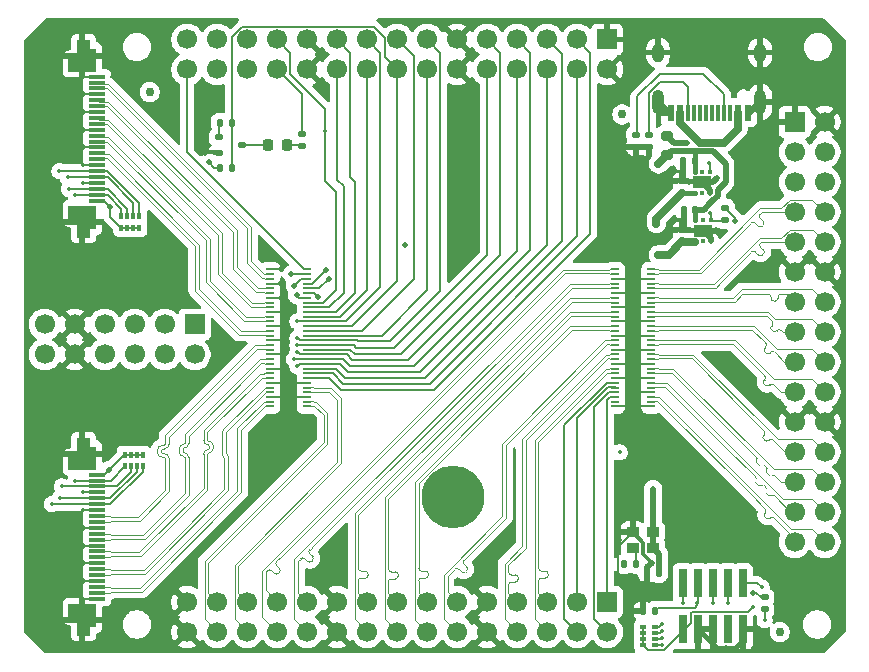
<source format=gbr>
%TF.GenerationSoftware,KiCad,Pcbnew,9.0.2*%
%TF.CreationDate,2025-11-14T17:37:25-08:00*%
%TF.ProjectId,nx-module-breakout,6e782d6d-6f64-4756-9c65-2d627265616b,rev?*%
%TF.SameCoordinates,Original*%
%TF.FileFunction,Copper,L1,Top*%
%TF.FilePolarity,Positive*%
%FSLAX46Y46*%
G04 Gerber Fmt 4.6, Leading zero omitted, Abs format (unit mm)*
G04 Created by KiCad (PCBNEW 9.0.2) date 2025-11-14 17:37:25*
%MOMM*%
%LPD*%
G01*
G04 APERTURE LIST*
G04 Aperture macros list*
%AMRoundRect*
0 Rectangle with rounded corners*
0 $1 Rounding radius*
0 $2 $3 $4 $5 $6 $7 $8 $9 X,Y pos of 4 corners*
0 Add a 4 corners polygon primitive as box body*
4,1,4,$2,$3,$4,$5,$6,$7,$8,$9,$2,$3,0*
0 Add four circle primitives for the rounded corners*
1,1,$1+$1,$2,$3*
1,1,$1+$1,$4,$5*
1,1,$1+$1,$6,$7*
1,1,$1+$1,$8,$9*
0 Add four rect primitives between the rounded corners*
20,1,$1+$1,$2,$3,$4,$5,0*
20,1,$1+$1,$4,$5,$6,$7,0*
20,1,$1+$1,$6,$7,$8,$9,0*
20,1,$1+$1,$8,$9,$2,$3,0*%
%AMFreePoly0*
4,1,21,0.628536,0.903536,0.630000,0.900000,0.630000,0.405000,1.325000,0.405000,1.328536,0.403536,1.330000,0.400000,1.330000,-0.700000,1.328536,-0.703536,1.325000,-0.705000,-0.070000,-0.705000,-0.070000,-1.400000,-0.071464,-1.403536,-0.075000,-1.405000,-1.325000,-1.405000,-1.328536,-1.403536,-1.330000,-1.400000,-1.330000,0.900000,-1.328536,0.903536,-1.325000,0.905000,0.625000,0.905000,
0.628536,0.903536,0.628536,0.903536,$1*%
%AMFreePoly1*
4,1,21,1.328536,0.903536,1.330000,0.900000,1.330000,-1.400000,1.328536,-1.403536,1.325000,-1.405000,0.075000,-1.405000,0.071464,-1.403536,0.070000,-1.400000,0.070000,-0.705000,-1.325000,-0.705000,-1.328536,-0.703536,-1.330000,-0.700000,-1.330000,0.400000,-1.328536,0.403536,-1.325000,0.405000,-0.630000,0.405000,-0.630000,0.900000,-0.628536,0.903536,-0.625000,0.905000,1.325000,0.905000,
1.328536,0.903536,1.328536,0.903536,$1*%
G04 Aperture macros list end*
%TA.AperFunction,ComponentPad*%
%ADD10C,5.300000*%
%TD*%
%TA.AperFunction,SMDPad,CuDef*%
%ADD11RoundRect,0.100000X-0.130000X-0.100000X0.130000X-0.100000X0.130000X0.100000X-0.130000X0.100000X0*%
%TD*%
%TA.AperFunction,SMDPad,CuDef*%
%ADD12RoundRect,0.140000X0.170000X-0.140000X0.170000X0.140000X-0.170000X0.140000X-0.170000X-0.140000X0*%
%TD*%
%TA.AperFunction,SMDPad,CuDef*%
%ADD13RoundRect,0.218750X-0.218750X-0.256250X0.218750X-0.256250X0.218750X0.256250X-0.218750X0.256250X0*%
%TD*%
%TA.AperFunction,SMDPad,CuDef*%
%ADD14RoundRect,0.135000X-0.135000X-0.185000X0.135000X-0.185000X0.135000X0.185000X-0.135000X0.185000X0*%
%TD*%
%TA.AperFunction,ComponentPad*%
%ADD15C,1.700000*%
%TD*%
%TA.AperFunction,ComponentPad*%
%ADD16R,1.700000X1.700000*%
%TD*%
%TA.AperFunction,SMDPad,CuDef*%
%ADD17RoundRect,0.200000X0.275000X-0.200000X0.275000X0.200000X-0.275000X0.200000X-0.275000X-0.200000X0*%
%TD*%
%TA.AperFunction,SMDPad,CuDef*%
%ADD18C,0.750000*%
%TD*%
%TA.AperFunction,SMDPad,CuDef*%
%ADD19R,0.700000X0.200000*%
%TD*%
%TA.AperFunction,SMDPad,CuDef*%
%ADD20R,0.740000X2.400000*%
%TD*%
%TA.AperFunction,SMDPad,CuDef*%
%ADD21RoundRect,0.135000X0.135000X0.185000X-0.135000X0.185000X-0.135000X-0.185000X0.135000X-0.185000X0*%
%TD*%
%TA.AperFunction,SMDPad,CuDef*%
%ADD22RoundRect,0.140000X-0.140000X-0.170000X0.140000X-0.170000X0.140000X0.170000X-0.140000X0.170000X0*%
%TD*%
%TA.AperFunction,SMDPad,CuDef*%
%ADD23RoundRect,0.112500X-0.237500X0.112500X-0.237500X-0.112500X0.237500X-0.112500X0.237500X0.112500X0*%
%TD*%
%TA.AperFunction,SMDPad,CuDef*%
%ADD24FreePoly0,270.000000*%
%TD*%
%TA.AperFunction,SMDPad,CuDef*%
%ADD25FreePoly1,270.000000*%
%TD*%
%TA.AperFunction,SMDPad,CuDef*%
%ADD26R,1.400000X0.300000*%
%TD*%
%TA.AperFunction,SMDPad,CuDef*%
%ADD27RoundRect,0.112500X-0.187500X-0.112500X0.187500X-0.112500X0.187500X0.112500X-0.187500X0.112500X0*%
%TD*%
%TA.AperFunction,SMDPad,CuDef*%
%ADD28RoundRect,0.135000X-0.185000X0.135000X-0.185000X-0.135000X0.185000X-0.135000X0.185000X0.135000X0*%
%TD*%
%TA.AperFunction,SMDPad,CuDef*%
%ADD29RoundRect,0.140000X0.140000X0.170000X-0.140000X0.170000X-0.140000X-0.170000X0.140000X-0.170000X0*%
%TD*%
%TA.AperFunction,SMDPad,CuDef*%
%ADD30R,0.400000X0.500000*%
%TD*%
%TA.AperFunction,SMDPad,CuDef*%
%ADD31R,0.300000X0.500000*%
%TD*%
%TA.AperFunction,HeatsinkPad*%
%ADD32O,1.000000X1.600000*%
%TD*%
%TA.AperFunction,HeatsinkPad*%
%ADD33O,1.000000X2.100000*%
%TD*%
%TA.AperFunction,SMDPad,CuDef*%
%ADD34R,0.600000X1.450000*%
%TD*%
%TA.AperFunction,SMDPad,CuDef*%
%ADD35R,0.300000X1.450000*%
%TD*%
%TA.AperFunction,SMDPad,CuDef*%
%ADD36RoundRect,0.225000X0.325000X0.225000X-0.325000X0.225000X-0.325000X-0.225000X0.325000X-0.225000X0*%
%TD*%
%TA.AperFunction,SMDPad,CuDef*%
%ADD37R,0.500000X0.400000*%
%TD*%
%TA.AperFunction,SMDPad,CuDef*%
%ADD38R,0.500000X0.300000*%
%TD*%
%TA.AperFunction,HeatsinkPad*%
%ADD39R,1.600000X1.000000*%
%TD*%
%TA.AperFunction,SMDPad,CuDef*%
%ADD40RoundRect,0.093750X0.106250X-0.093750X0.106250X0.093750X-0.106250X0.093750X-0.106250X-0.093750X0*%
%TD*%
%TA.AperFunction,ViaPad*%
%ADD41C,0.508000*%
%TD*%
%TA.AperFunction,ViaPad*%
%ADD42C,0.355600*%
%TD*%
%TA.AperFunction,ViaPad*%
%ADD43C,0.500000*%
%TD*%
%TA.AperFunction,Conductor*%
%ADD44C,0.122936*%
%TD*%
%TA.AperFunction,Conductor*%
%ADD45C,0.203200*%
%TD*%
%TA.AperFunction,Conductor*%
%ADD46C,0.381000*%
%TD*%
%TA.AperFunction,Conductor*%
%ADD47C,0.508000*%
%TD*%
%TA.AperFunction,Conductor*%
%ADD48C,0.254000*%
%TD*%
%TA.AperFunction,Conductor*%
%ADD49C,0.152146*%
%TD*%
%TA.AperFunction,Conductor*%
%ADD50C,0.304800*%
%TD*%
%TA.AperFunction,Conductor*%
%ADD51C,0.635000*%
%TD*%
G04 APERTURE END LIST*
D10*
%TO.P,H5,1*%
%TO.N,N/C*%
X150800000Y-126400000D03*
%TD*%
D11*
%TO.P,C6,2*%
%TO.N,Net-(JP10-A)*%
X168230000Y-131930000D03*
%TO.P,C6,1*%
%TO.N,GND*%
X167590000Y-131930000D03*
%TD*%
D12*
%TO.P,C2,2*%
%TO.N,GND*%
X170175000Y-99635002D03*
%TO.P,C2,1*%
%TO.N,Net-(JP1-A)*%
X170175000Y-100595002D03*
%TD*%
D13*
%TO.P,D5,2,A*%
%TO.N,Net-(D5-A)*%
X136727501Y-96605002D03*
%TO.P,D5,1,K*%
%TO.N,Net-(D5-K)*%
X135152499Y-96605002D03*
%TD*%
D14*
%TO.P,R3,2*%
%TO.N,/DONE*%
X132060000Y-98475002D03*
%TO.P,R3,1*%
%TO.N,/P3V3D*%
X131040000Y-98475002D03*
%TD*%
D15*
%TO.P,J3,30,Pin_30*%
%TO.N,/SHUTDOWNn*%
X128270001Y-90170001D03*
%TO.P,J3,29,Pin_29*%
%TO.N,/P5VD_AON*%
X128270001Y-87630001D03*
%TO.P,J3,28,Pin_28*%
%TO.N,/PVIO5*%
X130810001Y-90170001D03*
%TO.P,J3,27,Pin_27*%
%TO.N,/P1V8D*%
X130810001Y-87630001D03*
%TO.P,J3,26,Pin_26*%
%TO.N,/PVIO3*%
X133350001Y-90170001D03*
%TO.P,J3,25,Pin_25*%
%TO.N,/PVIO1*%
X133350001Y-87630001D03*
%TO.P,J3,24,Pin_24*%
%TO.N,/P3V3D*%
X135890001Y-90170001D03*
%TO.P,J3,23,Pin_23*%
%TO.N,/FPGA_EN*%
X135890001Y-87630001D03*
%TO.P,J3,22,Pin_22*%
%TO.N,GND*%
X138430001Y-90170001D03*
%TO.P,J3,21,Pin_21*%
X138430001Y-87630001D03*
%TO.P,J3,20,Pin_20*%
%TO.N,/PR57A*%
X140970001Y-90170001D03*
%TO.P,J3,19,Pin_19*%
%TO.N,/PR9B*%
X140970001Y-87630001D03*
%TO.P,J3,18,Pin_18*%
%TO.N,/PT65B*%
X143510001Y-90170001D03*
%TO.P,J3,17,Pin_17*%
%TO.N,/PROGRAMn*%
X143510001Y-87630001D03*
%TO.P,J3,16,Pin_16*%
%TO.N,/DONE*%
X146050001Y-90170001D03*
%TO.P,J3,15,Pin_15*%
%TO.N,/MOSI*%
X146050001Y-87630001D03*
%TO.P,J3,14,Pin_14*%
%TO.N,/SCLK*%
X148590001Y-90170001D03*
%TO.P,J3,13,Pin_13*%
%TO.N,/TDI*%
X148590001Y-87630001D03*
%TO.P,J3,12,Pin_12*%
%TO.N,GND*%
X151130001Y-90170001D03*
%TO.P,J3,11,Pin_11*%
X151130001Y-87630001D03*
%TO.P,J3,10,Pin_10*%
%TO.N,/TDO*%
X153670001Y-90170001D03*
%TO.P,J3,9,Pin_9*%
%TO.N,/SD3*%
X153670001Y-87630001D03*
%TO.P,J3,8,Pin_8*%
%TO.N,/TMS*%
X156210001Y-90170001D03*
%TO.P,J3,7,Pin_7*%
%TO.N,/JTAG_EN*%
X156210001Y-87630001D03*
%TO.P,J3,6,Pin_6*%
%TO.N,/TCK*%
X158750001Y-90170001D03*
%TO.P,J3,5,Pin_5*%
%TO.N,/FLASH_CSn*%
X158750001Y-87630001D03*
%TO.P,J3,4,Pin_4*%
%TO.N,/MISO*%
X161290001Y-90170001D03*
%TO.P,J3,3,Pin_3*%
%TO.N,/SD2*%
X161290001Y-87630001D03*
%TO.P,J3,2,Pin_2*%
%TO.N,GND*%
X163830001Y-90170001D03*
D16*
%TO.P,J3,1,Pin_1*%
X163830001Y-87630001D03*
%TD*%
D17*
%TO.P,F1,2*%
%TO.N,Net-(D1-K)*%
X168900000Y-95770002D03*
%TO.P,F1,1*%
%TO.N,/P5VD_AON*%
X168900000Y-97420002D03*
%TD*%
D15*
%TO.P,J1,30,Pin_30*%
%TO.N,/PR11N*%
X182245001Y-130175001D03*
%TO.P,J1,29,Pin_29*%
%TO.N,/PR11P*%
X179705001Y-130175001D03*
%TO.P,J1,28,Pin_28*%
%TO.N,/PR13N*%
X182245001Y-127635001D03*
%TO.P,J1,27,Pin_27*%
%TO.N,/PR13P*%
X179705001Y-127635001D03*
%TO.P,J1,26,Pin_26*%
%TO.N,/PB70P*%
X182245001Y-125095001D03*
%TO.P,J1,25,Pin_25*%
%TO.N,/PB70N*%
X179705001Y-125095001D03*
%TO.P,J1,24,Pin_24*%
%TO.N,/PB68N*%
X182245001Y-122555001D03*
%TO.P,J1,23,Pin_23*%
%TO.N,/PB68P*%
X179705001Y-122555001D03*
%TO.P,J1,22,Pin_22*%
%TO.N,GND*%
X182245001Y-120015001D03*
%TO.P,J1,21,Pin_21*%
X179705001Y-120015001D03*
%TO.P,J1,20,Pin_20*%
%TO.N,/PB66N*%
X182245001Y-117475001D03*
%TO.P,J1,19,Pin_19*%
%TO.N,/PB66P*%
X179705001Y-117475001D03*
%TO.P,J1,18,Pin_18*%
%TO.N,/PB64N*%
X182245001Y-114935001D03*
%TO.P,J1,17,Pin_17*%
%TO.N,/PB64P*%
X179705001Y-114935001D03*
%TO.P,J1,16,Pin_16*%
%TO.N,/PB62P*%
X182245001Y-112395001D03*
%TO.P,J1,15,Pin_15*%
%TO.N,/PB62N*%
X179705001Y-112395001D03*
%TO.P,J1,14,Pin_14*%
%TO.N,/PB56P*%
X182245001Y-109855001D03*
%TO.P,J1,13,Pin_13*%
%TO.N,/PB56N*%
X179705001Y-109855001D03*
%TO.P,J1,12,Pin_12*%
%TO.N,GND*%
X182245001Y-107315001D03*
%TO.P,J1,11,Pin_11*%
X179705001Y-107315001D03*
%TO.P,J1,10,Pin_10*%
%TO.N,/PB60N*%
X182245001Y-104775001D03*
%TO.P,J1,9,Pin_9*%
%TO.N,/PB60P*%
X179705001Y-104775001D03*
%TO.P,J1,8,Pin_8*%
%TO.N,/PB58N*%
X182245001Y-102235001D03*
%TO.P,J1,7,Pin_7*%
%TO.N,/PB58P*%
X179705001Y-102235001D03*
%TO.P,J1,6,Pin_6*%
%TO.N,unconnected-(J1-Pin_6-Pad6)*%
X182245001Y-99695001D03*
%TO.P,J1,5,Pin_5*%
%TO.N,unconnected-(J1-Pin_5-Pad5)*%
X179705001Y-99695001D03*
%TO.P,J1,4,Pin_4*%
%TO.N,unconnected-(J1-Pin_4-Pad4)*%
X182245001Y-97155001D03*
%TO.P,J1,3,Pin_3*%
%TO.N,unconnected-(J1-Pin_3-Pad3)*%
X179705001Y-97155001D03*
%TO.P,J1,2,Pin_2*%
%TO.N,GND*%
X182245001Y-94615001D03*
D16*
%TO.P,J1,1,Pin_1*%
X179705001Y-94615001D03*
%TD*%
D18*
%TO.P,FID2,*%
%TO.N,*%
X165100000Y-93980000D03*
%TD*%
D19*
%TO.P,J5,60,Pin_60*%
%TO.N,/DPHY1_D0-*%
X135300000Y-118700000D03*
%TO.P,J5,59,Pin_59*%
%TO.N,/PR7N*%
X138380000Y-118700000D03*
%TO.P,J5,58,Pin_58*%
%TO.N,/DPHY1_D0+*%
X135300000Y-118300000D03*
%TO.P,J5,57,Pin_57*%
%TO.N,/PR7P*%
X138380000Y-118300000D03*
%TO.P,J5,56,Pin_56*%
%TO.N,GND*%
X135300000Y-117900000D03*
%TO.P,J5,55,Pin_55*%
X138380000Y-117900000D03*
%TO.P,J5,54,Pin_54*%
%TO.N,/DPHY1_D1-*%
X135300000Y-117500000D03*
%TO.P,J5,53,Pin_53*%
%TO.N,/PT67N*%
X138380000Y-117500000D03*
%TO.P,J5,52,Pin_52*%
%TO.N,/DPHY1_D1+*%
X135300000Y-117100000D03*
%TO.P,J5,51,Pin_51*%
%TO.N,/PT67P*%
X138380000Y-117100000D03*
%TO.P,J5,50,Pin_50*%
%TO.N,GND*%
X135300000Y-116700000D03*
%TO.P,J5,49,Pin_49*%
X138380000Y-116700000D03*
%TO.P,J5,48,Pin_48*%
%TO.N,/DPHY1_CLK-*%
X135300000Y-116300000D03*
%TO.P,J5,47,Pin_47*%
%TO.N,/SD2*%
X138380000Y-116300000D03*
%TO.P,J5,46,Pin_46*%
%TO.N,/DPHY1_CLK+*%
X135300000Y-115900000D03*
%TO.P,J5,45,Pin_45*%
%TO.N,/MISO*%
X138380000Y-115900000D03*
%TO.P,J5,44,Pin_44*%
%TO.N,GND*%
X135300000Y-115500000D03*
%TO.P,J5,43,Pin_43*%
%TO.N,/FLASH_CSn*%
X138380000Y-115500000D03*
%TO.P,J5,42,Pin_42*%
%TO.N,/DPHY1_D2-*%
X135300000Y-115100000D03*
%TO.P,J5,41,Pin_41*%
%TO.N,/TCK*%
X138380000Y-115100000D03*
%TO.P,J5,40,Pin_40*%
%TO.N,/DPHY1_D2+*%
X135300000Y-114700000D03*
%TO.P,J5,39,Pin_39*%
%TO.N,/JTAG_EN*%
X138380000Y-114700000D03*
%TO.P,J5,38,Pin_38*%
%TO.N,GND*%
X135300000Y-114300000D03*
%TO.P,J5,37,Pin_37*%
%TO.N,/TMS*%
X138380000Y-114300000D03*
%TO.P,J5,36,Pin_36*%
%TO.N,/DPHY1_D3-*%
X135300000Y-113900000D03*
%TO.P,J5,35,Pin_35*%
%TO.N,/SD3*%
X138380000Y-113900000D03*
%TO.P,J5,34,Pin_34*%
%TO.N,/DPHY1_D3+*%
X135300000Y-113500000D03*
%TO.P,J5,33,Pin_33*%
%TO.N,/TDO*%
X138380000Y-113500000D03*
%TO.P,J5,32,Pin_32*%
%TO.N,GND*%
X135300000Y-113100000D03*
%TO.P,J5,31,Pin_31*%
%TO.N,/TDI*%
X138380000Y-113100000D03*
%TO.P,J5,30,Pin_30*%
%TO.N,/DPHY0_D3+*%
X135300000Y-112700000D03*
%TO.P,J5,29,Pin_29*%
%TO.N,/SCLK*%
X138380000Y-112700000D03*
%TO.P,J5,28,Pin_28*%
%TO.N,/DPHY0_D3-*%
X135300000Y-112300000D03*
%TO.P,J5,27,Pin_27*%
%TO.N,/MOSI*%
X138380000Y-112300000D03*
%TO.P,J5,26,Pin_26*%
%TO.N,GND*%
X135300000Y-111900000D03*
%TO.P,J5,25,Pin_25*%
%TO.N,/DONE*%
X138380000Y-111900000D03*
%TO.P,J5,24,Pin_24*%
%TO.N,/DPHY0_D2+*%
X135300000Y-111500000D03*
%TO.P,J5,23,Pin_23*%
%TO.N,/PROGRAMn*%
X138380000Y-111500000D03*
%TO.P,J5,22,Pin_22*%
%TO.N,/DPHY0_D2-*%
X135300000Y-111100000D03*
%TO.P,J5,21,Pin_21*%
%TO.N,/PT65B*%
X138380000Y-111100000D03*
%TO.P,J5,20,Pin_20*%
%TO.N,GND*%
X135300000Y-110700000D03*
%TO.P,J5,19,Pin_19*%
%TO.N,/PR9B*%
X138380000Y-110700000D03*
%TO.P,J5,18,Pin_18*%
%TO.N,/DPHY0_CLK+*%
X135300000Y-110300000D03*
%TO.P,J5,17,Pin_17*%
%TO.N,/PR57A*%
X138380000Y-110300000D03*
%TO.P,J5,16,Pin_16*%
%TO.N,/DPHY0_CLK-*%
X135300000Y-109900000D03*
%TO.P,J5,15,Pin_15*%
%TO.N,/FPGA_EN*%
X138380000Y-109900000D03*
%TO.P,J5,14,Pin_14*%
%TO.N,GND*%
X135300000Y-109500000D03*
%TO.P,J5,13,Pin_13*%
%TO.N,/P3V3D*%
X138380000Y-109500000D03*
%TO.P,J5,12,Pin_12*%
%TO.N,/DPHY0_D1+*%
X135300000Y-109100000D03*
%TO.P,J5,11,Pin_11*%
%TO.N,/PVIO1*%
X138380000Y-109100000D03*
%TO.P,J5,10,Pin_10*%
%TO.N,/DPHY0_D1-*%
X135300000Y-108700000D03*
%TO.P,J5,9,Pin_9*%
%TO.N,/PVIO3*%
X138380000Y-108700000D03*
%TO.P,J5,8,Pin_8*%
%TO.N,GND*%
X135300000Y-108300000D03*
%TO.P,J5,7,Pin_7*%
%TO.N,/P1V8D*%
X138380000Y-108300000D03*
%TO.P,J5,6,Pin_6*%
%TO.N,/DPHY0_D0+*%
X135300000Y-107900000D03*
%TO.P,J5,5,Pin_5*%
%TO.N,/PVIO5*%
X138380000Y-107900000D03*
%TO.P,J5,4,Pin_4*%
%TO.N,/DPHY0_D0-*%
X135300000Y-107500000D03*
%TO.P,J5,3,Pin_3*%
%TO.N,/P5VD_AON*%
X138380000Y-107500000D03*
%TO.P,J5,2,Pin_2*%
%TO.N,GND*%
X135300000Y-107100000D03*
%TO.P,J5,1,Pin_1*%
%TO.N,/SHUTDOWNn*%
X138380000Y-107100000D03*
%TD*%
D20*
%TO.P,J10,10,Pin_10*%
%TO.N,Net-(J10-Pin_10)*%
X175314000Y-133655002D03*
%TO.P,J10,9,Pin_9*%
%TO.N,GND*%
X175314000Y-137555002D03*
%TO.P,J10,8,Pin_8*%
%TO.N,/TDI*%
X174044000Y-133655002D03*
%TO.P,J10,7,Pin_7*%
%TO.N,unconnected-(J10-Pin_7-Pad7)*%
X174044000Y-137555002D03*
%TO.P,J10,6,Pin_6*%
%TO.N,/TDO*%
X172774000Y-133655002D03*
%TO.P,J10,5,Pin_5*%
%TO.N,GND*%
X172774000Y-137555002D03*
%TO.P,J10,4,Pin_4*%
%TO.N,/TCK*%
X171504000Y-133655002D03*
%TO.P,J10,3,Pin_3*%
%TO.N,GND*%
X171504000Y-137555002D03*
%TO.P,J10,2,Pin_2*%
%TO.N,/TMS*%
X170234000Y-133655002D03*
%TO.P,J10,1,Pin_1*%
%TO.N,/PVIO1*%
X170234000Y-137555002D03*
%TD*%
D21*
%TO.P,R1,2*%
%TO.N,GND*%
X166840001Y-136025002D03*
%TO.P,R1,1*%
%TO.N,/TCK*%
X167859999Y-136025002D03*
%TD*%
D22*
%TO.P,C5,2*%
%TO.N,Net-(JP10-A)*%
X168180000Y-132810000D03*
%TO.P,C5,1*%
%TO.N,GND*%
X167220000Y-132810000D03*
%TD*%
D21*
%TO.P,R8,2*%
%TO.N,Net-(JP9-B)*%
X165280001Y-132070000D03*
%TO.P,R8,1*%
%TO.N,Net-(Y1-OUT)*%
X166299999Y-132070000D03*
%TD*%
D23*
%TO.P,Q1,3,C*%
%TO.N,Net-(D5-K)*%
X132950000Y-96575002D03*
%TO.P,Q1,2,E*%
%TO.N,GND*%
X130950000Y-97225002D03*
%TO.P,Q1,1,B*%
%TO.N,Net-(Q1-B)*%
X130950000Y-95925002D03*
%TD*%
D24*
%TO.P,J6,MP,MountPin*%
%TO.N,GND*%
X119650000Y-136750002D03*
D25*
X119650000Y-122700002D03*
D26*
%TO.P,J6,22,Pin_22*%
X120650000Y-134975002D03*
%TO.P,J6,21,Pin_21*%
%TO.N,/DPHY1_D0-*%
X120650000Y-134475002D03*
%TO.P,J6,20,Pin_20*%
%TO.N,/DPHY1_D0+*%
X120650000Y-133975002D03*
%TO.P,J6,19,Pin_19*%
%TO.N,GND*%
X120650000Y-133475002D03*
%TO.P,J6,18,Pin_18*%
%TO.N,/DPHY1_D1-*%
X120650000Y-132975002D03*
%TO.P,J6,17,Pin_17*%
%TO.N,/DPHY1_D1+*%
X120650000Y-132475002D03*
%TO.P,J6,16,Pin_16*%
%TO.N,GND*%
X120650000Y-131975002D03*
%TO.P,J6,15,Pin_15*%
%TO.N,/DPHY1_CLK-*%
X120650000Y-131475002D03*
%TO.P,J6,14,Pin_14*%
%TO.N,/DPHY1_CLK+*%
X120650000Y-130975002D03*
%TO.P,J6,13,Pin_13*%
%TO.N,GND*%
X120650000Y-130475002D03*
%TO.P,J6,12,Pin_12*%
%TO.N,/DPHY1_D2-*%
X120650000Y-129975002D03*
%TO.P,J6,11,Pin_11*%
%TO.N,/DPHY1_D2+*%
X120650000Y-129475002D03*
%TO.P,J6,10,Pin_10*%
%TO.N,GND*%
X120650000Y-128975002D03*
%TO.P,J6,9,Pin_9*%
%TO.N,/DPHY1_D3-*%
X120650000Y-128475002D03*
%TO.P,J6,8,Pin_8*%
%TO.N,/DPHY1_D3+*%
X120650000Y-127975002D03*
%TO.P,J6,7,Pin_7*%
%TO.N,GND*%
X120650000Y-127475002D03*
%TO.P,J6,6,Pin_6*%
%TO.N,/PWR_EN0*%
X120650000Y-126975002D03*
%TO.P,J6,5,Pin_5*%
%TO.N,/LED_EN0*%
X120650000Y-126475002D03*
%TO.P,J6,4,Pin_4*%
%TO.N,GND*%
X120650000Y-125975002D03*
%TO.P,J6,3,Pin_3*%
%TO.N,/SCL0*%
X120650000Y-125475002D03*
%TO.P,J6,2,Pin_2*%
%TO.N,/SDA0*%
X120650000Y-124975002D03*
%TO.P,J6,1,Pin_1*%
%TO.N,/P3V3D*%
X120650000Y-124475002D03*
%TD*%
D27*
%TO.P,D1,2,A*%
%TO.N,Net-(D1-A)*%
X172610000Y-96355002D03*
%TO.P,D1,1,K*%
%TO.N,Net-(D1-K)*%
X170510000Y-96355002D03*
%TD*%
D28*
%TO.P,R7,2*%
%TO.N,GND*%
X167350000Y-96705002D03*
%TO.P,R7,1*%
%TO.N,Net-(J9-CC2)*%
X167350000Y-95685002D03*
%TD*%
D14*
%TO.P,R4,2*%
%TO.N,/DONE*%
X132060000Y-94675002D03*
%TO.P,R4,1*%
%TO.N,Net-(Q1-B)*%
X131040000Y-94675002D03*
%TD*%
D28*
%TO.P,R9,2*%
%TO.N,Net-(D5-A)*%
X137980000Y-96615001D03*
%TO.P,R9,1*%
%TO.N,/P3V3D*%
X137980000Y-95595003D03*
%TD*%
D29*
%TO.P,C3,2*%
%TO.N,GND*%
X170340000Y-102035002D03*
%TO.P,C3,1*%
%TO.N,/P5VD_AON*%
X171300000Y-102035002D03*
%TD*%
D30*
%TO.P,RN2,8,R1.2*%
%TO.N,/P3V3D*%
X124200000Y-103575002D03*
D31*
%TO.P,RN2,7,R2.2*%
X123700000Y-103575002D03*
%TO.P,RN2,6,R3.2*%
X123200000Y-103575002D03*
D30*
%TO.P,RN2,5,R4.2*%
X122700000Y-103575002D03*
%TO.P,RN2,4,R4.1*%
%TO.N,/SDA1*%
X122700000Y-102575002D03*
D31*
%TO.P,RN2,3,R3.1*%
%TO.N,/SCL1*%
X123200000Y-102575002D03*
%TO.P,RN2,2,R2.1*%
%TO.N,/LED_EN1*%
X123700000Y-102575002D03*
D30*
%TO.P,RN2,1,R1.1*%
%TO.N,/PWR_EN1*%
X124200000Y-102575002D03*
%TD*%
D15*
%TO.P,J4,30,Pin_30*%
%TO.N,GND*%
X128270001Y-137795001D03*
%TO.P,J4,29,Pin_29*%
X128270001Y-135255001D03*
%TO.P,J4,28,Pin_28*%
%TO.N,/PR7N*%
X130810001Y-137795001D03*
%TO.P,J4,27,Pin_27*%
%TO.N,/PR7P*%
X130810001Y-135255001D03*
%TO.P,J4,26,Pin_26*%
%TO.N,/PT67N*%
X133350001Y-137795001D03*
%TO.P,J4,25,Pin_25*%
%TO.N,/PT67P*%
X133350001Y-135255001D03*
%TO.P,J4,24,Pin_24*%
%TO.N,/PB16P*%
X135890001Y-137795001D03*
%TO.P,J4,23,Pin_23*%
%TO.N,/PB16N*%
X135890001Y-135255001D03*
%TO.P,J4,22,Pin_22*%
%TO.N,/PB18P*%
X138430001Y-137795001D03*
%TO.P,J4,21,Pin_21*%
%TO.N,/PB18N*%
X138430001Y-135255001D03*
%TO.P,J4,20,Pin_20*%
%TO.N,GND*%
X140970001Y-137795001D03*
%TO.P,J4,19,Pin_19*%
X140970001Y-135255001D03*
%TO.P,J4,18,Pin_18*%
%TO.N,/PB20P*%
X143510001Y-137795001D03*
%TO.P,J4,17,Pin_17*%
%TO.N,/PB20N*%
X143510001Y-135255001D03*
%TO.P,J4,16,Pin_16*%
%TO.N,/PB26P*%
X146050001Y-137795001D03*
%TO.P,J4,15,Pin_15*%
%TO.N,/PB26N*%
X146050001Y-135255001D03*
%TO.P,J4,14,Pin_14*%
%TO.N,/PB30N*%
X148590001Y-137795001D03*
%TO.P,J4,13,Pin_13*%
%TO.N,/PB30P*%
X148590001Y-135255001D03*
%TO.P,J4,12,Pin_12*%
%TO.N,/PB28N*%
X151130001Y-137795001D03*
%TO.P,J4,11,Pin_11*%
%TO.N,/PB28P*%
X151130001Y-135255001D03*
%TO.P,J4,10,Pin_10*%
%TO.N,GND*%
X153670001Y-137795001D03*
%TO.P,J4,9,Pin_9*%
X153670001Y-135255001D03*
%TO.P,J4,8,Pin_8*%
%TO.N,/PB22N*%
X156210001Y-137795001D03*
%TO.P,J4,7,Pin_7*%
%TO.N,/PB22P*%
X156210001Y-135255001D03*
%TO.P,J4,6,Pin_6*%
%TO.N,/PB24P*%
X158750001Y-137795001D03*
%TO.P,J4,5,Pin_5*%
%TO.N,/PB24N*%
X158750001Y-135255001D03*
%TO.P,J4,4,Pin_4*%
%TO.N,/PB52B*%
X161290001Y-137795001D03*
%TO.P,J4,3,Pin_3*%
%TO.N,/PB52A*%
X161290001Y-135255001D03*
%TO.P,J4,2,Pin_2*%
%TO.N,/PB50B*%
X163830001Y-137795001D03*
D16*
%TO.P,J4,1,Pin_1*%
%TO.N,/PB50A*%
X163830001Y-135255001D03*
%TD*%
D18*
%TO.P,FID3,*%
%TO.N,*%
X178435000Y-137795000D03*
%TD*%
D15*
%TO.P,J8,12,Pin_12*%
%TO.N,/P3V3D*%
X116205000Y-114300000D03*
%TO.P,J8,11,Pin_11*%
X116205000Y-111760000D03*
%TO.P,J8,10,Pin_10*%
%TO.N,GND*%
X118745000Y-114300000D03*
%TO.P,J8,9,Pin_9*%
X118745000Y-111760000D03*
%TO.P,J8,8,Pin_8*%
%TO.N,/PWR_EN0*%
X121285000Y-114300000D03*
%TO.P,J8,7,Pin_7*%
%TO.N,/PWR_EN1*%
X121285000Y-111760000D03*
%TO.P,J8,6,Pin_6*%
%TO.N,/LED_EN0*%
X123825000Y-114300000D03*
%TO.P,J8,5,Pin_5*%
%TO.N,/LED_EN1*%
X123825000Y-111760000D03*
%TO.P,J8,4,Pin_4*%
%TO.N,/SCL0*%
X126365000Y-114300000D03*
%TO.P,J8,3,Pin_3*%
%TO.N,/SCL1*%
X126365000Y-111760000D03*
%TO.P,J8,2,Pin_2*%
%TO.N,/SDA0*%
X128905000Y-114300000D03*
D16*
%TO.P,J8,1,Pin_1*%
%TO.N,/SDA1*%
X128905000Y-111760000D03*
%TD*%
D32*
%TO.P,J9,S1,SHIELD*%
%TO.N,GND*%
X168140000Y-88735002D03*
D33*
X168140000Y-92915002D03*
D32*
X176780000Y-88735002D03*
D33*
X176780000Y-92915002D03*
D34*
%TO.P,J9,B12,GND*%
X175710000Y-93830002D03*
%TO.P,J9,B9,VBUS*%
%TO.N,Net-(D1-A)*%
X174910000Y-93830002D03*
D35*
%TO.P,J9,B8*%
%TO.N,N/C*%
X174210000Y-93830002D03*
%TO.P,J9,B7,D-*%
%TO.N,unconnected-(J9-D--PadB7)*%
X173210000Y-93830002D03*
%TO.P,J9,B6,D+*%
%TO.N,unconnected-(J9-D+-PadB6)*%
X171710000Y-93830002D03*
%TO.P,J9,B5,CC2*%
%TO.N,Net-(J9-CC2)*%
X170710000Y-93830002D03*
D34*
%TO.P,J9,B4,VBUS*%
%TO.N,Net-(D1-A)*%
X170010000Y-93830002D03*
%TO.P,J9,B1,GND*%
%TO.N,GND*%
X169210000Y-93830002D03*
%TO.P,J9,A12,GND*%
X169210000Y-93830002D03*
%TO.P,J9,A9,VBUS*%
%TO.N,Net-(D1-A)*%
X170010000Y-93830002D03*
D35*
%TO.P,J9,A8*%
%TO.N,N/C*%
X171210000Y-93830002D03*
%TO.P,J9,A7,D-*%
%TO.N,unconnected-(J9-D--PadA7)*%
X172210000Y-93830002D03*
%TO.P,J9,A6,D+*%
%TO.N,unconnected-(J9-D+-PadA6)*%
X172710000Y-93830002D03*
%TO.P,J9,A5,CC1*%
%TO.N,Net-(J9-CC1)*%
X173710000Y-93830002D03*
D34*
%TO.P,J9,A4,VBUS*%
%TO.N,Net-(D1-A)*%
X174910000Y-93830002D03*
%TO.P,J9,A1,GND*%
%TO.N,GND*%
X175710000Y-93830002D03*
%TD*%
D29*
%TO.P,C1,2*%
%TO.N,GND*%
X170275000Y-97925002D03*
%TO.P,C1,1*%
%TO.N,/P5VD_AON*%
X171235000Y-97925002D03*
%TD*%
D19*
%TO.P,J2,60,Pin_60*%
%TO.N,GND*%
X164500000Y-118700000D03*
%TO.P,J2,59,Pin_59*%
X167580000Y-118700000D03*
%TO.P,J2,58,Pin_58*%
%TO.N,unconnected-(J2-Pin_58-Pad58)*%
X164500000Y-118300000D03*
%TO.P,J2,57,Pin_57*%
%TO.N,/PR11P*%
X167580000Y-118300000D03*
%TO.P,J2,56,Pin_56*%
%TO.N,/PB50A*%
X164500000Y-117900000D03*
%TO.P,J2,55,Pin_55*%
%TO.N,/PR11N*%
X167580000Y-117900000D03*
%TO.P,J2,54,Pin_54*%
%TO.N,/PB50B*%
X164500000Y-117500000D03*
%TO.P,J2,53,Pin_53*%
%TO.N,GND*%
X167580000Y-117500000D03*
%TO.P,J2,52,Pin_52*%
%TO.N,/PB52A*%
X164500000Y-117100000D03*
%TO.P,J2,51,Pin_51*%
%TO.N,/PR13P*%
X167580000Y-117100000D03*
%TO.P,J2,50,Pin_50*%
%TO.N,/PB52B*%
X164500000Y-116700000D03*
%TO.P,J2,49,Pin_49*%
%TO.N,/PR13N*%
X167580000Y-116700000D03*
%TO.P,J2,48,Pin_48*%
%TO.N,GND*%
X164500000Y-116300000D03*
%TO.P,J2,47,Pin_47*%
X167580000Y-116300000D03*
%TO.P,J2,46,Pin_46*%
%TO.N,/PB24N*%
X164500000Y-115900000D03*
%TO.P,J2,45,Pin_45*%
%TO.N,/PB70N*%
X167580000Y-115900000D03*
%TO.P,J2,44,Pin_44*%
%TO.N,/PB24P*%
X164500000Y-115500000D03*
%TO.P,J2,43,Pin_43*%
%TO.N,/PB70P*%
X167580000Y-115500000D03*
%TO.P,J2,42,Pin_42*%
%TO.N,GND*%
X164500000Y-115100000D03*
%TO.P,J2,41,Pin_41*%
X167580000Y-115100000D03*
%TO.P,J2,40,Pin_40*%
%TO.N,/PB22P*%
X164500000Y-114700000D03*
%TO.P,J2,39,Pin_39*%
%TO.N,/PB68P*%
X167580000Y-114700000D03*
%TO.P,J2,38,Pin_38*%
%TO.N,/PB22N*%
X164500000Y-114300000D03*
%TO.P,J2,37,Pin_37*%
%TO.N,/PB68N*%
X167580000Y-114300000D03*
%TO.P,J2,36,Pin_36*%
%TO.N,GND*%
X164500000Y-113900000D03*
%TO.P,J2,35,Pin_35*%
X167580000Y-113900000D03*
%TO.P,J2,34,Pin_34*%
%TO.N,/PB28P*%
X164500000Y-113500000D03*
%TO.P,J2,33,Pin_33*%
%TO.N,/PB66P*%
X167580000Y-113500000D03*
%TO.P,J2,32,Pin_32*%
%TO.N,/PB28N*%
X164500000Y-113100000D03*
%TO.P,J2,31,Pin_31*%
%TO.N,/PB66N*%
X167580000Y-113100000D03*
%TO.P,J2,30,Pin_30*%
%TO.N,GND*%
X164500000Y-112700000D03*
%TO.P,J2,29,Pin_29*%
X167580000Y-112700000D03*
%TO.P,J2,28,Pin_28*%
%TO.N,/PB30P*%
X164500000Y-112300000D03*
%TO.P,J2,27,Pin_27*%
%TO.N,/PB64P*%
X167580000Y-112300000D03*
%TO.P,J2,26,Pin_26*%
%TO.N,/PB30N*%
X164500000Y-111900000D03*
%TO.P,J2,25,Pin_25*%
%TO.N,/PB64N*%
X167580000Y-111900000D03*
%TO.P,J2,24,Pin_24*%
%TO.N,GND*%
X164500000Y-111500000D03*
%TO.P,J2,23,Pin_23*%
X167580000Y-111500000D03*
%TO.P,J2,22,Pin_22*%
%TO.N,/PB26N*%
X164500000Y-111100000D03*
%TO.P,J2,21,Pin_21*%
%TO.N,/PB62N*%
X167580000Y-111100000D03*
%TO.P,J2,20,Pin_20*%
%TO.N,/PB26P*%
X164500000Y-110700000D03*
%TO.P,J2,19,Pin_19*%
%TO.N,/PB62P*%
X167580000Y-110700000D03*
%TO.P,J2,18,Pin_18*%
%TO.N,GND*%
X164500000Y-110300000D03*
%TO.P,J2,17,Pin_17*%
X167580000Y-110300000D03*
%TO.P,J2,16,Pin_16*%
%TO.N,/PB20N*%
X164500000Y-109900000D03*
%TO.P,J2,15,Pin_15*%
%TO.N,/PB56N*%
X167580000Y-109900000D03*
%TO.P,J2,14,Pin_14*%
%TO.N,/PB20P*%
X164500000Y-109500000D03*
%TO.P,J2,13,Pin_13*%
%TO.N,/PB56P*%
X167580000Y-109500000D03*
%TO.P,J2,12,Pin_12*%
%TO.N,GND*%
X164500000Y-109100000D03*
%TO.P,J2,11,Pin_11*%
X167580000Y-109100000D03*
%TO.P,J2,10,Pin_10*%
%TO.N,/PB18N*%
X164500000Y-108700000D03*
%TO.P,J2,9,Pin_9*%
%TO.N,/PB60P*%
X167580000Y-108700000D03*
%TO.P,J2,8,Pin_8*%
%TO.N,/PB18P*%
X164500000Y-108300000D03*
%TO.P,J2,7,Pin_7*%
%TO.N,/PB60N*%
X167580000Y-108300000D03*
%TO.P,J2,6,Pin_6*%
%TO.N,GND*%
X164500000Y-107900000D03*
%TO.P,J2,5,Pin_5*%
X167580000Y-107900000D03*
%TO.P,J2,4,Pin_4*%
%TO.N,/PB16N*%
X164500000Y-107500000D03*
%TO.P,J2,3,Pin_3*%
%TO.N,/PB58P*%
X167580000Y-107500000D03*
%TO.P,J2,2,Pin_2*%
%TO.N,/PB16P*%
X164500000Y-107100000D03*
%TO.P,J2,1,Pin_1*%
%TO.N,/PB58N*%
X167580000Y-107100000D03*
%TD*%
D12*
%TO.P,C4,2*%
%TO.N,GND*%
X170180000Y-103755002D03*
%TO.P,C4,1*%
%TO.N,Net-(JP4-A)*%
X170180000Y-104715002D03*
%TD*%
D36*
%TO.P,Y1,4,Vcc*%
%TO.N,Net-(JP10-A)*%
X167710000Y-130660000D03*
%TO.P,Y1,3,OUT*%
%TO.N,Net-(Y1-OUT)*%
X166010000Y-130660000D03*
%TO.P,Y1,2,GND*%
%TO.N,GND*%
X166010000Y-129360000D03*
%TO.P,Y1,1,~{ST}*%
%TO.N,Net-(JP10-A)*%
X167710000Y-129360000D03*
%TD*%
D28*
%TO.P,R6,2*%
%TO.N,GND*%
X166250000Y-96705002D03*
%TO.P,R6,1*%
%TO.N,Net-(J9-CC1)*%
X166250000Y-95685002D03*
%TD*%
D37*
%TO.P,RN4,8,R1.2*%
%TO.N,/PVIO1*%
X166850001Y-138875002D03*
D38*
%TO.P,RN4,7,R2.2*%
X166850000Y-138375002D03*
%TO.P,RN4,6,R3.2*%
X166850000Y-137875002D03*
D37*
%TO.P,RN4,5,R4.2*%
X166850001Y-137375002D03*
%TO.P,RN4,4,R4.1*%
%TO.N,/TMS*%
X167849999Y-137375002D03*
D38*
%TO.P,RN4,3,R3.1*%
%TO.N,/JTAG_EN*%
X167850000Y-137875002D03*
%TO.P,RN4,2,R2.1*%
%TO.N,/TDO*%
X167850000Y-138375002D03*
D37*
%TO.P,RN4,1,R1.1*%
%TO.N,/TDI*%
X167849999Y-138875002D03*
%TD*%
D18*
%TO.P,FID1,*%
%TO.N,*%
X125095000Y-92075000D03*
%TD*%
D24*
%TO.P,J7,MP,MountPin*%
%TO.N,GND*%
X119650000Y-103050002D03*
D25*
X119650000Y-89000002D03*
D26*
%TO.P,J7,22,Pin_22*%
%TO.N,/P3V3D*%
X120650000Y-101275002D03*
%TO.P,J7,21,Pin_21*%
%TO.N,/SDA1*%
X120650000Y-100775002D03*
%TO.P,J7,20,Pin_20*%
%TO.N,/SCL1*%
X120650000Y-100275002D03*
%TO.P,J7,19,Pin_19*%
%TO.N,GND*%
X120650000Y-99775002D03*
%TO.P,J7,18,Pin_18*%
%TO.N,/LED_EN1*%
X120650000Y-99275002D03*
%TO.P,J7,17,Pin_17*%
%TO.N,/PWR_EN1*%
X120650000Y-98775002D03*
%TO.P,J7,16,Pin_16*%
%TO.N,GND*%
X120650000Y-98275002D03*
%TO.P,J7,15,Pin_15*%
%TO.N,/DPHY0_D3+*%
X120650000Y-97775002D03*
%TO.P,J7,14,Pin_14*%
%TO.N,/DPHY0_D3-*%
X120650000Y-97275002D03*
%TO.P,J7,13,Pin_13*%
%TO.N,GND*%
X120650000Y-96775002D03*
%TO.P,J7,12,Pin_12*%
%TO.N,/DPHY0_D2+*%
X120650000Y-96275002D03*
%TO.P,J7,11,Pin_11*%
%TO.N,/DPHY0_D2-*%
X120650000Y-95775002D03*
%TO.P,J7,10,Pin_10*%
%TO.N,GND*%
X120650000Y-95275002D03*
%TO.P,J7,9,Pin_9*%
%TO.N,/DPHY0_CLK+*%
X120650000Y-94775002D03*
%TO.P,J7,8,Pin_8*%
%TO.N,/DPHY0_CLK-*%
X120650000Y-94275002D03*
%TO.P,J7,7,Pin_7*%
%TO.N,GND*%
X120650000Y-93775002D03*
%TO.P,J7,6,Pin_6*%
%TO.N,/DPHY0_D1+*%
X120650000Y-93275002D03*
%TO.P,J7,5,Pin_5*%
%TO.N,/DPHY0_D1-*%
X120650000Y-92775002D03*
%TO.P,J7,4,Pin_4*%
%TO.N,GND*%
X120650000Y-92275002D03*
%TO.P,J7,3,Pin_3*%
%TO.N,/DPHY0_D0+*%
X120650000Y-91775002D03*
%TO.P,J7,2,Pin_2*%
%TO.N,/DPHY0_D0-*%
X120650000Y-91275002D03*
%TO.P,J7,1,Pin_1*%
%TO.N,GND*%
X120650000Y-90775002D03*
%TD*%
D28*
%TO.P,R2,2*%
%TO.N,/PROGRAMn*%
X177150000Y-135885001D03*
%TO.P,R2,1*%
%TO.N,/P3V3D*%
X177150000Y-134865003D03*
%TD*%
D39*
%TO.P,U2,7,GND*%
%TO.N,GND*%
X171940000Y-103825002D03*
D40*
%TO.P,U2,6,IN*%
%TO.N,/P5VD_AON*%
X171290000Y-102937502D03*
%TO.P,U2,5,NC*%
%TO.N,unconnected-(U2-NC-Pad5)*%
X171940000Y-102937502D03*
%TO.P,U2,4,EN*%
%TO.N,/FPGA_EN*%
X172590000Y-102937502D03*
%TO.P,U2,3,GND*%
%TO.N,GND*%
X172590000Y-104712502D03*
%TO.P,U2,2,NC*%
%TO.N,unconnected-(U2-NC-Pad2)*%
X171940000Y-104712502D03*
%TO.P,U2,1,OUT*%
%TO.N,Net-(JP4-A)*%
X171290000Y-104712502D03*
%TD*%
D39*
%TO.P,U1,7,GND*%
%TO.N,GND*%
X171890000Y-99715002D03*
D40*
%TO.P,U1,6,IN*%
%TO.N,/P5VD_AON*%
X171240000Y-98827502D03*
%TO.P,U1,5,NC*%
%TO.N,unconnected-(U1-NC-Pad5)*%
X171890000Y-98827502D03*
%TO.P,U1,4,EN*%
%TO.N,/FPGA_EN*%
X172540000Y-98827502D03*
%TO.P,U1,3,GND*%
%TO.N,GND*%
X172540000Y-100602502D03*
%TO.P,U1,2,NC*%
%TO.N,unconnected-(U1-NC-Pad2)*%
X171890000Y-100602502D03*
%TO.P,U1,1,OUT*%
%TO.N,Net-(JP1-A)*%
X171240000Y-100602502D03*
%TD*%
D30*
%TO.P,RN1,8,R1.2*%
%TO.N,/P3V3D*%
X123000000Y-122775002D03*
D31*
%TO.P,RN1,7,R2.2*%
X123500000Y-122775002D03*
%TO.P,RN1,6,R3.2*%
X124000000Y-122775002D03*
D30*
%TO.P,RN1,5,R4.2*%
X124500000Y-122775002D03*
%TO.P,RN1,4,R4.1*%
%TO.N,/PWR_EN0*%
X124500000Y-123775002D03*
D31*
%TO.P,RN1,3,R3.1*%
%TO.N,/LED_EN0*%
X124000000Y-123775002D03*
%TO.P,RN1,2,R2.1*%
%TO.N,/SCL0*%
X123500000Y-123775002D03*
D30*
%TO.P,RN1,1,R1.1*%
%TO.N,/SDA0*%
X123000000Y-123775002D03*
%TD*%
D28*
%TO.P,R5,2*%
%TO.N,/FPGA_EN*%
X173800000Y-102909999D03*
%TO.P,R5,1*%
%TO.N,Net-(JP7-A)*%
X173800000Y-101890001D03*
%TD*%
D41*
%TO.N,GND*%
X166050000Y-116300000D03*
X170234000Y-98775002D03*
D42*
X119450000Y-90775002D03*
D41*
X129800000Y-97200000D03*
X166050000Y-107900000D03*
D42*
X136500000Y-113100000D03*
D41*
X170850000Y-103755002D03*
D42*
X119450000Y-99775002D03*
D41*
X166050000Y-110300000D03*
X173050000Y-103775002D03*
D42*
X119450000Y-127475002D03*
D41*
X119450000Y-130475002D03*
X136500000Y-110700000D03*
X119450000Y-93775002D03*
X166050000Y-109100000D03*
X166050000Y-111500000D03*
X166050000Y-117500000D03*
X119450000Y-131975002D03*
X173900000Y-139175002D03*
X119450000Y-95275002D03*
X167220000Y-133570000D03*
D42*
X166750000Y-96705002D03*
D41*
X170750000Y-99675002D03*
D42*
X136100000Y-107100000D03*
D43*
X173150000Y-99375002D03*
D41*
X166050000Y-115100000D03*
D42*
X136500000Y-116700000D03*
X136500000Y-115500000D03*
X136500000Y-111900000D03*
D41*
X166050000Y-113900000D03*
X166050000Y-118700000D03*
D42*
X136100000Y-109500000D03*
D41*
X119450000Y-133475002D03*
X119450000Y-128975002D03*
X166050000Y-112700000D03*
X119450000Y-92275002D03*
X136500000Y-117900000D03*
X165900000Y-136000000D03*
D42*
X119450000Y-125975002D03*
D41*
X119450000Y-96775002D03*
D42*
X136500000Y-114300000D03*
X119450000Y-134975002D03*
X119450000Y-98275002D03*
X136100000Y-108275001D03*
D41*
X170340000Y-102839002D03*
%TO.N,/PVIO3*%
X140246595Y-107871597D03*
D43*
%TO.N,/P5VD_AON*%
X168170000Y-98165002D03*
D41*
X173176000Y-100375002D03*
X137100000Y-107500000D03*
%TO.N,/P3V3D*%
X176200000Y-134475002D03*
X121650000Y-124075002D03*
X130100000Y-98000000D03*
X121750000Y-101775002D03*
X137550000Y-109275002D03*
D42*
%TO.N,/JTAG_EN*%
X137300000Y-114700000D03*
X168500000Y-137700000D03*
%TO.N,/TCK*%
X171450000Y-135375002D03*
X137600000Y-115300000D03*
%TO.N,/P1V8D*%
X164890000Y-122590000D03*
D41*
X140001974Y-107126976D03*
X146747501Y-105007501D03*
D42*
%TO.N,/FPGA_EN*%
X172450000Y-98115002D03*
X172570000Y-102305002D03*
X139950000Y-95345002D03*
D41*
%TO.N,/PVIO1*%
X139350000Y-109450355D03*
D42*
X176162501Y-135662501D03*
%TO.N,/TMS*%
X168500000Y-137100000D03*
X170250000Y-135375002D03*
X137600000Y-114100000D03*
%TO.N,/TDO*%
X168500000Y-138300000D03*
X172750000Y-135375002D03*
X137600000Y-113500000D03*
%TO.N,/TDI*%
X174050000Y-135375002D03*
X168500000Y-138900000D03*
X137600000Y-112900000D03*
%TO.N,/PROGRAMn*%
X177150000Y-136775002D03*
X137600000Y-111500000D03*
D41*
%TO.N,/PVIO5*%
X137350000Y-108475002D03*
D42*
%TO.N,/SCL0*%
X117640000Y-125475002D03*
%TO.N,/PWR_EN1*%
X117450000Y-98775002D03*
%TO.N,/SCL1*%
X118240000Y-100275002D03*
%TO.N,/LED_EN0*%
X117470000Y-126475002D03*
%TO.N,/SDA0*%
X118800921Y-124975002D03*
%TO.N,/SDA1*%
X118800921Y-100775002D03*
%TO.N,/LED_EN1*%
X118140000Y-99275002D03*
%TO.N,/PWR_EN0*%
X116790000Y-126975002D03*
D43*
%TO.N,Net-(JP1-A)*%
X167980000Y-103215002D03*
D41*
%TO.N,Net-(JP4-A)*%
X168170000Y-105865002D03*
D42*
%TO.N,Net-(J10-Pin_10)*%
X176900000Y-134025002D03*
D41*
%TO.N,Net-(JP7-A)*%
X174659999Y-102975002D03*
D42*
%TO.N,Net-(JP9-B)*%
X165280001Y-132070000D03*
D41*
%TO.N,Net-(JP10-A)*%
X167700000Y-125650000D03*
%TD*%
D44*
%TO.N,/PR11N*%
X167916933Y-117911933D02*
X168197545Y-117911933D01*
X168197545Y-117911933D02*
X179395745Y-129110133D01*
X179395745Y-129110133D02*
X181180133Y-129110133D01*
X181180133Y-129110133D02*
X182245001Y-130175001D01*
X167880000Y-117875000D02*
X167916933Y-117911933D01*
X167630000Y-117875000D02*
X167880000Y-117875000D01*
%TO.N,/PR11P*%
X177106018Y-127281634D02*
X176047579Y-126223195D01*
X176047579Y-126223195D02*
X168062452Y-118238068D01*
X167916933Y-118238068D02*
X167880000Y-118275001D01*
X167880000Y-118275001D02*
X167630000Y-118275001D01*
X179705001Y-129880617D02*
X177954547Y-128130163D01*
X177180881Y-127715887D02*
X177190869Y-127705896D01*
X179705001Y-130175001D02*
X179705001Y-129880617D01*
X177190870Y-127366486D02*
X177106018Y-127281634D01*
X177265734Y-128140152D02*
X177180881Y-128055299D01*
X177615135Y-128130163D02*
X177605144Y-128140151D01*
X168062452Y-118238068D02*
X167916933Y-118238068D01*
X177605144Y-128140151D02*
G75*
G02*
X177265695Y-128140191I-169744J169651D01*
G01*
X177180881Y-128055299D02*
G75*
G02*
X177180888Y-127715894I169719J169699D01*
G01*
X177190869Y-127705896D02*
G75*
G03*
X177190861Y-127366496I-169669J169696D01*
G01*
X177954547Y-128130163D02*
G75*
G03*
X177615135Y-128130163I-169706J-169701D01*
G01*
%TO.N,/PB70P*%
X181180133Y-124030133D02*
X182245001Y-125095001D01*
X168191933Y-115511933D02*
X169427545Y-115511933D01*
X168155001Y-115475001D02*
X168191933Y-115511933D01*
X169427545Y-115511933D02*
X177945745Y-124030133D01*
X167630000Y-115475001D02*
X168155001Y-115475001D01*
X177945745Y-124030133D02*
X181180133Y-124030133D01*
D45*
%TO.N,GND*%
X167580000Y-115100000D02*
X164500000Y-115100000D01*
X120650000Y-98275002D02*
X119450000Y-98275002D01*
D46*
X175314000Y-138492002D02*
X174631000Y-139175002D01*
D45*
X120650000Y-131975002D02*
X119450000Y-131975002D01*
D46*
X170340000Y-103595002D02*
X170180000Y-103755002D01*
D45*
X135300000Y-111900000D02*
X136500000Y-111900000D01*
D46*
X170340000Y-102839002D02*
X170340000Y-103595002D01*
D45*
X120650000Y-99775002D02*
X119450000Y-99775002D01*
D47*
X173000000Y-103825002D02*
X173050000Y-103775002D01*
D45*
X120650000Y-93775002D02*
X119450000Y-93775002D01*
D46*
X170340000Y-102035002D02*
X170340000Y-102839002D01*
D47*
X171890000Y-99715002D02*
X172810000Y-99715002D01*
D48*
X136075001Y-108300000D02*
X136100000Y-108275001D01*
D45*
X135300000Y-114300000D02*
X136500000Y-114300000D01*
X138380000Y-116700000D02*
X136500000Y-116700000D01*
X120650000Y-128975002D02*
X119450000Y-128975002D01*
D49*
X165490000Y-133570000D02*
X164740000Y-132820000D01*
X167220000Y-133570000D02*
X165490000Y-133570000D01*
X168140000Y-93115000D02*
X168140000Y-92915002D01*
D46*
X173124000Y-139175002D02*
X171504000Y-137555002D01*
D45*
X120650000Y-130475002D02*
X119450000Y-130475002D01*
X120650000Y-127475002D02*
X119450000Y-127475002D01*
D49*
X166074998Y-136000000D02*
X166100000Y-136025002D01*
D47*
X172540000Y-100365002D02*
X171890000Y-99715002D01*
D45*
X164500000Y-107900000D02*
X166050000Y-107900000D01*
X164500000Y-111500000D02*
X167580000Y-111500000D01*
D49*
X130950000Y-97225002D02*
X129825002Y-97225002D01*
D45*
X135300000Y-116700000D02*
X136500000Y-116700000D01*
D47*
X172540000Y-100602502D02*
X172540000Y-100365002D01*
D46*
X170275000Y-97925002D02*
X170275000Y-99535002D01*
D47*
X175865000Y-93830002D02*
X176780000Y-92915002D01*
D46*
X170850000Y-103755002D02*
X171870000Y-103755002D01*
D47*
X167220000Y-132810000D02*
X167220000Y-133570000D01*
D49*
X165900000Y-136000000D02*
X166074998Y-136000000D01*
D45*
X167580000Y-118700000D02*
X164500000Y-118700000D01*
D49*
X135300000Y-107100000D02*
X136100000Y-107100000D01*
D46*
X170180000Y-103755002D02*
X170850000Y-103755002D01*
X175314000Y-137555002D02*
X175314000Y-138492002D01*
D49*
X129825002Y-97225002D02*
X129800000Y-97200000D01*
D47*
X167590000Y-131930000D02*
X167220000Y-132300000D01*
D45*
X120650000Y-134975002D02*
X119450000Y-134975002D01*
D47*
X172590000Y-104712502D02*
X172590000Y-104475002D01*
D50*
X166010000Y-129360000D02*
X166879600Y-130229600D01*
D45*
X120650000Y-90775002D02*
X119450000Y-90775002D01*
X120650000Y-125975002D02*
X119450000Y-125975002D01*
D48*
X166750000Y-96705002D02*
X167350000Y-96705002D01*
D45*
X135300000Y-117900000D02*
X136500000Y-117900000D01*
X164500000Y-113900000D02*
X167580000Y-113900000D01*
X167580000Y-112700000D02*
X164500000Y-112700000D01*
D46*
X174631000Y-139175002D02*
X173900000Y-139175002D01*
D45*
X135300000Y-108300000D02*
X136075001Y-108300000D01*
D46*
X173900000Y-139175002D02*
X173124000Y-139175002D01*
D48*
X166250000Y-96705002D02*
X166750000Y-96705002D01*
D50*
X166879600Y-131219600D02*
X167590000Y-131930000D01*
D47*
X172590000Y-104475002D02*
X171940000Y-103825002D01*
X172810000Y-99715002D02*
X173150000Y-99375002D01*
D46*
X170275000Y-99535002D02*
X170175000Y-99635002D01*
D45*
X135300000Y-110700000D02*
X136500000Y-110700000D01*
X135300000Y-115500000D02*
X136500000Y-115500000D01*
X120650000Y-95275002D02*
X119450000Y-95275002D01*
D46*
X171810000Y-99635002D02*
X171890000Y-99715002D01*
X170175000Y-99635002D02*
X171810000Y-99635002D01*
D47*
X171940000Y-103825002D02*
X173000000Y-103825002D01*
D45*
X167580000Y-117500000D02*
X166050000Y-117500000D01*
X164500000Y-116300000D02*
X167580000Y-116300000D01*
D49*
X164740000Y-132820000D02*
X164740000Y-130630000D01*
D45*
X120650000Y-92275002D02*
X119450000Y-92275002D01*
D46*
X171870000Y-103755002D02*
X171940000Y-103825002D01*
D45*
X120650000Y-96775002D02*
X119450000Y-96775002D01*
X135300000Y-113100000D02*
X136500000Y-113100000D01*
X167580000Y-107900000D02*
X166050000Y-107900000D01*
D49*
X164740000Y-130630000D02*
X166010000Y-129360000D01*
D45*
X138380000Y-117900000D02*
X136500000Y-117900000D01*
D47*
X169055000Y-93830002D02*
X168140000Y-92915002D01*
D45*
X120650000Y-133475002D02*
X119450000Y-133475002D01*
D50*
X166879600Y-130229600D02*
X166879600Y-131219600D01*
D46*
X171990000Y-99615002D02*
X171890000Y-99715002D01*
D45*
X135300000Y-109500000D02*
X136100000Y-109500000D01*
X164500000Y-110300000D02*
X167580000Y-110300000D01*
D47*
X175710000Y-93830002D02*
X175865000Y-93830002D01*
X169210000Y-93830002D02*
X169055000Y-93830002D01*
D45*
X167580000Y-109100000D02*
X166050000Y-109100000D01*
X164500000Y-109100000D02*
X166050000Y-109100000D01*
D49*
X166100000Y-136025002D02*
X166840001Y-136025002D01*
D47*
X167220000Y-132300000D02*
X167220000Y-132810000D01*
D44*
%TO.N,/PB64P*%
X175768660Y-112238068D02*
X168191933Y-112238068D01*
X177190571Y-113735477D02*
X177235509Y-113690536D01*
X177275424Y-114159742D02*
X177190571Y-114074889D01*
X179705001Y-114935001D02*
X178819385Y-114935001D01*
X168191933Y-112238068D02*
X168155001Y-112275000D01*
X168155001Y-112275000D02*
X167630000Y-112275000D01*
X176122452Y-112238068D02*
X175768660Y-112238068D01*
X177235510Y-113351126D02*
X177150658Y-113266274D01*
X177659775Y-114114803D02*
X177614834Y-114159741D01*
X177150658Y-113266274D02*
X176122452Y-112238068D01*
X178819385Y-114935001D02*
X177999187Y-114114803D01*
X177235509Y-113690536D02*
G75*
G03*
X177235541Y-113351096I-169709J169736D01*
G01*
X177614834Y-114159741D02*
G75*
G02*
X177275396Y-114159771I-169734J169741D01*
G01*
X177190571Y-114074889D02*
G75*
G02*
X177190588Y-113735494I169729J169689D01*
G01*
X177999187Y-114114803D02*
G75*
G03*
X177659775Y-114114803I-169706J-169701D01*
G01*
%TO.N,/PB58N*%
X178561107Y-101908865D02*
X179274439Y-101195533D01*
X171599240Y-107111933D02*
X176802308Y-101908865D01*
X168191933Y-107111933D02*
X171599240Y-107111933D01*
X179274439Y-101195533D02*
X181205533Y-101195533D01*
X176802308Y-101908865D02*
X178561107Y-101908865D01*
X167630000Y-107075001D02*
X168155001Y-107075001D01*
X168155001Y-107075001D02*
X168191933Y-107111933D01*
X181205533Y-101195533D02*
X182245001Y-102235001D01*
%TO.N,/PB66P*%
X168155001Y-113475002D02*
X167630000Y-113475002D01*
X177111993Y-116486893D02*
X177156928Y-116441955D01*
X168191934Y-113438069D02*
X168155001Y-113475002D01*
X177156929Y-116102545D02*
X177072077Y-116017693D01*
X177072077Y-116017693D02*
X176065039Y-115010655D01*
X178529385Y-117475001D02*
X177920606Y-116866222D01*
X177196846Y-116911158D02*
X177111993Y-116826305D01*
X176065039Y-115010655D02*
X174492453Y-113438069D01*
X177581194Y-116866222D02*
X177536256Y-116911157D01*
X174492453Y-113438069D02*
X168191934Y-113438069D01*
X179705001Y-117475001D02*
X178529385Y-117475001D01*
X177156928Y-116441955D02*
G75*
G03*
X177156979Y-116102496I-169728J169755D01*
G01*
X177536256Y-116911157D02*
G75*
G02*
X177196896Y-116911109I-169656J169657D01*
G01*
X177111993Y-116826305D02*
G75*
G02*
X177111994Y-116486894I169707J169705D01*
G01*
X177920606Y-116866222D02*
G75*
G03*
X177581194Y-116866222I-169706J-169701D01*
G01*
%TO.N,/PB64N*%
X178210614Y-113865002D02*
X181175002Y-113865002D01*
X181175002Y-113865002D02*
X182245001Y-114935001D01*
X167630000Y-111875001D02*
X168155001Y-111875001D01*
X168191933Y-111911933D02*
X176257545Y-111911933D01*
X168155001Y-111875001D02*
X168191933Y-111911933D01*
X176257545Y-111911933D02*
X178210614Y-113865002D01*
%TO.N,/PB68P*%
X177149745Y-121574045D02*
X177064892Y-121489192D01*
X170982453Y-114638069D02*
X168191933Y-114638069D01*
X177024970Y-120680586D02*
X175863730Y-119519346D01*
X175863730Y-119519346D02*
X170982453Y-114638069D01*
X168191933Y-114638069D02*
X168155001Y-114675001D01*
X179705001Y-122555000D02*
X178899384Y-122555000D01*
X168155001Y-114675001D02*
X167630000Y-114675001D01*
X177534087Y-121529115D02*
X177489155Y-121574044D01*
X177109822Y-120765438D02*
X177024970Y-120680586D01*
X178899384Y-122555000D02*
X177873499Y-121529115D01*
X177064892Y-121149780D02*
X177109821Y-121104848D01*
X177109821Y-121104848D02*
G75*
G03*
X177109865Y-120765396I-169721J169748D01*
G01*
X177064892Y-121489192D02*
G75*
G02*
X177064906Y-121149794I169708J169692D01*
G01*
X177489155Y-121574044D02*
G75*
G02*
X177149696Y-121574095I-169755J169744D01*
G01*
X177873499Y-121529115D02*
G75*
G03*
X177534087Y-121529115I-169706J-169701D01*
G01*
%TO.N,/PB60P*%
X177061338Y-105780927D02*
X176976486Y-105865780D01*
X173017547Y-108638069D02*
X168191933Y-108638069D01*
X173404697Y-108250919D02*
X173017547Y-108638069D01*
X176880615Y-104775001D02*
X176807426Y-104848190D01*
X176043752Y-105611868D02*
X175958897Y-105696720D01*
X179705001Y-104775001D02*
X176880615Y-104775001D01*
X175958897Y-105696720D02*
X173404697Y-108250919D01*
X176807426Y-105187602D02*
X177061339Y-105441515D01*
X168191933Y-108638069D02*
X168155001Y-108675001D01*
X176637074Y-105865781D02*
X176383162Y-105611869D01*
X168155001Y-108675001D02*
X167630000Y-108675001D01*
X176976486Y-105865780D02*
G75*
G02*
X176637095Y-105865761I-169686J169680D01*
G01*
X176383162Y-105611869D02*
G75*
G03*
X176043795Y-105611911I-169662J-169731D01*
G01*
X177061339Y-105441515D02*
G75*
G02*
X177061318Y-105780907I-169739J-169685D01*
G01*
X176807426Y-104848190D02*
G75*
G03*
X176807422Y-105187606I169674J-169710D01*
G01*
%TO.N,/PT67P*%
X132613068Y-132228233D02*
X141313068Y-123528233D01*
X132613068Y-134518068D02*
X132613068Y-132228233D01*
X141313068Y-123528233D02*
X141313068Y-118017456D01*
X138991933Y-117111933D02*
X138955001Y-117075001D01*
X141313068Y-118017456D02*
X140407545Y-117111933D01*
X133350001Y-135255001D02*
X132613068Y-134518068D01*
X140407545Y-117111933D02*
X138991933Y-117111933D01*
X138955001Y-117075001D02*
X138430000Y-117075001D01*
%TO.N,/PB70N*%
X169292453Y-115838069D02*
X168191933Y-115838069D01*
X176273463Y-122819079D02*
X172609424Y-119155040D01*
X177337215Y-123882831D02*
X177121992Y-123667608D01*
X179705001Y-125095001D02*
X178549385Y-125095001D01*
X172609424Y-119155040D02*
X169292453Y-115838069D01*
X176488574Y-123034190D02*
X176273463Y-122819079D01*
X178549385Y-125095001D02*
X177970521Y-124516137D01*
X176703686Y-123667608D02*
X176488574Y-123452496D01*
X168191933Y-115838069D02*
X168155001Y-115875001D01*
X168155001Y-115875001D02*
X167630000Y-115875001D01*
X177552439Y-124516137D02*
X177337215Y-124300913D01*
X177970521Y-124516137D02*
G75*
G03*
X177761479Y-124516137I-104521J-104563D01*
G01*
X176488574Y-123452496D02*
G75*
G02*
X176488554Y-123243323I104526J104596D01*
G01*
X177121992Y-123667608D02*
G75*
G03*
X176912824Y-123667592I-104592J-104592D01*
G01*
X176912838Y-123667607D02*
G75*
G02*
X176703724Y-123667570I-104538J104607D01*
G01*
X177337215Y-124300913D02*
G75*
G02*
X177337222Y-124091880I104485J104513D01*
G01*
X177337214Y-124091871D02*
G75*
G03*
X177337166Y-123882881I-104514J104471D01*
G01*
X177761479Y-124516136D02*
G75*
G02*
X177552481Y-124516096I-104479J104536D01*
G01*
X176488573Y-123243342D02*
G75*
G03*
X176488540Y-123034225I-104573J104542D01*
G01*
%TO.N,/PR7P*%
X138430000Y-118275001D02*
X138955001Y-118275001D01*
X138955001Y-118275001D02*
X138991933Y-118311933D01*
X139177545Y-118311933D02*
X140143068Y-119277456D01*
X130073068Y-134518068D02*
X130810001Y-135255001D01*
X140143068Y-121843162D02*
X130073068Y-131913162D01*
X140143068Y-119277456D02*
X140143068Y-121843162D01*
X130073068Y-131913162D02*
X130073068Y-134518068D01*
X138991933Y-118311933D02*
X139177545Y-118311933D01*
%TO.N,/PR7N*%
X139816932Y-119412548D02*
X139816932Y-121708070D01*
X138955001Y-118675001D02*
X138991933Y-118638069D01*
X129746932Y-131781668D02*
X129746932Y-136731932D01*
X138991933Y-118638069D02*
X139042453Y-118638069D01*
X138430000Y-118675001D02*
X138955001Y-118675001D01*
X139816932Y-121708070D02*
X129745133Y-131779869D01*
X129745133Y-131779869D02*
X129746932Y-131781668D01*
X129746932Y-136731932D02*
X130810001Y-137795001D01*
X139042453Y-118638069D02*
X139816932Y-119412548D01*
%TO.N,/PB62N*%
X168155001Y-111075001D02*
X167630000Y-111075001D01*
X177332453Y-111038069D02*
X171008952Y-111038069D01*
X171008952Y-111038069D02*
X168191933Y-111038069D01*
X178211986Y-112257014D02*
X178167054Y-112301943D01*
X179705001Y-112395002D02*
X178689386Y-112395002D01*
X178689386Y-112395002D02*
X178551398Y-112257014D01*
X177742791Y-111877679D02*
X177787720Y-111832747D01*
X168191933Y-111038069D02*
X168155001Y-111075001D01*
X177827644Y-112301944D02*
X177742791Y-112217091D01*
X177787721Y-111493337D02*
X177702869Y-111408485D01*
X177702869Y-111408485D02*
X177332453Y-111038069D01*
X177742791Y-112217091D02*
G75*
G02*
X177742806Y-111877694I169709J169691D01*
G01*
X177787720Y-111832747D02*
G75*
G03*
X177787763Y-111493296I-169720J169747D01*
G01*
X178167054Y-112301943D02*
G75*
G02*
X177827596Y-112301993I-169754J169743D01*
G01*
X178551398Y-112257014D02*
G75*
G03*
X178211986Y-112257014I-169706J-169701D01*
G01*
%TO.N,/PR13N*%
X181180133Y-126570133D02*
X182245001Y-127635001D01*
X167630000Y-116675001D02*
X168155001Y-116675001D01*
X178735745Y-126570133D02*
X181180133Y-126570133D01*
X168877545Y-116711933D02*
X178735745Y-126570133D01*
X168191933Y-116711933D02*
X168877545Y-116711933D01*
X168155001Y-116675001D02*
X168191933Y-116711933D01*
%TO.N,/PB58P*%
X175909787Y-103262615D02*
X173771932Y-105400469D01*
X171734332Y-107438069D02*
X168191933Y-107438069D01*
X179705001Y-102235001D02*
X176937400Y-102235001D01*
X168155001Y-107475001D02*
X167630000Y-107475001D01*
X177012164Y-103346758D02*
X176927312Y-103431611D01*
X176587900Y-103431612D02*
X176334052Y-103177764D01*
X176758316Y-102753497D02*
X177012165Y-103007346D01*
X173771932Y-105400469D02*
X171734332Y-107438069D01*
X175994642Y-103177763D02*
X175909787Y-103262615D01*
X168191933Y-107438069D02*
X168155001Y-107475001D01*
X176937400Y-102235001D02*
X176758316Y-102414085D01*
X176758316Y-102414085D02*
G75*
G03*
X176758307Y-102753506I169684J-169715D01*
G01*
X177012165Y-103007346D02*
G75*
G02*
X177012213Y-103346807I-169665J-169754D01*
G01*
X176927312Y-103431611D02*
G75*
G02*
X176587895Y-103431618I-169712J169711D01*
G01*
X176334052Y-103177764D02*
G75*
G03*
X175994596Y-103177716I-169752J-169736D01*
G01*
%TO.N,/PB68N*%
X171117545Y-114311933D02*
X178295744Y-121490132D01*
X168155001Y-114275001D02*
X168191933Y-114311933D01*
X168191933Y-114311933D02*
X171117545Y-114311933D01*
X181180132Y-121490132D02*
X182245001Y-122555001D01*
X167630000Y-114275001D02*
X168155001Y-114275001D01*
X178295744Y-121490132D02*
X181180132Y-121490132D01*
%TO.N,/PB66N*%
X168191934Y-113111934D02*
X174627546Y-113111934D01*
X167630000Y-113075001D02*
X168155001Y-113075001D01*
X181180133Y-116410133D02*
X182245001Y-117475001D01*
X168155001Y-113075001D02*
X168191934Y-113111934D01*
X177925745Y-116410133D02*
X181180133Y-116410133D01*
X174627546Y-113111934D02*
X177925745Y-116410133D01*
%TO.N,/PT67N*%
X132286932Y-132093141D02*
X132286932Y-136731932D01*
X140986932Y-118152548D02*
X140986932Y-123393141D01*
X140272453Y-117438069D02*
X140986932Y-118152548D01*
X138430000Y-117475001D02*
X138955001Y-117475001D01*
X140986932Y-123393141D02*
X132286932Y-132093141D01*
X138955001Y-117475001D02*
X138991933Y-117438069D01*
X132286932Y-136731932D02*
X133350001Y-137795001D01*
X138991933Y-117438069D02*
X140272453Y-117438069D01*
%TO.N,/PR13P*%
X176425653Y-124721270D02*
X176231155Y-124526771D01*
X168191933Y-117038069D02*
X168155001Y-117075001D01*
X177274244Y-125569860D02*
X177079684Y-125375300D01*
X176231155Y-124526771D02*
X173996056Y-122291672D01*
X176620156Y-125375300D02*
X176425654Y-125180798D01*
X168155001Y-117075001D02*
X167630000Y-117075001D01*
X168742453Y-117038069D02*
X168191933Y-117038069D01*
X179705001Y-127635001D02*
X179339385Y-127635001D01*
X173996056Y-122291672D02*
X168742453Y-117038069D01*
X177468805Y-126223829D02*
X177274244Y-126029268D01*
X179339385Y-127635001D02*
X177928213Y-126223829D01*
X177928213Y-126223829D02*
G75*
G03*
X177698509Y-126223829I-114852J-114849D01*
G01*
X176425653Y-124951034D02*
G75*
G03*
X176425605Y-124721318I-114853J114834D01*
G01*
X177079684Y-125375300D02*
G75*
G03*
X176849920Y-125375300I-114882J-114881D01*
G01*
X177274244Y-126029268D02*
G75*
G02*
X177274228Y-125799548I114856J114868D01*
G01*
X176425654Y-125180798D02*
G75*
G02*
X176425637Y-124951018I114846J114898D01*
G01*
X177698509Y-126223829D02*
G75*
G02*
X177468805Y-126223829I-114852J114856D01*
G01*
X177274244Y-125799564D02*
G75*
G03*
X177274256Y-125569848I-114844J114864D01*
G01*
X176849920Y-125375300D02*
G75*
G02*
X176620156Y-125375300I-114882J114881D01*
G01*
%TO.N,/PB60N*%
X181247501Y-103777501D02*
X182245001Y-104775001D01*
X181205533Y-103735533D02*
X181247501Y-103777501D01*
X167630000Y-108275001D02*
X168155001Y-108275001D01*
X168191933Y-108311933D02*
X172882455Y-108311933D01*
X178561107Y-104448865D02*
X179274439Y-103735533D01*
X172882455Y-108311933D02*
X176745523Y-104448865D01*
X168155001Y-108275001D02*
X168191933Y-108311933D01*
X179274439Y-103735533D02*
X181205533Y-103735533D01*
X176745523Y-104448865D02*
X178561107Y-104448865D01*
%TO.N,/PB62P*%
X178045307Y-111289695D02*
X181139695Y-111289695D01*
X168155001Y-110675002D02*
X168191933Y-110711934D01*
X167630000Y-110675002D02*
X168155001Y-110675002D01*
X177467546Y-110711934D02*
X178045307Y-111289695D01*
X168191933Y-110711934D02*
X177467546Y-110711934D01*
X181139695Y-111289695D02*
X182245001Y-112395001D01*
%TO.N,/PB56N*%
X167666932Y-109838069D02*
X167630000Y-109875001D01*
X179040309Y-109190309D02*
X178524835Y-109190309D01*
X174617547Y-109838069D02*
X168191933Y-109838069D01*
X168155001Y-109875001D02*
X167630000Y-109875001D01*
X179705001Y-109855001D02*
X179040309Y-109190309D01*
X178044835Y-109764478D02*
X177924835Y-109764478D01*
X168191933Y-109838069D02*
X168155001Y-109875001D01*
X177684835Y-109524478D02*
X177684835Y-109430309D01*
X178284835Y-109430309D02*
X178284835Y-109524478D01*
X177444835Y-109190309D02*
X177324835Y-109190309D01*
X177324835Y-109190309D02*
X176026759Y-109190309D01*
X175265307Y-109190309D02*
X174617547Y-109838069D01*
X176026759Y-109190309D02*
X175265307Y-109190309D01*
X177684835Y-109430309D02*
G75*
G03*
X177444835Y-109190265I-240035J9D01*
G01*
X177924835Y-109764478D02*
G75*
G02*
X177684822Y-109524478I-35J239978D01*
G01*
X178284835Y-109524478D02*
G75*
G02*
X178044835Y-109764535I-240035J-22D01*
G01*
X178524835Y-109190309D02*
G75*
G03*
X178284809Y-109430309I-35J-239991D01*
G01*
%TO.N,/PB56P*%
X181180133Y-108790133D02*
X182245001Y-109855001D01*
X175204255Y-108790133D02*
X181180133Y-108790133D01*
X174482455Y-109511933D02*
X175204255Y-108790133D01*
X167630000Y-109475001D02*
X168155001Y-109475001D01*
X168155001Y-109475001D02*
X168191933Y-109511933D01*
X167629999Y-109475001D02*
X167666932Y-109511933D01*
X168191933Y-109511933D02*
X174482455Y-109511933D01*
%TO.N,/PB30N*%
X147536932Y-136741932D02*
X148590001Y-137795001D01*
X164024999Y-111875001D02*
X163988067Y-111911933D01*
X164550000Y-111875001D02*
X164024999Y-111875001D01*
X163988067Y-111911933D02*
X160682455Y-111911933D01*
X160682455Y-111911933D02*
X147536932Y-125057456D01*
X147536932Y-125057456D02*
X147536932Y-136741932D01*
%TO.N,/PB26N*%
X164024999Y-111075001D02*
X164550000Y-111075001D01*
X145313068Y-126523132D02*
X160798131Y-111038069D01*
X145553068Y-133297491D02*
X145886836Y-133297491D01*
X145313068Y-132457491D02*
X145313068Y-132337491D01*
X146126836Y-133057491D02*
X146126836Y-132937491D01*
X145313068Y-131601932D02*
X145313068Y-126523132D01*
X163988067Y-111038069D02*
X164024999Y-111075001D01*
X145886836Y-132697491D02*
X145553068Y-132697491D01*
X145313068Y-132337491D02*
X145313068Y-131601932D01*
X146050001Y-135255001D02*
X145313068Y-134518068D01*
X145313068Y-134518068D02*
X145313068Y-133537491D01*
X160798131Y-111038069D02*
X163988067Y-111038069D01*
X145886836Y-133297491D02*
G75*
G03*
X146126791Y-133057491I-36J239991D01*
G01*
X145553068Y-132697491D02*
G75*
G02*
X145313109Y-132457491I32J239991D01*
G01*
X146126836Y-132937491D02*
G75*
G03*
X145886836Y-132697464I-240036J-9D01*
G01*
X145313068Y-133537491D02*
G75*
G02*
X145553068Y-133297468I240032J-9D01*
G01*
%TO.N,/PB20N*%
X142763068Y-127892548D02*
X160817547Y-109838069D01*
X160817547Y-109838069D02*
X163988067Y-109838069D01*
X164024999Y-109875001D02*
X164550000Y-109875001D01*
X143510001Y-135255001D02*
X142763068Y-134508068D01*
X142763068Y-132082071D02*
X142763068Y-127892548D01*
X143336860Y-132637474D02*
X143003068Y-132637474D01*
X142763068Y-132277474D02*
X142763068Y-132082071D01*
X142763068Y-132397474D02*
X142763068Y-132277474D01*
X143003068Y-133237474D02*
X143336860Y-133237474D01*
X142763068Y-134508068D02*
X142763068Y-133477474D01*
X163988067Y-109838069D02*
X164024999Y-109875001D01*
X164550000Y-109875001D02*
X164513068Y-109838070D01*
X143576860Y-132997474D02*
X143576860Y-132877474D01*
X142763068Y-133477474D02*
G75*
G02*
X143003068Y-133237468I240032J-26D01*
G01*
X143336860Y-133237474D02*
G75*
G03*
X143576874Y-132997474I40J239974D01*
G01*
X143576860Y-132877474D02*
G75*
G03*
X143336860Y-132637540I-239960J-26D01*
G01*
X143003068Y-132637474D02*
G75*
G02*
X142763126Y-132397474I32J239974D01*
G01*
%TO.N,/PB24P*%
X157686932Y-136731932D02*
X158750001Y-137795001D01*
X157686932Y-121537456D02*
X157686932Y-136731932D01*
X163712455Y-115511933D02*
X157686932Y-121537456D01*
X163988067Y-115511933D02*
X163712455Y-115511933D01*
X164550000Y-115475001D02*
X164024999Y-115475001D01*
X164024999Y-115475001D02*
X163988067Y-115511933D01*
%TO.N,/PB28P*%
X155263068Y-128142548D02*
X155263068Y-121992548D01*
X164024999Y-113475002D02*
X164550000Y-113475002D01*
X151926588Y-132284104D02*
X151693754Y-132051270D01*
X151693754Y-131711858D02*
X151778608Y-131627007D01*
X151269491Y-132475536D02*
X151502324Y-132708369D01*
X163817547Y-113438069D02*
X163988066Y-113438069D01*
X151841736Y-132708369D02*
X151926588Y-132623516D01*
X150315307Y-133090309D02*
X150930080Y-132475536D01*
X152120424Y-131285192D02*
X155263068Y-128142548D01*
X163988066Y-113438069D02*
X164024999Y-113475002D01*
X151778608Y-131627007D02*
X152120424Y-131285192D01*
X155263068Y-121992548D02*
X163817547Y-113438069D01*
X150315307Y-134440307D02*
X150315307Y-133090309D01*
X151130001Y-135255001D02*
X150315307Y-134440307D01*
X151693754Y-132051270D02*
G75*
G02*
X151693790Y-131711894I169746J169670D01*
G01*
X151502324Y-132708369D02*
G75*
G03*
X151841736Y-132708369I169706J169704D01*
G01*
X150930080Y-132475536D02*
G75*
G02*
X151269491Y-132475535I169706J-169707D01*
G01*
X151926588Y-132623516D02*
G75*
G03*
X151926598Y-132284094I-169688J169716D01*
G01*
%TO.N,/PB28N*%
X150000000Y-136665000D02*
X151130001Y-137795001D01*
X154936932Y-121857456D02*
X154936932Y-128007456D01*
X150000000Y-132944388D02*
X150000000Y-136665000D01*
X164024999Y-113075001D02*
X163988066Y-113111934D01*
X164550000Y-113075001D02*
X164024999Y-113075001D01*
X163988066Y-113111934D02*
X163682454Y-113111934D01*
X163682454Y-113111934D02*
X154936932Y-121857456D01*
X154936932Y-128007456D02*
X150000000Y-132944388D01*
%TO.N,/PB16P*%
X163988067Y-107111933D02*
X160082455Y-107111933D01*
X164024999Y-107075001D02*
X163988067Y-107111933D01*
X134586932Y-132607456D02*
X134586932Y-136491932D01*
X164550000Y-107075001D02*
X164024999Y-107075001D01*
X134586932Y-136491932D02*
X135890001Y-137795001D01*
X160082455Y-107111933D02*
X134586932Y-132607456D01*
%TO.N,/PB22N*%
X156636932Y-130507456D02*
X155147059Y-131997329D01*
X155147059Y-131997329D02*
X155147059Y-133764875D01*
X164550000Y-114275001D02*
X164024999Y-114275001D01*
X163988067Y-114311933D02*
X163752455Y-114311933D01*
X156636932Y-121427456D02*
X156636932Y-130507456D01*
X155147059Y-133764875D02*
X155145133Y-133766801D01*
X155145133Y-133766801D02*
X155145133Y-136730133D01*
X155145133Y-136730133D02*
X156210001Y-137795001D01*
X164024999Y-114275001D02*
X163988067Y-114311933D01*
X163752455Y-114311933D02*
X156636932Y-121427456D01*
%TO.N,/PB24N*%
X158013068Y-132271039D02*
X158013068Y-129382551D01*
X158013068Y-132391039D02*
X158013068Y-132271039D01*
X163847547Y-115838069D02*
X163988067Y-115838069D01*
X158013068Y-134518068D02*
X158013068Y-133471039D01*
X158826751Y-132991039D02*
X158826751Y-132871039D01*
X158013068Y-129382551D02*
X158013068Y-121672548D01*
X158253068Y-133231039D02*
X158586751Y-133231039D01*
X163988067Y-115838069D02*
X164024999Y-115875001D01*
X158750001Y-135255001D02*
X158013068Y-134518068D01*
X164024999Y-115875001D02*
X164550000Y-115875001D01*
X158013068Y-121672548D02*
X163847547Y-115838069D01*
X158586751Y-132631039D02*
X158253068Y-132631039D01*
X158826751Y-132871039D02*
G75*
G03*
X158586751Y-132631049I-239951J39D01*
G01*
X158013068Y-133471039D02*
G75*
G02*
X158253068Y-133230968I240032J39D01*
G01*
X158253068Y-132631039D02*
G75*
G02*
X158013061Y-132391039I32J240039D01*
G01*
X158586751Y-133231039D02*
G75*
G03*
X158826839Y-132991039I49J240039D01*
G01*
%TO.N,/PB26P*%
X160663068Y-110711934D02*
X144986932Y-126388070D01*
X164024999Y-110675002D02*
X163988067Y-110711934D01*
X163988067Y-110711934D02*
X160663068Y-110711934D01*
X144986932Y-126388070D02*
X144986932Y-136731932D01*
X144986932Y-136731932D02*
X146050001Y-137795001D01*
X164550000Y-110675002D02*
X164024999Y-110675002D01*
%TO.N,/PB30P*%
X147863068Y-132397474D02*
X147863068Y-132277474D01*
X164024999Y-112275000D02*
X164550000Y-112275000D01*
X163988067Y-112238068D02*
X164024999Y-112275000D01*
X147863068Y-125192548D02*
X160817548Y-112238068D01*
X148676860Y-132997474D02*
X148676860Y-132877474D01*
X148436860Y-132637474D02*
X148103068Y-132637474D01*
X147863068Y-131541914D02*
X147863068Y-125192548D01*
X148590001Y-135255001D02*
X147863068Y-134528068D01*
X147863068Y-132277474D02*
X147863068Y-131541914D01*
X160817548Y-112238068D02*
X163988067Y-112238068D01*
X147863068Y-134528068D02*
X147863068Y-133477474D01*
X148103068Y-133237474D02*
X148436860Y-133237474D01*
X148436860Y-133237474D02*
G75*
G03*
X148676874Y-132997474I40J239974D01*
G01*
X147863068Y-133477474D02*
G75*
G02*
X148103068Y-133237468I240032J-26D01*
G01*
X148676860Y-132877474D02*
G75*
G03*
X148436860Y-132637540I-239960J-26D01*
G01*
X148103068Y-132637474D02*
G75*
G02*
X147863126Y-132397474I32J239974D01*
G01*
%TO.N,/PB16N*%
X135406170Y-132588857D02*
X135642170Y-132824857D01*
X136066433Y-132400592D02*
X135830432Y-132164591D01*
X164024999Y-107475001D02*
X164550000Y-107475001D01*
X134913068Y-134278068D02*
X134913068Y-132742548D01*
X163988067Y-107438069D02*
X164024999Y-107475001D01*
X160217547Y-107438069D02*
X163988067Y-107438069D01*
X135890001Y-135255001D02*
X134913068Y-134278068D01*
X135830432Y-131825180D02*
X135915287Y-131740328D01*
X135981581Y-132824857D02*
X136066433Y-132740004D01*
X134913068Y-132742548D02*
X135066759Y-132588857D01*
X136222093Y-131433523D02*
X160217547Y-107438069D01*
X135915287Y-131740328D02*
X136222093Y-131433523D01*
X135066759Y-132588857D02*
G75*
G02*
X135406170Y-132588856I169706J-169707D01*
G01*
X136066433Y-132740004D02*
G75*
G03*
X136066431Y-132400594I-169733J169704D01*
G01*
X135830432Y-132164591D02*
G75*
G02*
X135830446Y-131825195I169668J169691D01*
G01*
X135642170Y-132824857D02*
G75*
G03*
X135981581Y-132824858I169706J169707D01*
G01*
D49*
%TO.N,/PB52B*%
X164550000Y-116675001D02*
X163792877Y-116675001D01*
X160172428Y-120295450D02*
X160172428Y-136677428D01*
X160172428Y-136677428D02*
X161290001Y-137795001D01*
X163792877Y-116675001D02*
X160172428Y-120295450D01*
D44*
%TO.N,/PB22P*%
X164024999Y-114675001D02*
X163988067Y-114638069D01*
X155473195Y-133919754D02*
X155473195Y-134035148D01*
X163887547Y-114638069D02*
X156963068Y-121562548D01*
X155473195Y-132132421D02*
X155473195Y-132719754D01*
X155713195Y-132959754D02*
X156047659Y-132959754D01*
X156047659Y-133559754D02*
X155713195Y-133559754D01*
X164550000Y-114675001D02*
X164024999Y-114675001D01*
X155473195Y-134035148D02*
X155473195Y-134518195D01*
X163988067Y-114638069D02*
X163887547Y-114638069D01*
X156287659Y-133199754D02*
X156287659Y-133319754D01*
X155473195Y-133799754D02*
X155473195Y-133919754D01*
X156963068Y-121562548D02*
X156963068Y-130642548D01*
X156963068Y-130642548D02*
X155473195Y-132132421D01*
X155473195Y-134518195D02*
X156210001Y-135255001D01*
X155713195Y-133559754D02*
G75*
G03*
X155473154Y-133799754I5J-240046D01*
G01*
X156047659Y-132959754D02*
G75*
G02*
X156287746Y-133199754I41J-240046D01*
G01*
X156287659Y-133319754D02*
G75*
G02*
X156047659Y-133559759I-239959J-46D01*
G01*
X155473195Y-132719754D02*
G75*
G03*
X155713195Y-132959805I240005J-46D01*
G01*
%TO.N,/PB18P*%
X164024999Y-108275001D02*
X163988067Y-108311933D01*
X137336932Y-131657456D02*
X137336932Y-136701932D01*
X164550000Y-108275001D02*
X164024999Y-108275001D01*
X137336932Y-136701932D02*
X138430001Y-137795001D01*
X160682455Y-108311933D02*
X137336932Y-131657456D01*
X163988067Y-108311933D02*
X160682455Y-108311933D01*
%TO.N,/PB18N*%
X163988067Y-108638069D02*
X164024999Y-108675001D01*
X138219223Y-131575804D02*
X138455197Y-131811778D01*
X138728340Y-130727275D02*
X138960124Y-130495492D01*
X137663068Y-134488068D02*
X137663068Y-131792548D01*
X160817547Y-108638069D02*
X163988067Y-108638069D01*
X138430001Y-135255001D02*
X137663068Y-134488068D01*
X137663068Y-131792548D02*
X137879812Y-131575804D01*
X138643486Y-130812126D02*
X138728340Y-130727275D01*
X164024999Y-108675001D02*
X164550000Y-108675001D01*
X138794609Y-131811778D02*
X138879461Y-131726925D01*
X138960124Y-130495492D02*
X160817547Y-108638069D01*
X138879461Y-131387513D02*
X138643486Y-131151538D01*
X138643486Y-131151538D02*
G75*
G02*
X138643454Y-130812094I169714J169738D01*
G01*
X137879812Y-131575804D02*
G75*
G02*
X138219223Y-131575803I169706J-169707D01*
G01*
X138879461Y-131726925D02*
G75*
G03*
X138879480Y-131387494I-169661J169725D01*
G01*
X138455197Y-131811778D02*
G75*
G03*
X138794609Y-131811778I169706J169704D01*
G01*
D49*
%TO.N,/PB52A*%
X164550000Y-117075001D02*
X163878865Y-117075001D01*
X161290001Y-119663865D02*
X161290001Y-135255001D01*
X163878865Y-117075001D02*
X161290001Y-119663865D01*
%TO.N,/PB50B*%
X162712428Y-136677428D02*
X163830001Y-137795001D01*
X164550000Y-117475001D02*
X163964853Y-117475001D01*
X163964853Y-117475001D02*
X162712428Y-118727426D01*
X162712428Y-118727426D02*
X162712428Y-136677428D01*
%TO.N,/PB50A*%
X164550000Y-117875000D02*
X164080002Y-117875000D01*
X163830001Y-118125001D02*
X163830001Y-135255001D01*
X164080002Y-117875000D02*
X163830001Y-118125001D01*
D44*
%TO.N,/PB20P*%
X142436932Y-136721932D02*
X143510001Y-137795001D01*
X163988067Y-109511933D02*
X160682455Y-109511933D01*
X142436932Y-127757456D02*
X142436932Y-136721932D01*
X160682455Y-109511933D02*
X142436932Y-127757456D01*
X164550000Y-109475001D02*
X164024999Y-109475001D01*
X164024999Y-109475001D02*
X163988067Y-109511933D01*
X164550001Y-109475001D02*
X164513068Y-109511934D01*
D49*
%TO.N,/PR57A*%
X140315002Y-110300000D02*
X141550000Y-109065002D01*
X141550000Y-109065002D02*
X141550000Y-100065002D01*
X141550000Y-100065002D02*
X140970001Y-99485003D01*
X140970001Y-99485003D02*
X140970001Y-90170001D01*
X138380000Y-110300000D02*
X140315002Y-110300000D01*
D45*
%TO.N,/PVIO3*%
X139418192Y-108700000D02*
X140246595Y-107871597D01*
X138380000Y-108700000D02*
X139418192Y-108700000D01*
D46*
X133150000Y-90370002D02*
X133350001Y-90170001D01*
D51*
%TO.N,/P5VD_AON*%
X168170000Y-98165002D02*
X168900000Y-97435002D01*
D47*
X169235000Y-97085002D02*
X168900000Y-97420002D01*
X173850000Y-98140000D02*
X172795002Y-97085002D01*
X171265000Y-102000002D02*
X171300000Y-102035002D01*
X173850000Y-99701002D02*
X173850000Y-98140000D01*
D46*
X171235000Y-98822502D02*
X171240000Y-98827502D01*
X171235000Y-97925002D02*
X171235000Y-98822502D01*
D47*
X172795002Y-97085002D02*
X171250000Y-97085002D01*
X172808470Y-101233472D02*
X173176000Y-100865942D01*
X173176000Y-100865942D02*
X173176000Y-100375002D01*
X173176000Y-100375002D02*
X173850000Y-99701002D01*
X171300000Y-102035002D02*
X172006940Y-102035002D01*
D51*
X168900000Y-97435002D02*
X168900000Y-97420002D01*
D47*
X172006940Y-102035002D02*
X172558470Y-101483472D01*
D46*
X171235000Y-97100002D02*
X171250000Y-97085002D01*
X171290000Y-102045002D02*
X171300000Y-102035002D01*
D47*
X171250000Y-97085002D02*
X170704999Y-97085002D01*
D46*
X171235000Y-97925002D02*
X171235000Y-97100002D01*
D47*
X170704999Y-97085002D02*
X169235000Y-97085002D01*
X172558470Y-101483472D02*
X172808470Y-101233472D01*
D46*
X171290000Y-102937502D02*
X171290000Y-102045002D01*
D45*
X137100000Y-107500000D02*
X138380000Y-107500000D01*
D49*
%TO.N,/P3V3D*%
X123000000Y-122775003D02*
X122949999Y-122775003D01*
X131040000Y-98475002D02*
X130575002Y-98475002D01*
X176450000Y-134475002D02*
X176840001Y-134865003D01*
D45*
X120650000Y-124475002D02*
X121250000Y-124475002D01*
D49*
X176840001Y-134865003D02*
X177150000Y-134865003D01*
X124500000Y-122775003D02*
X123000000Y-122775003D01*
D45*
X137774998Y-109500000D02*
X138380000Y-109500000D01*
X137550000Y-109275002D02*
X137774998Y-109500000D01*
D49*
X137980000Y-95595003D02*
X137980000Y-92260000D01*
X121750000Y-102625001D02*
X121750000Y-101775002D01*
X122700000Y-103575001D02*
X124200000Y-103575001D01*
D45*
X121250000Y-124475002D02*
X121650000Y-124075002D01*
D49*
X137980000Y-92260000D02*
X135890001Y-90170001D01*
D45*
X120650000Y-101275002D02*
X121250000Y-101275002D01*
D49*
X176200000Y-134475002D02*
X176450000Y-134475002D01*
D45*
X121250000Y-101275002D02*
X121750000Y-101775002D01*
D49*
X122700000Y-103575001D02*
X121750000Y-102625001D01*
X130575002Y-98475002D02*
X130100000Y-98000000D01*
X122949999Y-122775003D02*
X121650000Y-124075002D01*
%TO.N,/MOSI*%
X138380000Y-112300000D02*
X143085002Y-112300000D01*
X147472428Y-89052429D02*
X146050000Y-87630001D01*
X143085002Y-112300000D02*
X147472428Y-107912574D01*
X147472428Y-107912574D02*
X147472428Y-89052429D01*
%TO.N,/JTAG_EN*%
X157327574Y-105427428D02*
X147480000Y-115275002D01*
X138380000Y-114700000D02*
X141474998Y-114700000D01*
X167850000Y-137875002D02*
X168324998Y-137875002D01*
X157327574Y-88747574D02*
X157327574Y-105427428D01*
X147480000Y-115275002D02*
X142050000Y-115275002D01*
X137300000Y-114700000D02*
X138380000Y-114700000D01*
X168324998Y-137875002D02*
X168500000Y-137700000D01*
X156210001Y-87630001D02*
X157327574Y-88747574D01*
X141474998Y-114700000D02*
X142050000Y-115275002D01*
%TO.N,/TCK*%
X137600000Y-115300000D02*
X137800000Y-115100000D01*
X171243125Y-135756875D02*
X168128126Y-135756875D01*
X137800000Y-115100000D02*
X138380000Y-115100000D01*
X171450000Y-135550000D02*
X171243125Y-135756875D01*
X171504000Y-133655002D02*
X171504000Y-135321002D01*
X141174998Y-115100000D02*
X141850000Y-115775002D01*
X171450000Y-135375002D02*
X171450000Y-135550000D01*
X147990000Y-115775002D02*
X158750001Y-105015001D01*
X138380000Y-115100000D02*
X141174998Y-115100000D01*
X171504000Y-135321002D02*
X171450000Y-135375002D01*
X141850000Y-115775002D02*
X147990000Y-115775002D01*
X168128126Y-135756875D02*
X167859999Y-136025002D01*
X158750001Y-105015001D02*
X158750001Y-90170001D01*
D45*
%TO.N,/P1V8D*%
X138380000Y-108300000D02*
X138828950Y-108300000D01*
X138828950Y-108300000D02*
X140001974Y-107126976D01*
D49*
%TO.N,/SCLK*%
X148590001Y-108835001D02*
X148590001Y-90170001D01*
X144725002Y-112700000D02*
X148590001Y-108835001D01*
X138380000Y-112700000D02*
X144725002Y-112700000D01*
%TO.N,/PT65B*%
X138380000Y-111100000D02*
X141225002Y-111100000D01*
X143510001Y-108815001D02*
X143510001Y-90170001D01*
X141225002Y-111100000D02*
X143510001Y-108815001D01*
%TO.N,/FPGA_EN*%
X138360000Y-109907428D02*
X139797574Y-109907428D01*
X172540000Y-98205002D02*
X172450000Y-98115002D01*
X172540000Y-98827502D02*
X172540000Y-98205002D01*
X137007574Y-88747573D02*
X135890002Y-87630001D01*
X139950000Y-99605002D02*
X140850000Y-100505002D01*
X172590000Y-102325002D02*
X172570000Y-102305002D01*
X137007574Y-90532576D02*
X139950000Y-93475002D01*
X172642501Y-102885001D02*
X172590000Y-102937502D01*
X172590000Y-102937502D02*
X172590000Y-102325002D01*
X172627500Y-102975002D02*
X172590000Y-102937502D01*
X173640001Y-102975002D02*
X172627500Y-102975002D01*
X140850000Y-108855002D02*
X140850000Y-106675002D01*
X137007574Y-88747573D02*
X137007574Y-90532576D01*
X139797574Y-109907428D02*
X140850000Y-108855002D01*
X140850000Y-106675002D02*
X140850000Y-100505002D01*
X139950000Y-93475002D02*
X139950000Y-95345002D01*
X139950000Y-95345002D02*
X139950000Y-99605002D01*
%TO.N,/SHUTDOWNn*%
X128270001Y-97197003D02*
X128270001Y-90170001D01*
X138147999Y-107075001D02*
X138430000Y-107075001D01*
X128270001Y-97197003D02*
X138147999Y-107075001D01*
%TO.N,/DONE*%
X144995928Y-89115928D02*
X146050001Y-90170001D01*
X132060000Y-87429317D02*
X132913389Y-86575928D01*
X144050926Y-86575928D02*
X144995928Y-87520930D01*
X132060000Y-98475002D02*
X132060000Y-87429317D01*
X144995928Y-87520930D02*
X144995928Y-89115928D01*
X142225002Y-111900000D02*
X146050001Y-108075001D01*
X146050001Y-108075001D02*
X146050001Y-90170001D01*
X138380000Y-111900000D02*
X142225002Y-111900000D01*
X132913389Y-86575928D02*
X144050926Y-86575928D01*
%TO.N,/SD3*%
X138380000Y-113900000D02*
X142074998Y-113900000D01*
X154787574Y-88747574D02*
X154787574Y-105877428D01*
X146390000Y-114275002D02*
X142450000Y-114275002D01*
X153670001Y-87630001D02*
X154787574Y-88747574D01*
X154787574Y-105877428D02*
X146390000Y-114275002D01*
X142074998Y-113900000D02*
X142450000Y-114275002D01*
%TO.N,/PVIO1*%
X168640050Y-139300000D02*
X170929927Y-137010123D01*
X166850001Y-138875002D02*
X166850001Y-137375002D01*
X171005854Y-136075002D02*
X175750000Y-136075002D01*
X166850001Y-138875002D02*
X167274999Y-139300000D01*
X167274999Y-139300000D02*
X168640050Y-139300000D01*
X175750000Y-136075002D02*
X176162501Y-135662501D01*
D45*
X138380000Y-109100000D02*
X138999645Y-109100000D01*
D49*
X170234000Y-136846856D02*
X170234000Y-137555002D01*
X170929927Y-136150929D02*
X171005854Y-136075002D01*
X170929927Y-137010123D02*
X170929927Y-136150929D01*
D45*
X138999645Y-109100000D02*
X139350000Y-109450355D01*
D49*
%TO.N,/TMS*%
X137800000Y-114300000D02*
X138380000Y-114300000D01*
X146980000Y-114775002D02*
X142250000Y-114775002D01*
X167849999Y-137375002D02*
X168224998Y-137375002D01*
X137600000Y-114100000D02*
X137800000Y-114300000D01*
X156210001Y-90170001D02*
X156210001Y-105545001D01*
X170234000Y-133655002D02*
X170234000Y-135359002D01*
X138380000Y-114300000D02*
X141774998Y-114300000D01*
X170234000Y-135359002D02*
X170250000Y-135375002D01*
X141774998Y-114300000D02*
X142250000Y-114775002D01*
X156210001Y-105545001D02*
X146980000Y-114775002D01*
X168224998Y-137375002D02*
X168500000Y-137100000D01*
%TO.N,/FLASH_CSn*%
X141650000Y-116275002D02*
X148400000Y-116275002D01*
X159990000Y-88869999D02*
X158750002Y-87630001D01*
X140874998Y-115500000D02*
X141650000Y-116275002D01*
X138380000Y-115500000D02*
X140874998Y-115500000D01*
X159990000Y-104685002D02*
X159990000Y-88869999D01*
X148400000Y-116275002D02*
X159990000Y-104685002D01*
%TO.N,/TDO*%
X153670001Y-105855001D02*
X153670001Y-90170001D01*
X172774000Y-135351002D02*
X172750000Y-135375002D01*
X142600000Y-113725002D02*
X145800000Y-113725002D01*
X168424998Y-138375002D02*
X168500000Y-138300000D01*
X172774000Y-133655002D02*
X172774000Y-135351002D01*
X138380000Y-113500000D02*
X142374998Y-113500000D01*
X145800000Y-113725002D02*
X153670001Y-105855001D01*
X137600000Y-113500000D02*
X138380000Y-113500000D01*
X167850000Y-138375002D02*
X168424998Y-138375002D01*
X142374998Y-113500000D02*
X142600000Y-113725002D01*
%TO.N,/PR9B*%
X142450000Y-109095002D02*
X142450000Y-99655002D01*
X140845002Y-110700000D02*
X142450000Y-109095002D01*
X142087574Y-88747574D02*
X140970001Y-87630001D01*
X138380000Y-110700000D02*
X140845002Y-110700000D01*
X142450000Y-99655002D02*
X142087574Y-99292576D01*
X142087574Y-99292576D02*
X142087574Y-88747574D01*
%TO.N,/TDI*%
X142674998Y-113100000D02*
X142750000Y-113175002D01*
X142750000Y-113175002D02*
X145470000Y-113175002D01*
X168475002Y-138875002D02*
X168500000Y-138900000D01*
X137800000Y-113100000D02*
X138380000Y-113100000D01*
X174044000Y-133655002D02*
X174044000Y-135369002D01*
X167849999Y-138875002D02*
X168475002Y-138875002D01*
X174044000Y-135369002D02*
X174050000Y-135375002D01*
X149707574Y-88747574D02*
X148590001Y-87630001D01*
X149707574Y-108937428D02*
X149707574Y-88747574D01*
X137600000Y-112900000D02*
X137800000Y-113100000D01*
X138380000Y-113100000D02*
X142674998Y-113100000D01*
X145470000Y-113175002D02*
X149707574Y-108937428D01*
%TO.N,/PROGRAMn*%
X138380000Y-111500000D02*
X141705002Y-111500000D01*
X177150000Y-135885001D02*
X177150000Y-136775002D01*
X144627574Y-88747574D02*
X143510001Y-87630001D01*
X137600000Y-111500000D02*
X138380000Y-111500000D01*
X141705002Y-111500000D02*
X144627574Y-108577428D01*
X144627574Y-108577428D02*
X144627574Y-88747574D01*
%TO.N,/SD2*%
X140274998Y-116300000D02*
X141250000Y-117275002D01*
X162407574Y-88747574D02*
X161290001Y-87630001D01*
X141250000Y-117275002D02*
X149190000Y-117275002D01*
X149190000Y-117275002D02*
X162407574Y-104057428D01*
X138380000Y-116300000D02*
X140274998Y-116300000D01*
X162407574Y-104057428D02*
X162407574Y-88747574D01*
D45*
%TO.N,/PVIO5*%
X138380000Y-107900000D02*
X137925002Y-107900000D01*
X137925002Y-107900000D02*
X137350000Y-108475002D01*
D49*
%TO.N,/MISO*%
X141450000Y-116775002D02*
X148800000Y-116775002D01*
X161290001Y-104285001D02*
X161290001Y-90170001D01*
X148800000Y-116775002D02*
X161290001Y-104285001D01*
X140574998Y-115900000D02*
X141450000Y-116775002D01*
X138380000Y-115900000D02*
X140574998Y-115900000D01*
D44*
%TO.N,/DPHY0_CLK+*%
X130910000Y-107485002D02*
X130910000Y-104179066D01*
X134788067Y-110238069D02*
X133663067Y-110238069D01*
X133663067Y-110238069D02*
X130910000Y-107485002D01*
X135350000Y-110275001D02*
X134824999Y-110275001D01*
X134824999Y-110275001D02*
X134788067Y-110238069D01*
X130910000Y-104179066D02*
X121505936Y-94775002D01*
X121505936Y-94775002D02*
X120650000Y-94775002D01*
%TO.N,/DPHY0_D3+*%
X134788066Y-112638068D02*
X134824999Y-112675001D01*
X134824999Y-112675001D02*
X135350000Y-112675001D01*
X121482454Y-97688070D02*
X128923864Y-105129480D01*
X128923864Y-108888866D02*
X132673066Y-112638068D01*
X132673066Y-112638068D02*
X134788066Y-112638068D01*
X121286932Y-97688070D02*
X121482454Y-97688070D01*
X128923864Y-105129480D02*
X128923864Y-108888866D01*
X120650000Y-97775002D02*
X121200000Y-97775002D01*
X121200000Y-97775002D02*
X121286932Y-97688070D01*
%TO.N,/DPHY0_D0+*%
X121505936Y-91775002D02*
X120650000Y-91775002D01*
X134824999Y-107875002D02*
X134788066Y-107838069D01*
X134788066Y-107838069D02*
X134628396Y-107838069D01*
X134628396Y-107838069D02*
X133350000Y-106559673D01*
X133350000Y-106559673D02*
X133350000Y-103619066D01*
X133350000Y-103619066D02*
X121505936Y-91775002D01*
X135350000Y-107875002D02*
X134824999Y-107875002D01*
%TO.N,/DPHY0_D1+*%
X134824999Y-109075001D02*
X134788067Y-109038069D01*
X135350000Y-109075001D02*
X134824999Y-109075001D01*
X132143884Y-107070114D02*
X132143884Y-103912950D01*
X132143884Y-103912950D02*
X121505936Y-93275002D01*
X121505936Y-93275002D02*
X120650000Y-93275002D01*
X134788067Y-109038069D02*
X134111839Y-109038069D01*
X134111839Y-109038069D02*
X132143884Y-107070114D01*
%TO.N,/DPHY0_D2+*%
X121505936Y-96275002D02*
X129850000Y-104619066D01*
X133093067Y-111438069D02*
X134788067Y-111438069D01*
X134788067Y-111438069D02*
X134824999Y-111475001D01*
X129850000Y-108195002D02*
X133093067Y-111438069D01*
X129850000Y-104619066D02*
X129850000Y-108195002D01*
X134824999Y-111475001D02*
X135350000Y-111475001D01*
X120650000Y-96275002D02*
X121505936Y-96275002D01*
%TO.N,/DPHY0_D3-*%
X134824999Y-112275000D02*
X135350000Y-112275000D01*
X121286932Y-97361934D02*
X121617546Y-97361934D01*
X121200000Y-97275002D02*
X121286932Y-97361934D01*
X134788066Y-112311933D02*
X134824999Y-112275000D01*
X129250000Y-108753774D02*
X132808159Y-112311933D01*
X129250000Y-104994388D02*
X129250000Y-108753774D01*
X120650000Y-97275002D02*
X121200000Y-97275002D01*
X132808159Y-112311933D02*
X134788066Y-112311933D01*
X121617546Y-97361934D02*
X129250000Y-104994388D01*
%TO.N,/DPHY0_D2-*%
X120785132Y-95910134D02*
X121605094Y-95910134D01*
X134824999Y-111075001D02*
X135350000Y-111075001D01*
X134788067Y-111111933D02*
X134824999Y-111075001D01*
X120650000Y-95775002D02*
X120785132Y-95910134D01*
X130176116Y-104481156D02*
X130176116Y-108059890D01*
X121605094Y-95910134D02*
X130176116Y-104481156D01*
X133228159Y-111111933D02*
X134788067Y-111111933D01*
X130176116Y-108059890D02*
X133228159Y-111111933D01*
%TO.N,/DPHY0_D1-*%
X120785132Y-92910134D02*
X120650000Y-92775002D01*
X134246931Y-108711933D02*
X132470000Y-106935002D01*
X135350000Y-108675001D02*
X134824999Y-108675001D01*
X132470000Y-106935002D02*
X132470000Y-103775040D01*
X134788067Y-108711933D02*
X134246931Y-108711933D01*
X121605094Y-92910134D02*
X120785132Y-92910134D01*
X132470000Y-103775040D02*
X121605094Y-92910134D01*
X134824999Y-108675001D02*
X134788067Y-108711933D01*
%TO.N,/DPHY0_CLK-*%
X134824999Y-109875001D02*
X134788067Y-109911933D01*
X120785132Y-94410134D02*
X120650000Y-94275002D01*
X135350000Y-109875001D02*
X134824999Y-109875001D01*
X134788067Y-109911933D02*
X133742437Y-109911933D01*
X131236116Y-104041156D02*
X121605094Y-94410134D01*
X131236116Y-107405612D02*
X131236116Y-104041156D01*
X133742437Y-109911933D02*
X131236116Y-107405612D01*
X121605094Y-94410134D02*
X120785132Y-94410134D01*
%TO.N,/DPHY0_D0-*%
X135350000Y-107475001D02*
X134824999Y-107475001D01*
X120785132Y-91410134D02*
X120650000Y-91275002D01*
X134824999Y-107475001D02*
X134788066Y-107511934D01*
X133676136Y-103484004D02*
X121602266Y-91410134D01*
X121602266Y-91410134D02*
X120785132Y-91410134D01*
X134788066Y-107511934D02*
X134763489Y-107511934D01*
X133676136Y-106424581D02*
X133676136Y-103484004D01*
X134763489Y-107511934D02*
X133676136Y-106424581D01*
D49*
%TO.N,/SCL0*%
X123500000Y-124260147D02*
X123500000Y-123775002D01*
X122285145Y-125475002D02*
X123500000Y-124260147D01*
X120650000Y-125475002D02*
X117640000Y-125475002D01*
X120650000Y-125475002D02*
X122285145Y-125475002D01*
%TO.N,/PWR_EN1*%
X120650000Y-98775002D02*
X117450000Y-98775002D01*
X121521134Y-98775002D02*
X120650000Y-98775002D01*
X124200000Y-101453868D02*
X121521134Y-98775002D01*
X124200000Y-102575003D02*
X124200000Y-101453868D01*
%TO.N,/SCL1*%
X123200000Y-101939856D02*
X121535146Y-100275002D01*
X121535146Y-100275002D02*
X120650000Y-100275002D01*
X123200000Y-102575002D02*
X123200000Y-101939856D01*
X120650000Y-100275002D02*
X118240000Y-100275002D01*
%TO.N,/LED_EN0*%
X120650000Y-126475002D02*
X117470000Y-126475002D01*
X124000000Y-124246135D02*
X124000000Y-123775002D01*
X120650000Y-126475002D02*
X121771133Y-126475002D01*
X121771133Y-126475002D02*
X124000000Y-124246135D01*
%TO.N,/SDA0*%
X120650000Y-124975002D02*
X121799999Y-124975002D01*
X120650000Y-124975002D02*
X118800921Y-124975002D01*
X121799999Y-124975002D02*
X123000000Y-123775001D01*
%TO.N,/SDA1*%
X121535146Y-100775002D02*
X120650000Y-100775002D01*
X122700000Y-102575003D02*
X122700000Y-101939856D01*
X120650000Y-100775002D02*
X118800921Y-100775002D01*
X122700000Y-101939856D02*
X121535146Y-100775002D01*
%TO.N,/LED_EN1*%
X121535146Y-99275002D02*
X120650000Y-99275002D01*
X123700000Y-101439856D02*
X121535146Y-99275002D01*
X120650000Y-99275002D02*
X118140000Y-99275002D01*
X123700000Y-102575002D02*
X123700000Y-101439856D01*
%TO.N,/PWR_EN0*%
X120650000Y-126975002D02*
X116790000Y-126975002D01*
X124500000Y-124232123D02*
X124500000Y-123775001D01*
X121757121Y-126975002D02*
X124500000Y-124232123D01*
X120650000Y-126975002D02*
X121757121Y-126975002D01*
D44*
%TO.N,/DPHY1_D0+*%
X121700001Y-133975002D02*
X120650000Y-133975002D01*
X121786933Y-134061934D02*
X121700001Y-133975002D01*
X132526932Y-120517456D02*
X132526932Y-125816842D01*
X132526932Y-125816842D02*
X124281840Y-134061934D01*
X134732455Y-118311933D02*
X132526932Y-120517456D01*
X135063068Y-118311933D02*
X134732455Y-118311933D01*
X135350000Y-118275001D02*
X135100000Y-118275001D01*
X135100000Y-118275001D02*
X135063068Y-118311933D01*
X124281840Y-134061934D02*
X121786933Y-134061934D01*
%TO.N,/DPHY1_D1+*%
X131426914Y-125728088D02*
X127578091Y-129576911D01*
X124593068Y-132561934D02*
X125154673Y-132000329D01*
X131426899Y-120523011D02*
X131186932Y-120762978D01*
X135100000Y-117075001D02*
X135063068Y-117111933D01*
X121700001Y-132475002D02*
X121786933Y-132561934D01*
X131186932Y-122792897D02*
X131426914Y-123032879D01*
X120650000Y-132475002D02*
X121700001Y-132475002D01*
X121786933Y-132561934D02*
X124593068Y-132561934D01*
X131426914Y-120523011D02*
X131426899Y-120523011D01*
X135063068Y-117111933D02*
X134837992Y-117111933D01*
X131186932Y-120762978D02*
X131186932Y-122792897D01*
X135350000Y-117075001D02*
X135100000Y-117075001D01*
X125154673Y-132000329D02*
X127578091Y-129576911D01*
X131426914Y-123032879D02*
X131426914Y-125728088D01*
X134837992Y-117111933D02*
X131426914Y-120523011D01*
%TO.N,/DPHY1_D3-*%
X134824999Y-113875001D02*
X134788067Y-113838069D01*
X126300000Y-122307050D02*
X126178785Y-122307050D01*
X126178785Y-122680914D02*
X126300000Y-122680914D01*
X126743068Y-125881934D02*
X124236932Y-128388070D01*
X135350000Y-113875001D02*
X134824999Y-113875001D01*
X134177547Y-113838069D02*
X126743068Y-121272548D01*
X126061853Y-122423982D02*
X126061853Y-122563982D01*
X124236932Y-128388070D02*
X121786933Y-128388070D01*
X121786933Y-128388070D02*
X121700001Y-128475002D01*
X134788067Y-113838069D02*
X134177547Y-113838069D01*
X126743068Y-123263982D02*
X126743068Y-124110766D01*
X126743068Y-123123982D02*
X126743068Y-123263982D01*
X126743068Y-121272548D02*
X126743068Y-121863982D01*
X121700001Y-128475002D02*
X120650000Y-128475002D01*
X126743068Y-124110766D02*
X126743068Y-125881934D01*
X126061853Y-122563982D02*
G75*
G03*
X126178785Y-122680947I116947J-18D01*
G01*
X126300000Y-122680914D02*
G75*
G02*
X126743086Y-123123982I0J-443086D01*
G01*
X126743068Y-121863982D02*
G75*
G02*
X126300000Y-122307068I-443068J-18D01*
G01*
X126178785Y-122307050D02*
G75*
G03*
X126061850Y-122423982I15J-116950D01*
G01*
%TO.N,/DPHY1_CLK+*%
X129656932Y-123093372D02*
X129656932Y-125620110D01*
X130144700Y-122036181D02*
X130144700Y-122248413D01*
X134451840Y-115936932D02*
X129656932Y-120731840D01*
X121700001Y-130975002D02*
X120650000Y-130975002D01*
X129656932Y-125620110D02*
X124215108Y-131061934D01*
X135300000Y-115900000D02*
X134774999Y-115900000D01*
X121786933Y-131061934D02*
X121700001Y-130975002D01*
X124215108Y-131061934D02*
X121786933Y-131061934D01*
X129656932Y-122948413D02*
X129656932Y-123093372D01*
X129656932Y-122736181D02*
X129656932Y-122948413D01*
X129656932Y-120731840D02*
X129656932Y-121548413D01*
X134738067Y-115936932D02*
X134451840Y-115936932D01*
X134774999Y-115900000D02*
X134738067Y-115936932D01*
X130063884Y-121955365D02*
G75*
G02*
X130144735Y-122036181I16J-80835D01*
G01*
X129656932Y-121548413D02*
G75*
G03*
X130063884Y-121955368I406968J13D01*
G01*
X130144700Y-122248413D02*
G75*
G02*
X130063884Y-122329200I-80800J13D01*
G01*
X130063884Y-122329229D02*
G75*
G03*
X129656929Y-122736181I16J-406971D01*
G01*
%TO.N,/DPHY1_CLK-*%
X129983068Y-120866932D02*
X129983068Y-121548413D01*
X134738067Y-116263068D02*
X134586932Y-116263068D01*
X129983068Y-122948413D02*
X129983068Y-123093372D01*
X129983068Y-123093372D02*
X129983068Y-125741934D01*
X121700001Y-131475002D02*
X120650000Y-131475002D01*
X134774999Y-116300000D02*
X134738067Y-116263068D01*
X121786933Y-131388070D02*
X121700001Y-131475002D01*
X124336932Y-131388070D02*
X121786933Y-131388070D01*
X130470836Y-122036181D02*
X130470836Y-122248413D01*
X134586932Y-116263068D02*
X129983068Y-120866932D01*
X129983068Y-122736181D02*
X129983068Y-122948413D01*
X135300000Y-116300000D02*
X134774999Y-116300000D01*
X129983068Y-125741934D02*
X124336932Y-131388070D01*
X130470836Y-122248413D02*
G75*
G02*
X130063884Y-122655336I-406936J13D01*
G01*
X129983068Y-121548413D02*
G75*
G03*
X130063884Y-121629232I80832J13D01*
G01*
X130063884Y-122655365D02*
G75*
G03*
X129983065Y-122736181I16J-80835D01*
G01*
X130063884Y-121629229D02*
G75*
G02*
X130470871Y-122036181I16J-406971D01*
G01*
%TO.N,/DPHY1_D1-*%
X135100000Y-117475001D02*
X135063068Y-117438069D01*
X131753030Y-120658092D02*
X131753030Y-120658108D01*
X131513068Y-122657805D02*
X131753030Y-122897767D01*
X121786933Y-132888070D02*
X121700001Y-132975002D01*
X131753030Y-122897767D02*
X131753030Y-125792768D01*
X131513068Y-120898070D02*
X131513068Y-122657805D01*
X131753030Y-125792768D02*
X124657728Y-132888070D01*
X121700001Y-132975002D02*
X120650000Y-132975002D01*
X134973053Y-117438069D02*
X131753030Y-120658092D01*
X131753030Y-120658108D02*
X131513068Y-120898070D01*
X124657728Y-132888070D02*
X121786933Y-132888070D01*
X135350000Y-117475001D02*
X135100000Y-117475001D01*
X135063068Y-117438069D02*
X134973053Y-117438069D01*
%TO.N,/DPHY1_D0-*%
X124416932Y-134388070D02*
X121786933Y-134388070D01*
X132853068Y-120652548D02*
X132853068Y-125951934D01*
X134867547Y-118638069D02*
X132853068Y-120652548D01*
X135063068Y-118638069D02*
X134867547Y-118638069D01*
X132853068Y-125951934D02*
X124416932Y-134388070D01*
X135350000Y-118675001D02*
X135100000Y-118675001D01*
X121700001Y-134475002D02*
X120650000Y-134475002D01*
X121786933Y-134388070D02*
X121700001Y-134475002D01*
X135100000Y-118675001D02*
X135063068Y-118638069D01*
%TO.N,/DPHY1_D2-*%
X124676932Y-129888070D02*
X121786933Y-129888070D01*
X121786933Y-129888070D02*
X121700001Y-129975002D01*
X127909476Y-122308852D02*
X127909476Y-122535260D01*
X134547548Y-115038068D02*
X128383068Y-121202548D01*
X128383068Y-123008852D02*
X128383068Y-123235260D01*
X128383068Y-123235260D02*
X128383068Y-123522537D01*
X128383068Y-126181934D02*
X124676932Y-129888070D01*
X128383068Y-121202548D02*
X128383068Y-121835260D01*
X134788067Y-115038068D02*
X134547548Y-115038068D01*
X135350000Y-115075000D02*
X134824999Y-115075000D01*
X121700001Y-129975002D02*
X120650000Y-129975002D01*
X128383068Y-123522537D02*
X128383068Y-126181934D01*
X134824999Y-115075000D02*
X134788067Y-115038068D01*
X127983204Y-122235124D02*
G75*
G03*
X127909424Y-122308852I-4J-73776D01*
G01*
X128383068Y-121835260D02*
G75*
G02*
X127983204Y-122235168I-399868J-40D01*
G01*
X127983204Y-122608988D02*
G75*
G02*
X128383112Y-123008852I-4J-399912D01*
G01*
X127909476Y-122535260D02*
G75*
G03*
X127983204Y-122609024I73724J-40D01*
G01*
%TO.N,/DPHY1_D3+*%
X126416932Y-125746842D02*
X124101840Y-128061934D01*
X121700001Y-127975002D02*
X120650000Y-127975002D01*
X126416932Y-123123982D02*
X126416932Y-123263982D01*
X134788067Y-113511934D02*
X134042454Y-113511934D01*
X134824999Y-113475002D02*
X134788067Y-113511934D01*
X135350000Y-113475002D02*
X134824999Y-113475002D01*
X126300000Y-121980914D02*
X126178785Y-121980914D01*
X121786933Y-128061934D02*
X121700001Y-127975002D01*
X124101840Y-128061934D02*
X121786933Y-128061934D01*
X126178785Y-123007050D02*
X126300000Y-123007050D01*
X126416932Y-123263982D02*
X126416932Y-124110766D01*
X126416932Y-121137456D02*
X126416932Y-121863982D01*
X134042454Y-113511934D02*
X126416932Y-121137456D01*
X125735717Y-122423982D02*
X125735717Y-122563982D01*
X126416932Y-124110766D02*
X126416932Y-125746842D01*
X125735717Y-122563982D02*
G75*
G03*
X126178785Y-123007083I443083J-18D01*
G01*
X126416932Y-121863982D02*
G75*
G02*
X126300000Y-121980932I-116932J-18D01*
G01*
X126300000Y-123007050D02*
G75*
G02*
X126416950Y-123123982I0J-116950D01*
G01*
X126178785Y-121980914D02*
G75*
G03*
X125735714Y-122423982I15J-443086D01*
G01*
%TO.N,/DPHY1_D2+*%
X121700001Y-129475002D02*
X120650000Y-129475002D01*
X128056932Y-123008852D02*
X128056932Y-123235260D01*
X124541840Y-129561934D02*
X121786933Y-129561934D01*
X128056932Y-123522537D02*
X128056932Y-126046842D01*
X134412455Y-114711933D02*
X128056932Y-121067456D01*
X134788067Y-114711933D02*
X134412455Y-114711933D01*
X127583340Y-122308852D02*
X127583340Y-122535260D01*
X135350000Y-114675001D02*
X134824999Y-114675001D01*
X134824999Y-114675001D02*
X134788067Y-114711933D01*
X128056932Y-123235260D02*
X128056932Y-123522537D01*
X121786933Y-129561934D02*
X121700001Y-129475002D01*
X128056932Y-126046842D02*
X124541840Y-129561934D01*
X128056932Y-121067456D02*
X128056932Y-121835260D01*
X127983204Y-121908988D02*
G75*
G03*
X127583288Y-122308852I-4J-399912D01*
G01*
X127983204Y-122935124D02*
G75*
G02*
X128056976Y-123008852I-4J-73776D01*
G01*
X127583340Y-122535260D02*
G75*
G03*
X127983204Y-122935160I399860J-40D01*
G01*
X128056932Y-121835260D02*
G75*
G02*
X127983204Y-121909032I-73732J-40D01*
G01*
D46*
%TO.N,Net-(JP1-A)*%
X171232500Y-100595002D02*
X171240000Y-100602502D01*
X170175000Y-100595002D02*
X171232500Y-100595002D01*
D51*
X167980000Y-102790002D02*
X170175000Y-100595002D01*
X167980000Y-103215002D02*
X167980000Y-102790002D01*
D47*
%TO.N,Net-(D1-K)*%
X169485000Y-96355002D02*
X168900000Y-95770002D01*
X170510000Y-96355002D02*
X169485000Y-96355002D01*
D51*
%TO.N,Net-(D1-A)*%
X174910000Y-95190002D02*
X173745000Y-96355002D01*
X170010000Y-94707148D02*
X171657854Y-96355002D01*
X171657854Y-96355002D02*
X172610000Y-96355002D01*
X174910000Y-93830002D02*
X174910000Y-95190002D01*
X173745000Y-96355002D02*
X172610000Y-96355002D01*
X170010000Y-93830002D02*
X170010000Y-94707148D01*
D49*
%TO.N,Net-(J9-CC1)*%
X168310000Y-90515002D02*
X166377073Y-92447929D01*
X173710000Y-92245002D02*
X171980000Y-90515002D01*
X173710000Y-93830002D02*
X173710000Y-92245002D01*
X166377073Y-92447929D02*
X166377073Y-95557929D01*
X166377073Y-95557929D02*
X166250000Y-95685002D01*
X171980000Y-90515002D02*
X168310000Y-90515002D01*
%TO.N,Net-(J9-CC2)*%
X167350000Y-92159292D02*
X167350000Y-95685002D01*
X170710000Y-91645002D02*
X170710000Y-93830002D01*
X170260000Y-91195002D02*
X168314290Y-91195002D01*
X170260000Y-91195002D02*
X170710000Y-91645002D01*
X168314290Y-91195002D02*
X167350000Y-92159292D01*
D51*
%TO.N,Net-(JP4-A)*%
X170180000Y-104715002D02*
X170235500Y-104770502D01*
X170235500Y-104770502D02*
X171290000Y-104770502D01*
X169030000Y-105865002D02*
X170180000Y-104715002D01*
X168170000Y-105865002D02*
X169030000Y-105865002D01*
D49*
%TO.N,Net-(D5-A)*%
X137970001Y-96605002D02*
X137980000Y-96615001D01*
X136727501Y-96605002D02*
X137970001Y-96605002D01*
%TO.N,Net-(D5-K)*%
X135122499Y-96575002D02*
X135152499Y-96605002D01*
X132950000Y-96575002D02*
X135122499Y-96575002D01*
%TO.N,Net-(J10-Pin_10)*%
X176900000Y-134025002D02*
X176530000Y-133655002D01*
X176530000Y-133655002D02*
X175314000Y-133655002D01*
%TO.N,Net-(Q1-B)*%
X130940000Y-95915002D02*
X130950000Y-95925002D01*
X130940000Y-94675002D02*
X130940000Y-95915002D01*
%TO.N,Net-(JP7-A)*%
X173800000Y-101890001D02*
X174659999Y-102750000D01*
X174659999Y-102750000D02*
X174659999Y-102975002D01*
%TO.N,Net-(Y1-OUT)*%
X166010000Y-130660000D02*
X166299999Y-130949999D01*
X166299999Y-130949999D02*
X166299999Y-132070000D01*
%TO.N,Net-(JP9-B)*%
X165280001Y-132070000D02*
X165280001Y-132149999D01*
D47*
%TO.N,Net-(JP10-A)*%
X167710000Y-125660000D02*
X167700000Y-125650000D01*
X168230000Y-131930000D02*
X168230000Y-132760000D01*
X167710000Y-129360000D02*
X167710000Y-130660000D01*
X167710000Y-130660000D02*
X168230000Y-131180000D01*
X168230000Y-131180000D02*
X168230000Y-131930000D01*
X168230000Y-132760000D02*
X168180000Y-132810000D01*
X167710000Y-129360000D02*
X167710000Y-125660000D01*
%TD*%
%TA.AperFunction,Conductor*%
%TO.N,GND*%
G36*
X174275355Y-114019722D02*
G01*
X174295997Y-114036356D01*
X176502273Y-116242632D01*
X176535758Y-116303955D01*
X176530774Y-116373647D01*
X176529153Y-116377765D01*
X176510553Y-116422668D01*
X176510550Y-116422680D01*
X176479733Y-116577606D01*
X176479732Y-116577608D01*
X176479732Y-116735587D01*
X176510548Y-116890514D01*
X176510551Y-116890523D01*
X176571000Y-117036464D01*
X176571003Y-117036469D01*
X176571004Y-117036471D01*
X176652714Y-117158761D01*
X176658771Y-117167825D01*
X176658781Y-117167837D01*
X176854857Y-117363912D01*
X176855254Y-117364238D01*
X176855255Y-117364239D01*
X176986595Y-117452045D01*
X177132544Y-117512536D01*
X177287491Y-117543385D01*
X177445454Y-117543407D01*
X177445478Y-117543408D01*
X177445478Y-117543407D01*
X177445479Y-117543408D01*
X177600435Y-117512603D01*
X177645384Y-117493987D01*
X177714852Y-117486522D01*
X177777330Y-117517800D01*
X177780511Y-117520870D01*
X178011753Y-117752111D01*
X178184329Y-117924687D01*
X178312473Y-117998672D01*
X178425508Y-118028959D01*
X178485169Y-118065324D01*
X178503900Y-118092439D01*
X178511046Y-118106464D01*
X178546246Y-118175548D01*
X178549952Y-118182820D01*
X178674891Y-118354787D01*
X178825214Y-118505110D01*
X178997180Y-118630049D01*
X178997182Y-118630050D01*
X178997185Y-118630052D01*
X179006494Y-118634795D01*
X179057291Y-118682767D01*
X179074088Y-118750588D01*
X179051553Y-118816723D01*
X179006506Y-118855761D01*
X178997447Y-118860377D01*
X178997441Y-118860381D01*
X178943283Y-118899728D01*
X178943283Y-118899729D01*
X179575592Y-119532038D01*
X179512008Y-119549076D01*
X179397994Y-119614902D01*
X179304902Y-119707994D01*
X179239076Y-119822008D01*
X179222038Y-119885592D01*
X178589729Y-119253283D01*
X178589728Y-119253283D01*
X178550381Y-119307440D01*
X178453905Y-119496783D01*
X178388243Y-119698870D01*
X178388243Y-119698873D01*
X178355001Y-119908754D01*
X178355001Y-120121247D01*
X178388243Y-120331128D01*
X178388243Y-120331131D01*
X178448476Y-120516510D01*
X178450471Y-120586352D01*
X178414390Y-120646184D01*
X178351689Y-120677012D01*
X178282275Y-120669047D01*
X178242864Y-120642509D01*
X171812073Y-114211718D01*
X171778588Y-114150395D01*
X171783572Y-114080703D01*
X171825444Y-114024770D01*
X171890908Y-114000353D01*
X171899754Y-114000037D01*
X174208316Y-114000037D01*
X174275355Y-114019722D01*
G37*
%TD.AperFunction*%
%TA.AperFunction,Conductor*%
G36*
X181046445Y-118129000D02*
G01*
X181085485Y-118174055D01*
X181089592Y-118182116D01*
X181089952Y-118182821D01*
X181214891Y-118354787D01*
X181365214Y-118505110D01*
X181537180Y-118630049D01*
X181537182Y-118630050D01*
X181537185Y-118630052D01*
X181546494Y-118634795D01*
X181597291Y-118682767D01*
X181614088Y-118750588D01*
X181591553Y-118816723D01*
X181546506Y-118855761D01*
X181537447Y-118860377D01*
X181537441Y-118860381D01*
X181483283Y-118899728D01*
X181483283Y-118899729D01*
X182115592Y-119532038D01*
X182052008Y-119549076D01*
X181937994Y-119614902D01*
X181844902Y-119707994D01*
X181779076Y-119822008D01*
X181762038Y-119885592D01*
X181129729Y-119253283D01*
X181129728Y-119253283D01*
X181090381Y-119307441D01*
X181085484Y-119317052D01*
X181037507Y-119367846D01*
X180969685Y-119384639D01*
X180903551Y-119362099D01*
X180864517Y-119317049D01*
X180859627Y-119307453D01*
X180820271Y-119253283D01*
X180820270Y-119253283D01*
X180187963Y-119885590D01*
X180170926Y-119822008D01*
X180105100Y-119707994D01*
X180012008Y-119614902D01*
X179897994Y-119549076D01*
X179834410Y-119532038D01*
X180466717Y-118899729D01*
X180412548Y-118860374D01*
X180412548Y-118860373D01*
X180403501Y-118855764D01*
X180352707Y-118807789D01*
X180335913Y-118739967D01*
X180358452Y-118673833D01*
X180403509Y-118634794D01*
X180412817Y-118630052D01*
X180492008Y-118572516D01*
X180584787Y-118505110D01*
X180584789Y-118505107D01*
X180584793Y-118505105D01*
X180735105Y-118354793D01*
X180735107Y-118354789D01*
X180735110Y-118354787D01*
X180860049Y-118182821D01*
X180860050Y-118182820D01*
X180860052Y-118182817D01*
X180864515Y-118174055D01*
X180912489Y-118123260D01*
X180980309Y-118106464D01*
X181046445Y-118129000D01*
G37*
%TD.AperFunction*%
%TA.AperFunction,Conductor*%
G36*
X178466688Y-105356654D02*
G01*
X178510134Y-105404674D01*
X178547258Y-105477534D01*
X178549952Y-105482820D01*
X178674891Y-105654787D01*
X178825214Y-105805110D01*
X178997180Y-105930049D01*
X178997182Y-105930050D01*
X178997185Y-105930052D01*
X179006494Y-105934795D01*
X179057291Y-105982767D01*
X179074088Y-106050588D01*
X179051553Y-106116723D01*
X179006506Y-106155761D01*
X178997447Y-106160377D01*
X178997441Y-106160381D01*
X178943283Y-106199728D01*
X178943283Y-106199729D01*
X179575592Y-106832038D01*
X179512008Y-106849076D01*
X179397994Y-106914902D01*
X179304902Y-107007994D01*
X179239076Y-107122008D01*
X179222038Y-107185592D01*
X178589729Y-106553283D01*
X178589728Y-106553283D01*
X178550381Y-106607440D01*
X178453905Y-106796783D01*
X178388243Y-106998870D01*
X178388243Y-106998873D01*
X178355001Y-107208754D01*
X178355001Y-107421247D01*
X178388243Y-107631128D01*
X178388243Y-107631131D01*
X178453905Y-107833218D01*
X178550379Y-108022556D01*
X178556718Y-108031282D01*
X178580196Y-108097088D01*
X178564369Y-108165142D01*
X178514263Y-108213836D01*
X178456398Y-108228165D01*
X175130271Y-108228165D01*
X174987346Y-108266461D01*
X174987344Y-108266461D01*
X174987344Y-108266462D01*
X174969435Y-108276802D01*
X174969432Y-108276804D01*
X174969431Y-108276803D01*
X174859201Y-108340444D01*
X174859196Y-108340448D01*
X174285999Y-108913646D01*
X174224676Y-108947131D01*
X174198318Y-108949965D01*
X173799757Y-108949965D01*
X173732718Y-108930280D01*
X173686963Y-108877476D01*
X173677019Y-108808318D01*
X173706044Y-108744762D01*
X173712076Y-108738284D01*
X173912942Y-108537417D01*
X173912955Y-108537402D01*
X176125920Y-106324437D01*
X176187241Y-106290954D01*
X176256933Y-106295938D01*
X176292276Y-106316277D01*
X176295521Y-106318941D01*
X176308528Y-106327634D01*
X176426867Y-106406726D01*
X176572818Y-106467197D01*
X176727763Y-106498029D01*
X176885745Y-106498039D01*
X177040693Y-106467224D01*
X177186651Y-106406769D01*
X177318009Y-106318999D01*
X177321542Y-106315465D01*
X177321545Y-106315464D01*
X177401732Y-106235274D01*
X177401941Y-106235068D01*
X177401945Y-106235065D01*
X177410474Y-106226536D01*
X177458722Y-106178286D01*
X177458721Y-106178285D01*
X177483802Y-106153203D01*
X177511026Y-106125981D01*
X177511070Y-106125903D01*
X177514532Y-106122435D01*
X177514543Y-106122421D01*
X177514543Y-106122420D01*
X177514546Y-106122418D01*
X177602301Y-105991081D01*
X177662751Y-105845149D01*
X177693573Y-105690229D01*
X177693583Y-105532273D01*
X177686253Y-105495405D01*
X177684214Y-105485150D01*
X177690447Y-105415559D01*
X177733315Y-105360385D01*
X177799206Y-105337146D01*
X177805833Y-105336969D01*
X178399649Y-105336969D01*
X178466688Y-105356654D01*
G37*
%TD.AperFunction*%
%TA.AperFunction,Conductor*%
G36*
X181046445Y-105429000D02*
G01*
X181085487Y-105474057D01*
X181089952Y-105482821D01*
X181214891Y-105654787D01*
X181365214Y-105805110D01*
X181537180Y-105930049D01*
X181537182Y-105930050D01*
X181537185Y-105930052D01*
X181546494Y-105934795D01*
X181597291Y-105982767D01*
X181614088Y-106050588D01*
X181591553Y-106116723D01*
X181546506Y-106155761D01*
X181537447Y-106160377D01*
X181537441Y-106160381D01*
X181483283Y-106199728D01*
X181483283Y-106199729D01*
X182115592Y-106832038D01*
X182052008Y-106849076D01*
X181937994Y-106914902D01*
X181844902Y-107007994D01*
X181779076Y-107122008D01*
X181762038Y-107185592D01*
X181129729Y-106553283D01*
X181129728Y-106553283D01*
X181090381Y-106607441D01*
X181085484Y-106617052D01*
X181037507Y-106667846D01*
X180969685Y-106684639D01*
X180903551Y-106662099D01*
X180864517Y-106617049D01*
X180859627Y-106607453D01*
X180820271Y-106553283D01*
X180820270Y-106553283D01*
X180187963Y-107185590D01*
X180170926Y-107122008D01*
X180105100Y-107007994D01*
X180012008Y-106914902D01*
X179897994Y-106849076D01*
X179834410Y-106832038D01*
X180466717Y-106199729D01*
X180412548Y-106160374D01*
X180412548Y-106160373D01*
X180403501Y-106155764D01*
X180352707Y-106107789D01*
X180335913Y-106039967D01*
X180358452Y-105973833D01*
X180403509Y-105934794D01*
X180412817Y-105930052D01*
X180529680Y-105845147D01*
X180584787Y-105805110D01*
X180584789Y-105805107D01*
X180584793Y-105805105D01*
X180735105Y-105654793D01*
X180735107Y-105654789D01*
X180735110Y-105654787D01*
X180860049Y-105482821D01*
X180860050Y-105482820D01*
X180860052Y-105482817D01*
X180864515Y-105474055D01*
X180912489Y-105423260D01*
X180980309Y-105406464D01*
X181046445Y-105429000D01*
G37*
%TD.AperFunction*%
%TA.AperFunction,Conductor*%
G36*
X181779076Y-94807994D02*
G01*
X181844902Y-94922008D01*
X181937994Y-95015100D01*
X182052008Y-95080926D01*
X182115591Y-95097963D01*
X181483283Y-95730270D01*
X181483283Y-95730271D01*
X181537453Y-95769627D01*
X181537452Y-95769627D01*
X181546496Y-95774235D01*
X181597293Y-95822209D01*
X181614088Y-95890030D01*
X181591551Y-95956165D01*
X181546500Y-95995203D01*
X181537183Y-95999950D01*
X181365214Y-96124891D01*
X181214891Y-96275214D01*
X181089950Y-96447183D01*
X181085485Y-96455947D01*
X181037510Y-96506743D01*
X180969689Y-96523537D01*
X180903554Y-96500999D01*
X180864517Y-96455947D01*
X180860051Y-96447183D01*
X180735110Y-96275214D01*
X180621182Y-96161286D01*
X180587697Y-96099963D01*
X180592681Y-96030271D01*
X180634553Y-95974338D01*
X180665530Y-95957423D01*
X180797087Y-95908355D01*
X180797094Y-95908351D01*
X180912188Y-95822191D01*
X180912191Y-95822188D01*
X180998351Y-95707094D01*
X180998355Y-95707087D01*
X181048599Y-95572376D01*
X181057502Y-95489557D01*
X181060551Y-95489884D01*
X181059643Y-95472985D01*
X181092643Y-95413803D01*
X181762038Y-94744409D01*
X181779076Y-94807994D01*
G37*
%TD.AperFunction*%
%TA.AperFunction,Conductor*%
G36*
X169141647Y-93599687D02*
G01*
X169187402Y-93652491D01*
X169197346Y-93721649D01*
X169196225Y-93728193D01*
X169192000Y-93749432D01*
X169192000Y-94012640D01*
X169172315Y-94079679D01*
X169119511Y-94125434D01*
X169050353Y-94135378D01*
X168986797Y-94106353D01*
X168980319Y-94100321D01*
X168960000Y-94080002D01*
X168390000Y-94080002D01*
X168390000Y-94451264D01*
X168403999Y-94471815D01*
X168410000Y-94509925D01*
X168410000Y-94602846D01*
X168416401Y-94662374D01*
X168416403Y-94662381D01*
X168450448Y-94753661D01*
X168455432Y-94823353D01*
X168421947Y-94884676D01*
X168371158Y-94915379D01*
X168335395Y-94926523D01*
X168189811Y-95014532D01*
X168189810Y-95014533D01*
X168138254Y-95066090D01*
X168076931Y-95099575D01*
X168007239Y-95094591D01*
X167951306Y-95052719D01*
X167926889Y-94987255D01*
X167926573Y-94978409D01*
X167926573Y-93675840D01*
X167955795Y-93705062D01*
X168024204Y-93744558D01*
X168100504Y-93765002D01*
X168179496Y-93765002D01*
X168255796Y-93744558D01*
X168324205Y-93705062D01*
X168380060Y-93649207D01*
X168419556Y-93580798D01*
X168419769Y-93580002D01*
X169074608Y-93580002D01*
X169141647Y-93599687D01*
G37*
%TD.AperFunction*%
%TA.AperFunction,Conductor*%
G36*
X132617522Y-85872185D02*
G01*
X132663277Y-85924989D01*
X132673221Y-85994147D01*
X132644196Y-86057703D01*
X132612483Y-86083886D01*
X132586418Y-86098935D01*
X132559365Y-86114554D01*
X132559362Y-86114556D01*
X131969588Y-86704330D01*
X131908265Y-86737815D01*
X131838573Y-86732831D01*
X131794226Y-86704330D01*
X131689787Y-86599891D01*
X131517821Y-86474952D01*
X131328415Y-86378445D01*
X131328414Y-86378444D01*
X131328413Y-86378444D01*
X131126244Y-86312755D01*
X131126242Y-86312754D01*
X131126241Y-86312754D01*
X130964958Y-86287209D01*
X130916288Y-86279501D01*
X130703714Y-86279501D01*
X130655043Y-86287209D01*
X130493761Y-86312754D01*
X130291586Y-86378445D01*
X130102180Y-86474952D01*
X129930214Y-86599891D01*
X129779891Y-86750214D01*
X129654950Y-86922183D01*
X129650485Y-86930947D01*
X129602510Y-86981743D01*
X129534689Y-86998537D01*
X129468554Y-86975999D01*
X129429517Y-86930947D01*
X129425051Y-86922183D01*
X129300110Y-86750214D01*
X129149787Y-86599891D01*
X128977821Y-86474952D01*
X128788415Y-86378445D01*
X128788414Y-86378444D01*
X128788413Y-86378444D01*
X128586244Y-86312755D01*
X128586242Y-86312754D01*
X128586241Y-86312754D01*
X128424958Y-86287209D01*
X128376288Y-86279501D01*
X128163714Y-86279501D01*
X128115043Y-86287209D01*
X127953761Y-86312754D01*
X127751586Y-86378445D01*
X127562180Y-86474952D01*
X127390214Y-86599891D01*
X127239891Y-86750214D01*
X127114952Y-86922180D01*
X127018445Y-87111586D01*
X126952754Y-87313761D01*
X126925961Y-87482925D01*
X126919501Y-87523714D01*
X126919501Y-87736288D01*
X126952755Y-87946244D01*
X127016789Y-88143320D01*
X127018445Y-88148415D01*
X127114952Y-88337821D01*
X127239891Y-88509787D01*
X127390214Y-88660110D01*
X127562183Y-88785051D01*
X127570947Y-88789517D01*
X127621743Y-88837492D01*
X127638537Y-88905313D01*
X127615999Y-88971448D01*
X127570947Y-89010485D01*
X127562183Y-89014950D01*
X127390214Y-89139891D01*
X127239891Y-89290214D01*
X127114952Y-89462180D01*
X127018445Y-89651586D01*
X126952754Y-89853761D01*
X126919501Y-90063714D01*
X126919501Y-90276287D01*
X126952736Y-90486128D01*
X126952755Y-90486244D01*
X127016102Y-90681206D01*
X127018445Y-90688415D01*
X127114952Y-90877821D01*
X127239891Y-91049787D01*
X127390214Y-91200110D01*
X127556572Y-91320974D01*
X127562185Y-91325052D01*
X127625722Y-91357425D01*
X127676518Y-91405399D01*
X127693428Y-91467910D01*
X127693428Y-96407191D01*
X127673743Y-96474230D01*
X127620939Y-96519985D01*
X127551781Y-96529929D01*
X127488225Y-96500904D01*
X127481747Y-96494872D01*
X122978103Y-91991228D01*
X124244500Y-91991228D01*
X124244500Y-92158771D01*
X124277182Y-92323074D01*
X124277184Y-92323082D01*
X124341295Y-92477860D01*
X124434373Y-92617162D01*
X124552837Y-92735626D01*
X124645494Y-92797537D01*
X124692137Y-92828703D01*
X124846918Y-92892816D01*
X124958456Y-92915002D01*
X125011228Y-92925499D01*
X125011232Y-92925500D01*
X125011233Y-92925500D01*
X125178768Y-92925500D01*
X125178769Y-92925499D01*
X125343082Y-92892816D01*
X125497863Y-92828703D01*
X125637162Y-92735626D01*
X125755626Y-92617162D01*
X125848703Y-92477863D01*
X125912816Y-92323082D01*
X125945500Y-92158767D01*
X125945500Y-91991233D01*
X125912816Y-91826918D01*
X125848703Y-91672137D01*
X125814973Y-91621656D01*
X125755626Y-91532837D01*
X125637162Y-91414373D01*
X125497860Y-91321295D01*
X125343082Y-91257184D01*
X125343074Y-91257182D01*
X125178771Y-91224500D01*
X125178767Y-91224500D01*
X125011233Y-91224500D01*
X125011228Y-91224500D01*
X124846925Y-91257182D01*
X124846917Y-91257184D01*
X124692139Y-91321295D01*
X124552837Y-91414373D01*
X124434373Y-91532837D01*
X124341295Y-91672139D01*
X124277184Y-91826917D01*
X124277182Y-91826925D01*
X124244500Y-91991228D01*
X122978103Y-91991228D01*
X121947325Y-90960450D01*
X121947323Y-90960448D01*
X121819178Y-90886463D01*
X121819175Y-90886461D01*
X121817933Y-90885947D01*
X121816916Y-90885157D01*
X121812139Y-90882399D01*
X121812518Y-90881741D01*
X121804867Y-90875798D01*
X121791073Y-90870653D01*
X121766117Y-90845696D01*
X121749361Y-90823313D01*
X121724943Y-90757849D01*
X121739794Y-90689576D01*
X121789199Y-90640170D01*
X121848627Y-90625002D01*
X121850000Y-90625002D01*
X121850000Y-90577174D01*
X121849999Y-90577157D01*
X121843598Y-90517629D01*
X121843596Y-90517622D01*
X121793354Y-90382915D01*
X121793350Y-90382908D01*
X121707190Y-90267814D01*
X121707187Y-90267811D01*
X121592093Y-90181651D01*
X121592086Y-90181647D01*
X121457379Y-90131405D01*
X121457372Y-90131403D01*
X121397844Y-90125002D01*
X121189000Y-90125002D01*
X121121961Y-90105317D01*
X121076206Y-90052513D01*
X121065000Y-90001002D01*
X121065000Y-89250002D01*
X119650000Y-89250002D01*
X119650000Y-90662307D01*
X119630315Y-90729346D01*
X119625192Y-90736718D01*
X119614531Y-90750928D01*
X119592454Y-90767456D01*
X119506204Y-90882671D01*
X119496811Y-90907854D01*
X119486073Y-90922169D01*
X119480338Y-90926452D01*
X119474563Y-90935439D01*
X119450000Y-90960002D01*
X119450000Y-90972834D01*
X119453931Y-91009401D01*
X119453931Y-91035907D01*
X119449500Y-91077124D01*
X119449500Y-91472871D01*
X119449501Y-91472880D01*
X119453679Y-91511747D01*
X119453679Y-91538252D01*
X119449500Y-91577124D01*
X119449500Y-91972871D01*
X119449501Y-91972882D01*
X119452289Y-91998824D01*
X119452291Y-91998829D01*
X119455909Y-92032485D01*
X119506204Y-92167333D01*
X119522526Y-92189136D01*
X119531176Y-92200692D01*
X119555592Y-92266157D01*
X119540740Y-92334430D01*
X119531176Y-92349312D01*
X119511713Y-92375312D01*
X119463890Y-92411111D01*
X119450000Y-92425002D01*
X119450000Y-92472834D01*
X119453931Y-92509401D01*
X119453931Y-92535907D01*
X119449500Y-92577124D01*
X119449500Y-92972871D01*
X119449501Y-92972880D01*
X119453679Y-93011747D01*
X119453679Y-93038252D01*
X119449500Y-93077124D01*
X119449500Y-93472871D01*
X119449501Y-93472882D01*
X119452289Y-93498824D01*
X119452291Y-93498829D01*
X119455909Y-93532485D01*
X119506204Y-93667333D01*
X119525446Y-93693037D01*
X119531176Y-93700692D01*
X119555592Y-93766157D01*
X119540740Y-93834430D01*
X119531176Y-93849312D01*
X119511713Y-93875312D01*
X119463890Y-93911111D01*
X119450000Y-93925002D01*
X119450000Y-93972834D01*
X119453931Y-94009401D01*
X119453931Y-94035907D01*
X119449500Y-94077124D01*
X119449500Y-94472871D01*
X119449501Y-94472880D01*
X119453679Y-94511747D01*
X119453679Y-94538252D01*
X119449500Y-94577124D01*
X119449500Y-94972871D01*
X119449501Y-94972882D01*
X119452289Y-94998824D01*
X119452291Y-94998829D01*
X119455909Y-95032485D01*
X119506204Y-95167333D01*
X119522526Y-95189136D01*
X119531176Y-95200692D01*
X119555592Y-95266157D01*
X119540740Y-95334430D01*
X119531176Y-95349312D01*
X119511713Y-95375312D01*
X119463890Y-95411111D01*
X119450000Y-95425002D01*
X119450000Y-95472834D01*
X119453931Y-95509401D01*
X119453931Y-95535907D01*
X119449500Y-95577124D01*
X119449500Y-95972871D01*
X119449501Y-95972880D01*
X119453679Y-96011747D01*
X119453679Y-96038252D01*
X119449500Y-96077124D01*
X119449500Y-96472871D01*
X119449501Y-96472882D01*
X119452289Y-96498824D01*
X119452291Y-96498829D01*
X119455909Y-96532485D01*
X119506204Y-96667333D01*
X119522526Y-96689136D01*
X119531176Y-96700692D01*
X119555592Y-96766157D01*
X119540740Y-96834430D01*
X119531176Y-96849312D01*
X119511713Y-96875312D01*
X119463890Y-96911111D01*
X119450000Y-96925002D01*
X119450000Y-96972834D01*
X119453931Y-97009401D01*
X119453931Y-97035907D01*
X119449500Y-97077124D01*
X119449500Y-97472871D01*
X119449501Y-97472880D01*
X119453679Y-97511747D01*
X119453679Y-97538252D01*
X119449500Y-97577124D01*
X119449500Y-97972871D01*
X119449501Y-97972882D01*
X119453931Y-98014095D01*
X119454043Y-98039510D01*
X119449402Y-98086593D01*
X119438508Y-98113564D01*
X119430315Y-98141468D01*
X119425582Y-98145569D01*
X119423236Y-98151378D01*
X119399489Y-98168178D01*
X119377511Y-98187223D01*
X119370377Y-98188774D01*
X119366198Y-98191732D01*
X119354357Y-98192259D01*
X119326000Y-98198429D01*
X117845622Y-98198429D01*
X117778583Y-98178744D01*
X117776730Y-98177531D01*
X117771295Y-98173899D01*
X117647854Y-98122769D01*
X117647846Y-98122767D01*
X117516809Y-98096702D01*
X117516807Y-98096702D01*
X117383193Y-98096702D01*
X117383191Y-98096702D01*
X117252153Y-98122767D01*
X117252145Y-98122769D01*
X117128703Y-98173900D01*
X117128701Y-98173901D01*
X117017609Y-98248131D01*
X117017605Y-98248134D01*
X116923132Y-98342607D01*
X116923129Y-98342611D01*
X116848899Y-98453703D01*
X116848898Y-98453705D01*
X116797767Y-98577147D01*
X116797765Y-98577155D01*
X116771700Y-98708192D01*
X116771700Y-98708195D01*
X116771700Y-98841809D01*
X116771700Y-98841811D01*
X116771699Y-98841811D01*
X116797765Y-98972848D01*
X116797767Y-98972856D01*
X116848898Y-99096298D01*
X116848899Y-99096300D01*
X116923129Y-99207392D01*
X116923132Y-99207396D01*
X117017605Y-99301869D01*
X117017609Y-99301872D01*
X117128704Y-99376104D01*
X117252147Y-99427235D01*
X117284237Y-99433618D01*
X117383190Y-99453302D01*
X117383193Y-99453302D01*
X117396813Y-99453302D01*
X117463852Y-99472987D01*
X117509607Y-99525791D01*
X117511374Y-99529849D01*
X117538899Y-99596301D01*
X117613129Y-99707392D01*
X117613132Y-99707396D01*
X117655277Y-99749541D01*
X117688762Y-99810864D01*
X117683778Y-99880556D01*
X117670698Y-99906113D01*
X117638899Y-99953702D01*
X117638898Y-99953705D01*
X117587767Y-100077147D01*
X117587765Y-100077155D01*
X117561700Y-100208192D01*
X117561700Y-100208195D01*
X117561700Y-100341809D01*
X117561700Y-100341811D01*
X117561699Y-100341811D01*
X117587765Y-100472848D01*
X117587767Y-100472856D01*
X117638898Y-100596298D01*
X117638899Y-100596300D01*
X117713129Y-100707392D01*
X117713132Y-100707396D01*
X117807605Y-100801869D01*
X117807609Y-100801872D01*
X117918704Y-100876104D01*
X118042147Y-100927235D01*
X118072654Y-100933303D01*
X118079688Y-100936982D01*
X118087625Y-100937266D01*
X118110208Y-100952946D01*
X118134564Y-100965686D01*
X118139955Y-100973600D01*
X118145017Y-100977115D01*
X118163023Y-101007465D01*
X118183827Y-101057689D01*
X118188371Y-101068660D01*
X118195838Y-101138130D01*
X118164563Y-101200608D01*
X118104479Y-101236258D01*
X118104474Y-101236259D01*
X118104473Y-101236260D01*
X118104471Y-101236259D01*
X118056744Y-101248443D01*
X118056743Y-101248443D01*
X118049669Y-101251373D01*
X117954923Y-101303108D01*
X117849722Y-101401051D01*
X117849721Y-101401053D01*
X117776370Y-101524674D01*
X117773445Y-101531734D01*
X117755455Y-101582730D01*
X117735000Y-101725003D01*
X117735000Y-102800002D01*
X121113677Y-102800002D01*
X121180716Y-102819687D01*
X121221063Y-102862001D01*
X121237344Y-102890201D01*
X121267724Y-102942821D01*
X121278167Y-102960908D01*
X121288627Y-102979025D01*
X121288629Y-102979027D01*
X121963181Y-103653579D01*
X121996666Y-103714902D01*
X121999500Y-103741259D01*
X121999500Y-103872871D01*
X121999501Y-103872878D01*
X122005908Y-103932485D01*
X122056202Y-104067330D01*
X122056206Y-104067337D01*
X122142452Y-104182546D01*
X122142455Y-104182549D01*
X122257664Y-104268795D01*
X122257671Y-104268799D01*
X122302618Y-104285563D01*
X122392517Y-104319093D01*
X122452127Y-104325502D01*
X122947872Y-104325501D01*
X122961741Y-104324010D01*
X122988250Y-104324010D01*
X123002127Y-104325502D01*
X123397872Y-104325501D01*
X123397873Y-104325500D01*
X123397885Y-104325500D01*
X123436744Y-104321322D01*
X123463252Y-104321322D01*
X123502127Y-104325502D01*
X123897872Y-104325501D01*
X123911741Y-104324010D01*
X123938250Y-104324010D01*
X123952127Y-104325502D01*
X124447872Y-104325501D01*
X124507483Y-104319093D01*
X124642331Y-104268798D01*
X124757546Y-104182548D01*
X124843796Y-104067333D01*
X124894091Y-103932485D01*
X124900500Y-103872875D01*
X124900499Y-103277130D01*
X124894091Y-103217519D01*
X124857096Y-103118332D01*
X124852113Y-103048644D01*
X124857092Y-103031682D01*
X124894091Y-102932485D01*
X124900500Y-102872875D01*
X124900499Y-102277130D01*
X124894091Y-102217519D01*
X124893262Y-102209806D01*
X124895080Y-102209610D01*
X124898287Y-102149705D01*
X124939148Y-102093030D01*
X125004164Y-102067442D01*
X125072693Y-102081068D01*
X125102908Y-102103267D01*
X128325577Y-105325936D01*
X128359062Y-105387259D01*
X128361896Y-105413617D01*
X128361896Y-108962849D01*
X128381912Y-109037551D01*
X128381912Y-109037552D01*
X128400191Y-109105775D01*
X128400192Y-109105776D01*
X128400193Y-109105778D01*
X128474178Y-109233923D01*
X128474180Y-109233925D01*
X129438074Y-110197819D01*
X129471559Y-110259142D01*
X129466575Y-110328834D01*
X129424703Y-110384767D01*
X129359239Y-110409184D01*
X129350393Y-110409500D01*
X128007129Y-110409500D01*
X128007123Y-110409501D01*
X127947516Y-110415908D01*
X127812671Y-110466202D01*
X127812664Y-110466206D01*
X127697455Y-110552452D01*
X127697452Y-110552455D01*
X127611206Y-110667664D01*
X127611203Y-110667669D01*
X127562189Y-110799083D01*
X127520317Y-110855016D01*
X127454853Y-110879433D01*
X127386580Y-110864581D01*
X127358326Y-110843430D01*
X127244786Y-110729890D01*
X127072820Y-110604951D01*
X126883414Y-110508444D01*
X126883413Y-110508443D01*
X126883412Y-110508443D01*
X126681243Y-110442754D01*
X126681241Y-110442753D01*
X126681240Y-110442753D01*
X126519957Y-110417208D01*
X126471287Y-110409500D01*
X126258713Y-110409500D01*
X126210042Y-110417208D01*
X126048760Y-110442753D01*
X125846585Y-110508444D01*
X125657179Y-110604951D01*
X125485213Y-110729890D01*
X125334890Y-110880213D01*
X125209949Y-111052182D01*
X125205484Y-111060946D01*
X125157509Y-111111742D01*
X125089688Y-111128536D01*
X125023553Y-111105998D01*
X124984516Y-111060946D01*
X124980050Y-111052182D01*
X124855109Y-110880213D01*
X124704786Y-110729890D01*
X124532820Y-110604951D01*
X124343414Y-110508444D01*
X124343413Y-110508443D01*
X124343412Y-110508443D01*
X124141243Y-110442754D01*
X124141241Y-110442753D01*
X124141240Y-110442753D01*
X123979957Y-110417208D01*
X123931287Y-110409500D01*
X123718713Y-110409500D01*
X123670042Y-110417208D01*
X123508760Y-110442753D01*
X123306585Y-110508444D01*
X123117179Y-110604951D01*
X122945213Y-110729890D01*
X122794890Y-110880213D01*
X122669949Y-111052182D01*
X122665484Y-111060946D01*
X122617509Y-111111742D01*
X122549688Y-111128536D01*
X122483553Y-111105998D01*
X122444516Y-111060946D01*
X122440050Y-111052182D01*
X122315109Y-110880213D01*
X122164786Y-110729890D01*
X121992820Y-110604951D01*
X121803414Y-110508444D01*
X121803413Y-110508443D01*
X121803412Y-110508443D01*
X121601243Y-110442754D01*
X121601241Y-110442753D01*
X121601240Y-110442753D01*
X121439957Y-110417208D01*
X121391287Y-110409500D01*
X121178713Y-110409500D01*
X121130042Y-110417208D01*
X120968760Y-110442753D01*
X120766585Y-110508444D01*
X120577179Y-110604951D01*
X120405213Y-110729890D01*
X120254890Y-110880213D01*
X120129949Y-111052182D01*
X120125202Y-111061499D01*
X120077227Y-111112293D01*
X120009405Y-111129087D01*
X119943271Y-111106548D01*
X119904234Y-111061495D01*
X119899626Y-111052452D01*
X119860270Y-110998282D01*
X119860269Y-110998282D01*
X119227962Y-111630590D01*
X119210925Y-111567007D01*
X119145099Y-111452993D01*
X119052007Y-111359901D01*
X118937993Y-111294075D01*
X118874409Y-111277037D01*
X119506716Y-110644728D01*
X119452550Y-110605375D01*
X119263217Y-110508904D01*
X119061129Y-110443242D01*
X118851246Y-110410000D01*
X118638754Y-110410000D01*
X118428872Y-110443242D01*
X118428869Y-110443242D01*
X118226782Y-110508904D01*
X118037439Y-110605380D01*
X117983282Y-110644727D01*
X117983282Y-110644728D01*
X118615591Y-111277037D01*
X118552007Y-111294075D01*
X118437993Y-111359901D01*
X118344901Y-111452993D01*
X118279075Y-111567007D01*
X118262037Y-111630591D01*
X117629728Y-110998282D01*
X117629727Y-110998282D01*
X117590380Y-111052440D01*
X117590376Y-111052446D01*
X117585760Y-111061505D01*
X117537781Y-111112297D01*
X117469959Y-111129087D01*
X117403826Y-111106543D01*
X117364794Y-111061493D01*
X117360051Y-111052184D01*
X117360049Y-111052181D01*
X117360048Y-111052179D01*
X117235109Y-110880213D01*
X117084786Y-110729890D01*
X116912820Y-110604951D01*
X116723414Y-110508444D01*
X116723413Y-110508443D01*
X116723412Y-110508443D01*
X116521243Y-110442754D01*
X116521241Y-110442753D01*
X116521240Y-110442753D01*
X116359957Y-110417208D01*
X116311287Y-110409500D01*
X116098713Y-110409500D01*
X116050042Y-110417208D01*
X115888760Y-110442753D01*
X115686585Y-110508444D01*
X115497179Y-110604951D01*
X115325213Y-110729890D01*
X115174890Y-110880213D01*
X115049951Y-111052179D01*
X114953444Y-111241585D01*
X114953443Y-111241587D01*
X114953443Y-111241588D01*
X114951401Y-111247872D01*
X114887753Y-111443760D01*
X114854500Y-111653713D01*
X114854500Y-111866286D01*
X114883260Y-112047873D01*
X114887754Y-112076243D01*
X114934410Y-112219836D01*
X114953444Y-112278414D01*
X115049951Y-112467820D01*
X115174890Y-112639786D01*
X115325213Y-112790109D01*
X115497182Y-112915050D01*
X115505946Y-112919516D01*
X115556742Y-112967491D01*
X115573536Y-113035312D01*
X115550998Y-113101447D01*
X115505946Y-113140484D01*
X115497182Y-113144949D01*
X115325213Y-113269890D01*
X115174890Y-113420213D01*
X115049951Y-113592179D01*
X114953444Y-113781585D01*
X114887753Y-113983760D01*
X114863364Y-114137747D01*
X114854500Y-114193713D01*
X114854500Y-114406287D01*
X114861087Y-114447873D01*
X114869682Y-114502145D01*
X114887754Y-114616243D01*
X114952903Y-114816751D01*
X114953444Y-114818414D01*
X115049951Y-115007820D01*
X115174890Y-115179786D01*
X115325213Y-115330109D01*
X115497179Y-115455048D01*
X115497181Y-115455049D01*
X115497184Y-115455051D01*
X115686588Y-115551557D01*
X115888757Y-115617246D01*
X116098713Y-115650500D01*
X116098714Y-115650500D01*
X116311286Y-115650500D01*
X116311287Y-115650500D01*
X116521243Y-115617246D01*
X116723412Y-115551557D01*
X116912816Y-115455051D01*
X116972459Y-115411718D01*
X117084786Y-115330109D01*
X117084788Y-115330106D01*
X117084792Y-115330104D01*
X117235104Y-115179792D01*
X117235106Y-115179788D01*
X117235109Y-115179786D01*
X117320890Y-115061717D01*
X117360051Y-115007816D01*
X117364793Y-114998508D01*
X117412763Y-114947711D01*
X117480583Y-114930911D01*
X117546719Y-114953445D01*
X117585763Y-114998500D01*
X117590373Y-115007547D01*
X117629728Y-115061716D01*
X118262037Y-114429408D01*
X118279075Y-114492993D01*
X118344901Y-114607007D01*
X118437993Y-114700099D01*
X118552007Y-114765925D01*
X118615590Y-114782962D01*
X117983282Y-115415269D01*
X117983282Y-115415270D01*
X118037449Y-115454624D01*
X118226782Y-115551095D01*
X118428870Y-115616757D01*
X118638754Y-115650000D01*
X118851246Y-115650000D01*
X119061127Y-115616757D01*
X119061130Y-115616757D01*
X119263217Y-115551095D01*
X119452554Y-115454622D01*
X119506716Y-115415270D01*
X119506717Y-115415270D01*
X118874408Y-114782962D01*
X118937993Y-114765925D01*
X119052007Y-114700099D01*
X119145099Y-114607007D01*
X119210925Y-114492993D01*
X119227962Y-114429409D01*
X119860270Y-115061717D01*
X119860270Y-115061716D01*
X119899622Y-115007555D01*
X119904232Y-114998507D01*
X119952205Y-114947709D01*
X120020025Y-114930912D01*
X120086161Y-114953447D01*
X120125204Y-114998504D01*
X120129949Y-115007817D01*
X120254890Y-115179786D01*
X120405213Y-115330109D01*
X120577179Y-115455048D01*
X120577181Y-115455049D01*
X120577184Y-115455051D01*
X120766588Y-115551557D01*
X120968757Y-115617246D01*
X121178713Y-115650500D01*
X121178714Y-115650500D01*
X121391286Y-115650500D01*
X121391287Y-115650500D01*
X121601243Y-115617246D01*
X121803412Y-115551557D01*
X121992816Y-115455051D01*
X122052459Y-115411718D01*
X122164786Y-115330109D01*
X122164788Y-115330106D01*
X122164792Y-115330104D01*
X122315104Y-115179792D01*
X122315106Y-115179788D01*
X122315109Y-115179786D01*
X122440048Y-115007820D01*
X122440047Y-115007820D01*
X122440051Y-115007816D01*
X122444514Y-114999054D01*
X122492488Y-114948259D01*
X122560308Y-114931463D01*
X122626444Y-114953999D01*
X122665486Y-114999056D01*
X122669951Y-115007820D01*
X122794890Y-115179786D01*
X122945213Y-115330109D01*
X123117179Y-115455048D01*
X123117181Y-115455049D01*
X123117184Y-115455051D01*
X123306588Y-115551557D01*
X123508757Y-115617246D01*
X123718713Y-115650500D01*
X123718714Y-115650500D01*
X123931286Y-115650500D01*
X123931287Y-115650500D01*
X124141243Y-115617246D01*
X124343412Y-115551557D01*
X124532816Y-115455051D01*
X124592459Y-115411718D01*
X124704786Y-115330109D01*
X124704788Y-115330106D01*
X124704792Y-115330104D01*
X124855104Y-115179792D01*
X124855106Y-115179788D01*
X124855109Y-115179786D01*
X124980048Y-115007820D01*
X124980047Y-115007820D01*
X124980051Y-115007816D01*
X124984514Y-114999054D01*
X125032488Y-114948259D01*
X125100308Y-114931463D01*
X125166444Y-114953999D01*
X125205486Y-114999056D01*
X125209951Y-115007820D01*
X125334890Y-115179786D01*
X125485213Y-115330109D01*
X125657179Y-115455048D01*
X125657181Y-115455049D01*
X125657184Y-115455051D01*
X125846588Y-115551557D01*
X126048757Y-115617246D01*
X126258713Y-115650500D01*
X126258714Y-115650500D01*
X126471286Y-115650500D01*
X126471287Y-115650500D01*
X126681243Y-115617246D01*
X126883412Y-115551557D01*
X127072816Y-115455051D01*
X127132459Y-115411718D01*
X127244786Y-115330109D01*
X127244788Y-115330106D01*
X127244792Y-115330104D01*
X127395104Y-115179792D01*
X127395106Y-115179788D01*
X127395109Y-115179786D01*
X127520048Y-115007820D01*
X127520047Y-115007820D01*
X127520051Y-115007816D01*
X127524514Y-114999054D01*
X127572488Y-114948259D01*
X127640308Y-114931463D01*
X127706444Y-114953999D01*
X127745486Y-114999056D01*
X127749951Y-115007820D01*
X127874890Y-115179786D01*
X128025213Y-115330109D01*
X128197179Y-115455048D01*
X128197181Y-115455049D01*
X128197184Y-115455051D01*
X128386588Y-115551557D01*
X128588757Y-115617246D01*
X128798713Y-115650500D01*
X128798714Y-115650500D01*
X129011286Y-115650500D01*
X129011287Y-115650500D01*
X129221243Y-115617246D01*
X129423412Y-115551557D01*
X129612816Y-115455051D01*
X129672459Y-115411718D01*
X129784786Y-115330109D01*
X129784788Y-115330106D01*
X129784792Y-115330104D01*
X129935104Y-115179792D01*
X129935106Y-115179788D01*
X129935109Y-115179786D01*
X130060048Y-115007820D01*
X130060047Y-115007820D01*
X130060051Y-115007816D01*
X130156557Y-114818412D01*
X130222246Y-114616243D01*
X130255500Y-114406287D01*
X130255500Y-114193713D01*
X130222246Y-113983757D01*
X130156557Y-113781588D01*
X130060051Y-113592184D01*
X130060049Y-113592181D01*
X130060048Y-113592179D01*
X129935109Y-113420213D01*
X129821569Y-113306673D01*
X129788084Y-113245350D01*
X129793068Y-113175658D01*
X129834940Y-113119725D01*
X129865915Y-113102810D01*
X129997331Y-113053796D01*
X130112546Y-112967546D01*
X130198796Y-112852331D01*
X130249091Y-112717483D01*
X130255500Y-112657873D01*
X130255499Y-111314605D01*
X130275184Y-111247567D01*
X130327987Y-111201812D01*
X130397146Y-111191868D01*
X130460702Y-111220893D01*
X130467180Y-111226925D01*
X132328009Y-113087754D01*
X132328011Y-113087755D01*
X132328015Y-113087758D01*
X132401087Y-113129946D01*
X132401088Y-113129946D01*
X132456155Y-113161739D01*
X132599082Y-113200036D01*
X133260247Y-113200036D01*
X133327286Y-113219721D01*
X133373041Y-113272525D01*
X133382985Y-113341683D01*
X133353960Y-113405239D01*
X133347928Y-113411717D01*
X125967248Y-120792396D01*
X125967246Y-120792399D01*
X125893260Y-120920544D01*
X125893260Y-120920545D01*
X125888153Y-120939605D01*
X125854964Y-121063470D01*
X125854964Y-121385489D01*
X125835279Y-121452528D01*
X125782475Y-121498283D01*
X125773379Y-121502009D01*
X125752420Y-121509638D01*
X125752416Y-121509639D01*
X125752413Y-121509641D01*
X125685228Y-121548431D01*
X125600118Y-121597570D01*
X125600117Y-121597570D01*
X125465408Y-121710604D01*
X125352374Y-121845311D01*
X125352369Y-121845319D01*
X125264447Y-121997599D01*
X125264440Y-121997613D01*
X125228679Y-122095858D01*
X125187251Y-122152120D01*
X125121982Y-122177053D01*
X125053594Y-122162741D01*
X125037848Y-122152710D01*
X124988653Y-122115883D01*
X124942331Y-122081206D01*
X124942329Y-122081205D01*
X124942328Y-122081204D01*
X124807486Y-122030912D01*
X124807485Y-122030911D01*
X124807483Y-122030911D01*
X124747873Y-122024502D01*
X124747863Y-122024502D01*
X124252133Y-122024502D01*
X124252121Y-122024503D01*
X124238248Y-122025994D01*
X124211756Y-122025993D01*
X124197889Y-122024503D01*
X124197875Y-122024502D01*
X124197873Y-122024502D01*
X124197870Y-122024502D01*
X123802130Y-122024502D01*
X123802119Y-122024503D01*
X123763253Y-122028681D01*
X123736748Y-122028681D01*
X123697874Y-122024502D01*
X123302133Y-122024502D01*
X123302121Y-122024503D01*
X123288248Y-122025994D01*
X123261756Y-122025993D01*
X123247889Y-122024503D01*
X123247875Y-122024502D01*
X123247873Y-122024502D01*
X123247870Y-122024502D01*
X122752129Y-122024502D01*
X122752123Y-122024503D01*
X122692516Y-122030910D01*
X122557671Y-122081204D01*
X122557664Y-122081208D01*
X122442455Y-122167454D01*
X122442452Y-122167457D01*
X122356206Y-122282666D01*
X122356202Y-122282673D01*
X122305908Y-122417519D01*
X122299501Y-122477118D01*
X122299500Y-122477137D01*
X122299500Y-122558742D01*
X122279815Y-122625781D01*
X122263181Y-122646423D01*
X121619032Y-123290572D01*
X121557709Y-123324057D01*
X121555543Y-123324508D01*
X121429925Y-123349495D01*
X121429919Y-123349497D01*
X121292611Y-123406372D01*
X121257890Y-123429572D01*
X121191212Y-123450449D01*
X121123832Y-123431964D01*
X121077143Y-123379985D01*
X121065000Y-123326469D01*
X121065000Y-122950002D01*
X117735000Y-122950002D01*
X117735000Y-124025004D01*
X117737893Y-124078990D01*
X117773442Y-124218261D01*
X117776371Y-124225332D01*
X117828106Y-124320078D01*
X117926049Y-124425279D01*
X117926051Y-124425280D01*
X118049672Y-124498631D01*
X118056737Y-124501558D01*
X118113190Y-124521473D01*
X118121331Y-124527343D01*
X118131146Y-124529458D01*
X118149199Y-124547439D01*
X118169862Y-124562339D01*
X118173537Y-124571679D01*
X118180650Y-124578764D01*
X118186116Y-124603650D01*
X118195444Y-124627357D01*
X118193885Y-124639019D01*
X118195640Y-124647007D01*
X118189106Y-124674782D01*
X118188207Y-124681510D01*
X118187394Y-124683701D01*
X118148688Y-124777149D01*
X118143979Y-124800822D01*
X118140553Y-124810065D01*
X118125324Y-124830492D01*
X118113515Y-124853069D01*
X118104792Y-124858036D01*
X118098794Y-124866082D01*
X118074942Y-124875033D01*
X118052799Y-124887642D01*
X118042775Y-124887104D01*
X118033379Y-124890631D01*
X118008470Y-124885265D01*
X117983029Y-124883901D01*
X117965839Y-124876328D01*
X117961293Y-124873898D01*
X117837854Y-124822769D01*
X117837846Y-124822767D01*
X117706809Y-124796702D01*
X117706807Y-124796702D01*
X117573193Y-124796702D01*
X117573191Y-124796702D01*
X117442153Y-124822767D01*
X117442145Y-124822769D01*
X117318703Y-124873900D01*
X117318701Y-124873901D01*
X117207609Y-124948131D01*
X117207605Y-124948134D01*
X117113132Y-125042607D01*
X117113129Y-125042611D01*
X117038899Y-125153703D01*
X117038898Y-125153705D01*
X116987767Y-125277147D01*
X116987765Y-125277155D01*
X116961700Y-125408192D01*
X116961700Y-125408195D01*
X116961700Y-125541809D01*
X116961700Y-125541811D01*
X116961699Y-125541811D01*
X116987765Y-125672848D01*
X116987767Y-125672856D01*
X117038898Y-125796298D01*
X117038901Y-125796304D01*
X117042663Y-125801935D01*
X117063537Y-125868613D01*
X117045049Y-125935993D01*
X117027239Y-125958501D01*
X116943128Y-126042611D01*
X116868899Y-126153702D01*
X116841374Y-126220155D01*
X116797533Y-126274558D01*
X116731239Y-126296623D01*
X116726813Y-126296702D01*
X116723191Y-126296702D01*
X116592153Y-126322767D01*
X116592145Y-126322769D01*
X116468703Y-126373900D01*
X116468701Y-126373901D01*
X116357609Y-126448131D01*
X116357605Y-126448134D01*
X116263132Y-126542607D01*
X116263129Y-126542611D01*
X116188899Y-126653703D01*
X116188898Y-126653705D01*
X116137767Y-126777147D01*
X116137765Y-126777155D01*
X116111700Y-126908192D01*
X116111700Y-126908195D01*
X116111700Y-127041809D01*
X116111700Y-127041811D01*
X116111699Y-127041811D01*
X116137765Y-127172848D01*
X116137767Y-127172856D01*
X116188898Y-127296298D01*
X116188899Y-127296300D01*
X116263129Y-127407392D01*
X116263132Y-127407396D01*
X116357605Y-127501869D01*
X116357609Y-127501872D01*
X116468704Y-127576104D01*
X116592147Y-127627235D01*
X116624237Y-127633618D01*
X116723190Y-127653302D01*
X116723193Y-127653302D01*
X116856809Y-127653302D01*
X116923916Y-127639953D01*
X116987853Y-127627235D01*
X117111296Y-127576104D01*
X117116730Y-127572472D01*
X117183408Y-127551595D01*
X117185622Y-127551575D01*
X119326000Y-127551575D01*
X119328743Y-127552380D01*
X119331521Y-127551698D01*
X119362065Y-127562165D01*
X119393039Y-127571260D01*
X119394911Y-127573420D01*
X119397617Y-127574348D01*
X119417655Y-127599668D01*
X119438794Y-127624064D01*
X119439740Y-127627576D01*
X119440976Y-127629137D01*
X119443077Y-127639953D01*
X119449402Y-127663410D01*
X119454043Y-127710489D01*
X119453931Y-127711079D01*
X119453931Y-127735907D01*
X119449500Y-127777124D01*
X119449500Y-128172871D01*
X119449501Y-128172880D01*
X119453679Y-128211747D01*
X119453679Y-128238252D01*
X119449500Y-128277124D01*
X119449500Y-128672871D01*
X119449501Y-128672882D01*
X119452289Y-128698824D01*
X119452291Y-128698829D01*
X119455909Y-128732485D01*
X119506204Y-128867333D01*
X119522526Y-128889136D01*
X119531176Y-128900692D01*
X119555592Y-128966157D01*
X119540740Y-129034430D01*
X119531176Y-129049312D01*
X119511713Y-129075312D01*
X119463890Y-129111111D01*
X119450000Y-129125002D01*
X119450000Y-129172834D01*
X119453931Y-129209401D01*
X119453931Y-129235907D01*
X119449500Y-129277124D01*
X119449500Y-129672871D01*
X119449501Y-129672880D01*
X119453679Y-129711747D01*
X119453679Y-129738252D01*
X119449500Y-129777124D01*
X119449500Y-130172871D01*
X119449501Y-130172882D01*
X119452289Y-130198824D01*
X119452291Y-130198829D01*
X119455909Y-130232485D01*
X119506204Y-130367333D01*
X119522526Y-130389136D01*
X119531176Y-130400692D01*
X119555592Y-130466157D01*
X119540740Y-130534430D01*
X119531176Y-130549312D01*
X119511713Y-130575312D01*
X119463890Y-130611111D01*
X119450000Y-130625002D01*
X119450000Y-130672834D01*
X119453931Y-130709401D01*
X119453931Y-130735907D01*
X119449500Y-130777124D01*
X119449500Y-131172871D01*
X119449501Y-131172880D01*
X119453679Y-131211747D01*
X119453679Y-131238252D01*
X119449500Y-131277124D01*
X119449500Y-131672871D01*
X119449501Y-131672882D01*
X119452289Y-131698824D01*
X119452291Y-131698829D01*
X119455909Y-131732485D01*
X119506204Y-131867333D01*
X119522981Y-131889744D01*
X119531176Y-131900692D01*
X119555592Y-131966157D01*
X119540740Y-132034430D01*
X119531176Y-132049312D01*
X119511713Y-132075312D01*
X119463890Y-132111111D01*
X119450000Y-132125002D01*
X119450000Y-132172834D01*
X119453931Y-132209401D01*
X119453931Y-132235907D01*
X119449500Y-132277124D01*
X119449500Y-132672871D01*
X119449501Y-132672880D01*
X119453679Y-132711747D01*
X119453679Y-132738252D01*
X119449500Y-132777124D01*
X119449500Y-133172871D01*
X119449501Y-133172882D01*
X119452289Y-133198824D01*
X119452291Y-133198829D01*
X119455909Y-133232485D01*
X119506204Y-133367333D01*
X119522526Y-133389136D01*
X119531176Y-133400692D01*
X119555592Y-133466157D01*
X119540740Y-133534430D01*
X119531176Y-133549312D01*
X119511713Y-133575312D01*
X119463890Y-133611111D01*
X119450000Y-133625002D01*
X119450000Y-133672834D01*
X119453931Y-133709401D01*
X119453931Y-133735907D01*
X119449500Y-133777124D01*
X119449500Y-134172871D01*
X119449501Y-134172880D01*
X119453679Y-134211747D01*
X119453679Y-134238252D01*
X119449500Y-134277124D01*
X119449500Y-134672871D01*
X119449501Y-134672882D01*
X119452574Y-134701473D01*
X119452575Y-134701479D01*
X119455909Y-134732485D01*
X119504053Y-134861567D01*
X119504056Y-134861575D01*
X119506204Y-134867333D01*
X119559756Y-134938870D01*
X119592454Y-134982548D01*
X119600308Y-134988427D01*
X119642180Y-135044358D01*
X119650000Y-135087696D01*
X119650000Y-136500002D01*
X121065000Y-136500002D01*
X121065000Y-135749002D01*
X121084685Y-135681963D01*
X121137489Y-135636208D01*
X121189000Y-135625002D01*
X121397828Y-135625002D01*
X121397844Y-135625001D01*
X121457372Y-135618600D01*
X121457379Y-135618598D01*
X121592086Y-135568356D01*
X121592093Y-135568352D01*
X121707187Y-135482192D01*
X121707190Y-135482189D01*
X121793350Y-135367095D01*
X121793354Y-135367088D01*
X121843596Y-135232381D01*
X121843598Y-135232374D01*
X121849999Y-135172846D01*
X121850000Y-135172829D01*
X121850000Y-135108896D01*
X121869685Y-135041857D01*
X121912001Y-135001508D01*
X121916910Y-134998673D01*
X121916913Y-134998673D01*
X121972378Y-134966649D01*
X122034377Y-134950038D01*
X124490914Y-134950038D01*
X124490916Y-134950038D01*
X124595547Y-134922002D01*
X124633844Y-134911741D01*
X124761989Y-134837756D01*
X133302754Y-126296991D01*
X133376739Y-126168846D01*
X133396391Y-126095501D01*
X133415036Y-126025918D01*
X133415036Y-120936683D01*
X133434721Y-120869644D01*
X133451350Y-120849007D01*
X134963539Y-119336817D01*
X135024862Y-119303333D01*
X135051220Y-119300499D01*
X135697871Y-119300499D01*
X135697872Y-119300499D01*
X135757483Y-119294091D01*
X135892331Y-119243796D01*
X136007546Y-119157546D01*
X136093796Y-119042331D01*
X136144091Y-118907483D01*
X136150500Y-118847873D01*
X136150499Y-118552128D01*
X136150499Y-118552127D01*
X136150498Y-118552111D01*
X136146320Y-118513253D01*
X136146320Y-118486745D01*
X136150500Y-118447873D01*
X136150499Y-118152128D01*
X136146067Y-118110898D01*
X136146068Y-118084393D01*
X136149999Y-118047833D01*
X136150000Y-118047819D01*
X136150000Y-117752182D01*
X136149999Y-117752164D01*
X136146068Y-117715602D01*
X136146068Y-117689093D01*
X136150500Y-117647873D01*
X136150499Y-117352128D01*
X136150499Y-117352127D01*
X136150498Y-117352111D01*
X136146320Y-117313253D01*
X136146320Y-117286745D01*
X136150500Y-117247873D01*
X136150499Y-116952128D01*
X136146067Y-116910898D01*
X136146068Y-116884393D01*
X136149999Y-116847833D01*
X136150000Y-116847819D01*
X136150000Y-116552182D01*
X136149999Y-116552164D01*
X136146068Y-116515602D01*
X136146068Y-116489093D01*
X136150500Y-116447873D01*
X136150499Y-116152128D01*
X136150499Y-116152127D01*
X136150498Y-116152111D01*
X136146320Y-116113253D01*
X136146320Y-116086747D01*
X136150500Y-116047873D01*
X136150499Y-115752128D01*
X136146067Y-115710898D01*
X136146068Y-115684393D01*
X136149999Y-115647833D01*
X136150000Y-115647819D01*
X136150000Y-115352182D01*
X136149999Y-115352164D01*
X136146068Y-115315602D01*
X136146068Y-115289094D01*
X136150500Y-115247873D01*
X136150499Y-114952128D01*
X136150498Y-114952111D01*
X136146320Y-114913253D01*
X136146320Y-114886747D01*
X136150500Y-114847873D01*
X136150499Y-114552128D01*
X136146067Y-114510898D01*
X136146068Y-114484393D01*
X136149999Y-114447833D01*
X136150000Y-114447819D01*
X136150000Y-114152182D01*
X136149999Y-114152164D01*
X136146068Y-114115602D01*
X136146068Y-114089094D01*
X136150500Y-114047873D01*
X136150499Y-113752128D01*
X136150498Y-113752111D01*
X136146320Y-113713253D01*
X136146320Y-113686747D01*
X136150500Y-113647873D01*
X136150499Y-113352128D01*
X136146067Y-113310898D01*
X136146068Y-113284393D01*
X136149999Y-113247833D01*
X136150000Y-113247819D01*
X136150000Y-112952182D01*
X136149999Y-112952164D01*
X136146068Y-112915602D01*
X136146068Y-112889094D01*
X136150500Y-112847873D01*
X136150499Y-112552128D01*
X136150498Y-112552111D01*
X136146320Y-112513253D01*
X136146320Y-112486747D01*
X136150500Y-112447873D01*
X136150499Y-112152128D01*
X136146067Y-112110898D01*
X136146068Y-112084393D01*
X136149999Y-112047833D01*
X136150000Y-112047819D01*
X136150000Y-111752182D01*
X136149999Y-111752164D01*
X136146068Y-111715602D01*
X136146068Y-111689094D01*
X136150500Y-111647873D01*
X136150499Y-111352128D01*
X136150498Y-111352111D01*
X136146320Y-111313253D01*
X136146320Y-111286747D01*
X136150500Y-111247873D01*
X136150499Y-110952128D01*
X136146067Y-110910898D01*
X136146068Y-110884393D01*
X136149999Y-110847833D01*
X136150000Y-110847819D01*
X136150000Y-110552182D01*
X136149999Y-110552164D01*
X136146068Y-110515602D01*
X136146068Y-110489094D01*
X136150500Y-110447873D01*
X136150499Y-110152128D01*
X136150499Y-110152127D01*
X136150498Y-110152111D01*
X136146320Y-110113253D01*
X136146320Y-110086747D01*
X136150500Y-110047873D01*
X136150499Y-109752128D01*
X136146067Y-109710898D01*
X136146068Y-109684393D01*
X136149999Y-109647833D01*
X136150000Y-109647819D01*
X136150000Y-109352182D01*
X136149999Y-109352164D01*
X136146068Y-109315602D01*
X136146068Y-109289094D01*
X136150500Y-109247873D01*
X136150499Y-108952128D01*
X136150498Y-108952111D01*
X136146320Y-108913253D01*
X136146320Y-108886747D01*
X136150500Y-108847873D01*
X136150499Y-108552128D01*
X136146067Y-108510898D01*
X136146068Y-108484393D01*
X136149999Y-108447833D01*
X136150000Y-108447819D01*
X136150000Y-108152182D01*
X136149999Y-108152164D01*
X136146068Y-108115602D01*
X136146068Y-108089094D01*
X136150500Y-108047873D01*
X136150499Y-107802695D01*
X136170183Y-107735657D01*
X136222987Y-107689902D01*
X136292146Y-107679958D01*
X136355701Y-107708983D01*
X136389060Y-107755243D01*
X136431371Y-107857391D01*
X136513939Y-107980964D01*
X136513945Y-107980971D01*
X136613767Y-108080793D01*
X136647252Y-108142116D01*
X136642268Y-108211808D01*
X136640648Y-108215925D01*
X136624494Y-108254925D01*
X136624492Y-108254929D01*
X136595500Y-108400685D01*
X136595500Y-108549318D01*
X136624493Y-108695074D01*
X136624495Y-108695082D01*
X136681371Y-108832393D01*
X136763939Y-108955966D01*
X136763944Y-108955972D01*
X136783997Y-108976024D01*
X136817484Y-109037346D01*
X136817935Y-109087898D01*
X136795500Y-109200685D01*
X136795500Y-109349318D01*
X136824493Y-109495074D01*
X136824495Y-109495082D01*
X136881371Y-109632393D01*
X136963939Y-109755966D01*
X136963945Y-109755973D01*
X137069028Y-109861056D01*
X137069035Y-109861062D01*
X137192608Y-109943630D01*
X137192609Y-109943630D01*
X137192610Y-109943631D01*
X137329920Y-110000507D01*
X137430063Y-110020426D01*
X137491971Y-110052810D01*
X137526545Y-110113526D01*
X137528774Y-110148754D01*
X137529678Y-110148803D01*
X137529500Y-110152128D01*
X137529500Y-110447868D01*
X137529501Y-110447878D01*
X137533679Y-110486745D01*
X137534359Y-110502744D01*
X137534242Y-110508015D01*
X137529500Y-110552127D01*
X137529500Y-110722062D01*
X137529470Y-110723417D01*
X137519277Y-110755482D01*
X137509815Y-110787709D01*
X137508737Y-110788642D01*
X137508305Y-110790004D01*
X137482390Y-110811472D01*
X137457011Y-110833464D01*
X137455099Y-110834081D01*
X137454500Y-110834578D01*
X137452997Y-110834760D01*
X137429693Y-110842287D01*
X137402152Y-110847765D01*
X137402145Y-110847767D01*
X137278703Y-110898898D01*
X137278701Y-110898899D01*
X137167609Y-110973129D01*
X137167605Y-110973132D01*
X137073132Y-111067605D01*
X137073129Y-111067609D01*
X136998899Y-111178701D01*
X136998898Y-111178703D01*
X136947767Y-111302145D01*
X136947765Y-111302153D01*
X136921700Y-111433190D01*
X136921700Y-111433193D01*
X136921700Y-111566807D01*
X136921700Y-111566809D01*
X136921699Y-111566809D01*
X136947765Y-111697846D01*
X136947767Y-111697854D01*
X136998898Y-111821296D01*
X136998899Y-111821298D01*
X137073129Y-111932390D01*
X137073132Y-111932394D01*
X137167605Y-112026867D01*
X137167609Y-112026870D01*
X137272411Y-112096898D01*
X137317216Y-112150511D01*
X137325923Y-112219836D01*
X137295768Y-112282863D01*
X137272411Y-112303102D01*
X137167609Y-112373129D01*
X137167605Y-112373132D01*
X137073132Y-112467605D01*
X137073129Y-112467609D01*
X136998899Y-112578701D01*
X136998898Y-112578703D01*
X136947767Y-112702145D01*
X136947765Y-112702153D01*
X136921700Y-112833190D01*
X136921700Y-112833193D01*
X136921700Y-112966807D01*
X136921700Y-112966809D01*
X136921699Y-112966809D01*
X136947765Y-113097846D01*
X136947767Y-113097854D01*
X136970422Y-113152548D01*
X136977891Y-113222018D01*
X136970422Y-113247452D01*
X136947767Y-113302145D01*
X136947765Y-113302153D01*
X136921700Y-113433190D01*
X136921700Y-113433193D01*
X136921700Y-113566807D01*
X136921700Y-113566809D01*
X136921699Y-113566809D01*
X136947765Y-113697846D01*
X136947767Y-113697854D01*
X136970422Y-113752548D01*
X136977891Y-113822018D01*
X136970422Y-113847452D01*
X136947767Y-113902145D01*
X136947765Y-113902153D01*
X136921700Y-114033190D01*
X136921700Y-114070708D01*
X136902015Y-114137747D01*
X136871738Y-114168574D01*
X136872311Y-114169272D01*
X136867602Y-114173136D01*
X136773132Y-114267605D01*
X136773129Y-114267609D01*
X136698899Y-114378701D01*
X136698898Y-114378703D01*
X136647767Y-114502145D01*
X136647765Y-114502153D01*
X136621700Y-114633190D01*
X136621700Y-114633193D01*
X136621700Y-114766807D01*
X136621700Y-114766809D01*
X136621699Y-114766809D01*
X136647765Y-114897846D01*
X136647767Y-114897854D01*
X136698898Y-115021296D01*
X136698899Y-115021298D01*
X136773129Y-115132390D01*
X136773132Y-115132394D01*
X136867603Y-115226865D01*
X136872313Y-115230730D01*
X136871357Y-115231894D01*
X136911392Y-115279792D01*
X136921700Y-115329291D01*
X136921700Y-115366807D01*
X136921700Y-115366809D01*
X136921699Y-115366809D01*
X136947765Y-115497846D01*
X136947767Y-115497854D01*
X136998898Y-115621296D01*
X136998899Y-115621298D01*
X137073129Y-115732390D01*
X137073132Y-115732394D01*
X137167605Y-115826867D01*
X137167609Y-115826870D01*
X137278704Y-115901102D01*
X137402147Y-115952233D01*
X137432417Y-115958254D01*
X137454886Y-115970006D01*
X137478950Y-115978017D01*
X137485324Y-115985928D01*
X137494327Y-115990637D01*
X137506876Y-116012675D01*
X137522789Y-116032423D01*
X137526578Y-116047272D01*
X137528902Y-116051353D01*
X137531516Y-116066621D01*
X137533679Y-116086747D01*
X137533679Y-116113250D01*
X137529500Y-116152122D01*
X137529500Y-116447868D01*
X137529501Y-116447880D01*
X137533931Y-116489093D01*
X137533931Y-116515596D01*
X137530000Y-116552165D01*
X137530000Y-116847832D01*
X137533931Y-116884399D01*
X137533931Y-116910905D01*
X137529500Y-116952122D01*
X137529500Y-117247868D01*
X137529501Y-117247878D01*
X137533679Y-117286745D01*
X137533679Y-117313250D01*
X137529500Y-117352122D01*
X137529500Y-117647868D01*
X137529501Y-117647880D01*
X137533931Y-117689093D01*
X137533931Y-117715596D01*
X137530000Y-117752165D01*
X137530000Y-118047832D01*
X137533931Y-118084399D01*
X137533931Y-118110905D01*
X137529500Y-118152122D01*
X137529500Y-118447868D01*
X137529501Y-118447878D01*
X137533679Y-118486745D01*
X137533679Y-118513250D01*
X137529500Y-118552122D01*
X137529500Y-118847869D01*
X137529501Y-118847876D01*
X137535908Y-118907483D01*
X137586202Y-119042328D01*
X137586206Y-119042335D01*
X137672452Y-119157544D01*
X137672455Y-119157547D01*
X137787664Y-119243793D01*
X137787671Y-119243797D01*
X137922517Y-119294091D01*
X137922516Y-119294091D01*
X137929444Y-119294835D01*
X137982127Y-119300500D01*
X138777872Y-119300499D01*
X138837483Y-119294091D01*
X138837484Y-119294090D01*
X138838316Y-119294001D01*
X138907075Y-119306407D01*
X138939251Y-119329610D01*
X139218645Y-119609004D01*
X139252130Y-119670327D01*
X139254964Y-119696685D01*
X139254964Y-121423933D01*
X139235279Y-121490972D01*
X139218645Y-121511614D01*
X129295449Y-131434809D01*
X129295445Y-131434815D01*
X129221461Y-131562958D01*
X129221460Y-131562959D01*
X129183166Y-131705882D01*
X129183166Y-131853851D01*
X129183903Y-131859449D01*
X129184964Y-131875637D01*
X129184964Y-134007705D01*
X129165279Y-134074744D01*
X129112475Y-134120499D01*
X129043317Y-134130443D01*
X128988081Y-134108025D01*
X128977556Y-134100379D01*
X128788218Y-134003905D01*
X128586130Y-133938243D01*
X128376247Y-133905001D01*
X128163755Y-133905001D01*
X127953873Y-133938243D01*
X127953870Y-133938243D01*
X127751783Y-134003905D01*
X127562440Y-134100381D01*
X127508283Y-134139728D01*
X127508283Y-134139729D01*
X128140592Y-134772038D01*
X128077008Y-134789076D01*
X127962994Y-134854902D01*
X127869902Y-134947994D01*
X127804076Y-135062008D01*
X127787038Y-135125592D01*
X127154729Y-134493283D01*
X127154728Y-134493283D01*
X127115381Y-134547440D01*
X127018905Y-134736783D01*
X126953243Y-134938870D01*
X126953243Y-134938873D01*
X126920001Y-135148754D01*
X126920001Y-135361247D01*
X126953243Y-135571128D01*
X126953243Y-135571131D01*
X127018905Y-135773218D01*
X127115376Y-135962551D01*
X127154729Y-136016717D01*
X127787038Y-135384409D01*
X127804076Y-135447994D01*
X127869902Y-135562008D01*
X127962994Y-135655100D01*
X128077008Y-135720926D01*
X128140590Y-135737963D01*
X127508283Y-136370270D01*
X127508283Y-136370271D01*
X127562453Y-136409627D01*
X127572049Y-136414517D01*
X127622845Y-136462492D01*
X127639639Y-136530313D01*
X127617101Y-136596448D01*
X127572052Y-136635484D01*
X127562441Y-136640381D01*
X127508283Y-136679728D01*
X127508283Y-136679729D01*
X128140592Y-137312038D01*
X128077008Y-137329076D01*
X127962994Y-137394902D01*
X127869902Y-137487994D01*
X127804076Y-137602008D01*
X127787038Y-137665592D01*
X127154729Y-137033283D01*
X127154728Y-137033283D01*
X127115381Y-137087440D01*
X127018905Y-137276783D01*
X126953243Y-137478870D01*
X126953243Y-137478873D01*
X126920001Y-137688754D01*
X126920001Y-137901247D01*
X126953243Y-138111128D01*
X126953243Y-138111131D01*
X127018905Y-138313218D01*
X127115376Y-138502551D01*
X127154729Y-138556717D01*
X127787038Y-137924409D01*
X127804076Y-137987994D01*
X127869902Y-138102008D01*
X127962994Y-138195100D01*
X128077008Y-138260926D01*
X128140591Y-138277963D01*
X127508283Y-138910270D01*
X127508283Y-138910271D01*
X127562450Y-138949625D01*
X127751783Y-139046096D01*
X127953871Y-139111758D01*
X128163755Y-139145001D01*
X128376247Y-139145001D01*
X128586128Y-139111758D01*
X128586131Y-139111758D01*
X128788218Y-139046096D01*
X128977555Y-138949623D01*
X129031717Y-138910271D01*
X129031718Y-138910271D01*
X128399409Y-138277963D01*
X128462994Y-138260926D01*
X128577008Y-138195100D01*
X128670100Y-138102008D01*
X128735926Y-137987994D01*
X128752963Y-137924409D01*
X129385271Y-138556718D01*
X129385271Y-138556717D01*
X129424623Y-138502556D01*
X129429233Y-138493508D01*
X129477206Y-138442710D01*
X129545026Y-138425913D01*
X129611162Y-138448448D01*
X129650205Y-138493505D01*
X129654950Y-138502818D01*
X129779891Y-138674787D01*
X129930214Y-138825110D01*
X130102180Y-138950049D01*
X130102182Y-138950050D01*
X130102185Y-138950052D01*
X130291589Y-139046558D01*
X130493758Y-139112247D01*
X130703714Y-139145501D01*
X130703715Y-139145501D01*
X130916287Y-139145501D01*
X130916288Y-139145501D01*
X131126244Y-139112247D01*
X131328413Y-139046558D01*
X131517817Y-138950052D01*
X131572573Y-138910270D01*
X131689787Y-138825110D01*
X131689789Y-138825107D01*
X131689793Y-138825105D01*
X131840105Y-138674793D01*
X131840107Y-138674789D01*
X131840110Y-138674787D01*
X131965049Y-138502821D01*
X131965048Y-138502821D01*
X131965052Y-138502817D01*
X131969515Y-138494055D01*
X132017489Y-138443260D01*
X132085309Y-138426464D01*
X132151445Y-138449000D01*
X132190487Y-138494057D01*
X132194952Y-138502821D01*
X132319891Y-138674787D01*
X132470214Y-138825110D01*
X132642180Y-138950049D01*
X132642182Y-138950050D01*
X132642185Y-138950052D01*
X132831589Y-139046558D01*
X133033758Y-139112247D01*
X133243714Y-139145501D01*
X133243715Y-139145501D01*
X133456287Y-139145501D01*
X133456288Y-139145501D01*
X133666244Y-139112247D01*
X133868413Y-139046558D01*
X134057817Y-138950052D01*
X134112573Y-138910270D01*
X134229787Y-138825110D01*
X134229789Y-138825107D01*
X134229793Y-138825105D01*
X134380105Y-138674793D01*
X134380107Y-138674789D01*
X134380110Y-138674787D01*
X134505049Y-138502821D01*
X134505048Y-138502821D01*
X134505052Y-138502817D01*
X134509515Y-138494055D01*
X134557489Y-138443260D01*
X134625309Y-138426464D01*
X134691445Y-138449000D01*
X134730487Y-138494057D01*
X134734952Y-138502821D01*
X134859891Y-138674787D01*
X135010214Y-138825110D01*
X135182180Y-138950049D01*
X135182182Y-138950050D01*
X135182185Y-138950052D01*
X135371589Y-139046558D01*
X135573758Y-139112247D01*
X135783714Y-139145501D01*
X135783715Y-139145501D01*
X135996287Y-139145501D01*
X135996288Y-139145501D01*
X136206244Y-139112247D01*
X136408413Y-139046558D01*
X136597817Y-138950052D01*
X136652573Y-138910270D01*
X136769787Y-138825110D01*
X136769789Y-138825107D01*
X136769793Y-138825105D01*
X136920105Y-138674793D01*
X136920107Y-138674789D01*
X136920110Y-138674787D01*
X137045049Y-138502821D01*
X137045048Y-138502821D01*
X137045052Y-138502817D01*
X137049515Y-138494055D01*
X137097489Y-138443260D01*
X137165309Y-138426464D01*
X137231445Y-138449000D01*
X137270487Y-138494057D01*
X137274952Y-138502821D01*
X137399891Y-138674787D01*
X137550214Y-138825110D01*
X137722180Y-138950049D01*
X137722182Y-138950050D01*
X137722185Y-138950052D01*
X137911589Y-139046558D01*
X138113758Y-139112247D01*
X138323714Y-139145501D01*
X138323715Y-139145501D01*
X138536287Y-139145501D01*
X138536288Y-139145501D01*
X138746244Y-139112247D01*
X138948413Y-139046558D01*
X139137817Y-138950052D01*
X139192573Y-138910270D01*
X139309787Y-138825110D01*
X139309789Y-138825107D01*
X139309793Y-138825105D01*
X139460105Y-138674793D01*
X139460107Y-138674789D01*
X139460110Y-138674787D01*
X139545891Y-138556718D01*
X139585052Y-138502817D01*
X139589794Y-138493509D01*
X139637764Y-138442712D01*
X139705584Y-138425912D01*
X139771720Y-138448446D01*
X139810764Y-138493501D01*
X139815374Y-138502548D01*
X139854729Y-138556717D01*
X140487038Y-137924409D01*
X140504076Y-137987994D01*
X140569902Y-138102008D01*
X140662994Y-138195100D01*
X140777008Y-138260926D01*
X140840591Y-138277963D01*
X140208283Y-138910270D01*
X140208283Y-138910271D01*
X140262450Y-138949625D01*
X140451783Y-139046096D01*
X140653871Y-139111758D01*
X140863755Y-139145001D01*
X141076247Y-139145001D01*
X141286128Y-139111758D01*
X141286131Y-139111758D01*
X141488218Y-139046096D01*
X141677555Y-138949623D01*
X141731717Y-138910271D01*
X141731718Y-138910271D01*
X141099409Y-138277963D01*
X141162994Y-138260926D01*
X141277008Y-138195100D01*
X141370100Y-138102008D01*
X141435926Y-137987994D01*
X141452963Y-137924409D01*
X142085271Y-138556718D01*
X142085271Y-138556717D01*
X142124623Y-138502556D01*
X142129233Y-138493508D01*
X142177206Y-138442710D01*
X142245026Y-138425913D01*
X142311162Y-138448448D01*
X142350205Y-138493505D01*
X142354950Y-138502818D01*
X142479891Y-138674787D01*
X142630214Y-138825110D01*
X142802180Y-138950049D01*
X142802182Y-138950050D01*
X142802185Y-138950052D01*
X142991589Y-139046558D01*
X143193758Y-139112247D01*
X143403714Y-139145501D01*
X143403715Y-139145501D01*
X143616287Y-139145501D01*
X143616288Y-139145501D01*
X143826244Y-139112247D01*
X144028413Y-139046558D01*
X144217817Y-138950052D01*
X144272573Y-138910270D01*
X144389787Y-138825110D01*
X144389789Y-138825107D01*
X144389793Y-138825105D01*
X144540105Y-138674793D01*
X144540107Y-138674789D01*
X144540110Y-138674787D01*
X144665049Y-138502821D01*
X144665048Y-138502821D01*
X144665052Y-138502817D01*
X144669515Y-138494055D01*
X144717489Y-138443260D01*
X144785309Y-138426464D01*
X144851445Y-138449000D01*
X144890487Y-138494057D01*
X144894952Y-138502821D01*
X145019891Y-138674787D01*
X145170214Y-138825110D01*
X145342180Y-138950049D01*
X145342182Y-138950050D01*
X145342185Y-138950052D01*
X145531589Y-139046558D01*
X145733758Y-139112247D01*
X145943714Y-139145501D01*
X145943715Y-139145501D01*
X146156287Y-139145501D01*
X146156288Y-139145501D01*
X146366244Y-139112247D01*
X146568413Y-139046558D01*
X146757817Y-138950052D01*
X146812573Y-138910270D01*
X146929787Y-138825110D01*
X146929789Y-138825107D01*
X146929793Y-138825105D01*
X147080105Y-138674793D01*
X147080107Y-138674789D01*
X147080110Y-138674787D01*
X147205049Y-138502821D01*
X147205048Y-138502821D01*
X147205052Y-138502817D01*
X147209515Y-138494055D01*
X147257489Y-138443260D01*
X147325309Y-138426464D01*
X147391445Y-138449000D01*
X147430487Y-138494057D01*
X147434952Y-138502821D01*
X147559891Y-138674787D01*
X147710214Y-138825110D01*
X147882180Y-138950049D01*
X147882182Y-138950050D01*
X147882185Y-138950052D01*
X148071589Y-139046558D01*
X148273758Y-139112247D01*
X148483714Y-139145501D01*
X148483715Y-139145501D01*
X148696287Y-139145501D01*
X148696288Y-139145501D01*
X148906244Y-139112247D01*
X149108413Y-139046558D01*
X149297817Y-138950052D01*
X149352573Y-138910270D01*
X149469787Y-138825110D01*
X149469789Y-138825107D01*
X149469793Y-138825105D01*
X149620105Y-138674793D01*
X149620107Y-138674789D01*
X149620110Y-138674787D01*
X149745049Y-138502821D01*
X149745048Y-138502821D01*
X149745052Y-138502817D01*
X149749515Y-138494055D01*
X149797489Y-138443260D01*
X149865309Y-138426464D01*
X149931445Y-138449000D01*
X149970487Y-138494057D01*
X149974952Y-138502821D01*
X150099891Y-138674787D01*
X150250214Y-138825110D01*
X150422180Y-138950049D01*
X150422182Y-138950050D01*
X150422185Y-138950052D01*
X150611589Y-139046558D01*
X150813758Y-139112247D01*
X151023714Y-139145501D01*
X151023715Y-139145501D01*
X151236287Y-139145501D01*
X151236288Y-139145501D01*
X151446244Y-139112247D01*
X151648413Y-139046558D01*
X151837817Y-138950052D01*
X151892573Y-138910270D01*
X152009787Y-138825110D01*
X152009789Y-138825107D01*
X152009793Y-138825105D01*
X152160105Y-138674793D01*
X152160107Y-138674789D01*
X152160110Y-138674787D01*
X152245891Y-138556718D01*
X152285052Y-138502817D01*
X152289794Y-138493509D01*
X152337764Y-138442712D01*
X152405584Y-138425912D01*
X152471720Y-138448446D01*
X152510764Y-138493501D01*
X152515374Y-138502548D01*
X152554729Y-138556717D01*
X153187037Y-137924408D01*
X153204076Y-137987994D01*
X153269902Y-138102008D01*
X153362994Y-138195100D01*
X153477008Y-138260926D01*
X153540591Y-138277963D01*
X152908283Y-138910270D01*
X152908283Y-138910271D01*
X152962450Y-138949625D01*
X153151783Y-139046096D01*
X153353871Y-139111758D01*
X153563755Y-139145001D01*
X153776247Y-139145001D01*
X153986128Y-139111758D01*
X153986131Y-139111758D01*
X154188218Y-139046096D01*
X154377555Y-138949623D01*
X154431717Y-138910271D01*
X154431718Y-138910271D01*
X153799409Y-138277963D01*
X153862994Y-138260926D01*
X153977008Y-138195100D01*
X154070100Y-138102008D01*
X154135926Y-137987994D01*
X154152963Y-137924409D01*
X154785271Y-138556718D01*
X154785271Y-138556717D01*
X154824623Y-138502556D01*
X154829233Y-138493508D01*
X154877206Y-138442710D01*
X154945026Y-138425913D01*
X155011162Y-138448448D01*
X155050205Y-138493505D01*
X155054950Y-138502818D01*
X155179891Y-138674787D01*
X155330214Y-138825110D01*
X155502180Y-138950049D01*
X155502182Y-138950050D01*
X155502185Y-138950052D01*
X155691589Y-139046558D01*
X155893758Y-139112247D01*
X156103714Y-139145501D01*
X156103715Y-139145501D01*
X156316287Y-139145501D01*
X156316288Y-139145501D01*
X156526244Y-139112247D01*
X156728413Y-139046558D01*
X156917817Y-138950052D01*
X156972573Y-138910270D01*
X157089787Y-138825110D01*
X157089789Y-138825107D01*
X157089793Y-138825105D01*
X157240105Y-138674793D01*
X157240107Y-138674789D01*
X157240110Y-138674787D01*
X157365049Y-138502821D01*
X157365048Y-138502821D01*
X157365052Y-138502817D01*
X157369515Y-138494055D01*
X157417489Y-138443260D01*
X157485309Y-138426464D01*
X157551445Y-138449000D01*
X157590487Y-138494057D01*
X157594952Y-138502821D01*
X157719891Y-138674787D01*
X157870214Y-138825110D01*
X158042180Y-138950049D01*
X158042182Y-138950050D01*
X158042185Y-138950052D01*
X158231589Y-139046558D01*
X158433758Y-139112247D01*
X158643714Y-139145501D01*
X158643715Y-139145501D01*
X158856287Y-139145501D01*
X158856288Y-139145501D01*
X159066244Y-139112247D01*
X159268413Y-139046558D01*
X159457817Y-138950052D01*
X159512573Y-138910270D01*
X159629787Y-138825110D01*
X159629789Y-138825107D01*
X159629793Y-138825105D01*
X159780105Y-138674793D01*
X159780107Y-138674789D01*
X159780110Y-138674787D01*
X159905049Y-138502821D01*
X159905048Y-138502821D01*
X159905052Y-138502817D01*
X159909515Y-138494055D01*
X159957489Y-138443260D01*
X160025309Y-138426464D01*
X160091445Y-138449000D01*
X160130487Y-138494057D01*
X160134952Y-138502821D01*
X160259891Y-138674787D01*
X160410214Y-138825110D01*
X160582180Y-138950049D01*
X160582182Y-138950050D01*
X160582185Y-138950052D01*
X160771589Y-139046558D01*
X160973758Y-139112247D01*
X161183714Y-139145501D01*
X161183715Y-139145501D01*
X161396287Y-139145501D01*
X161396288Y-139145501D01*
X161606244Y-139112247D01*
X161808413Y-139046558D01*
X161997817Y-138950052D01*
X162052573Y-138910270D01*
X162169787Y-138825110D01*
X162169789Y-138825107D01*
X162169793Y-138825105D01*
X162320105Y-138674793D01*
X162320107Y-138674789D01*
X162320110Y-138674787D01*
X162445049Y-138502821D01*
X162445048Y-138502821D01*
X162445052Y-138502817D01*
X162449515Y-138494055D01*
X162497489Y-138443260D01*
X162565309Y-138426464D01*
X162631445Y-138449000D01*
X162670487Y-138494057D01*
X162674952Y-138502821D01*
X162799891Y-138674787D01*
X162950214Y-138825110D01*
X163122180Y-138950049D01*
X163122182Y-138950050D01*
X163122185Y-138950052D01*
X163311589Y-139046558D01*
X163513758Y-139112247D01*
X163723714Y-139145501D01*
X163723715Y-139145501D01*
X163936287Y-139145501D01*
X163936288Y-139145501D01*
X164146244Y-139112247D01*
X164348413Y-139046558D01*
X164537817Y-138950052D01*
X164592573Y-138910270D01*
X164709787Y-138825110D01*
X164709789Y-138825107D01*
X164709793Y-138825105D01*
X164860105Y-138674793D01*
X164860107Y-138674789D01*
X164860110Y-138674787D01*
X164985049Y-138502821D01*
X164985048Y-138502821D01*
X164985052Y-138502817D01*
X165081558Y-138313413D01*
X165147247Y-138111244D01*
X165180501Y-137901288D01*
X165180501Y-137688714D01*
X165147247Y-137478758D01*
X165081558Y-137276589D01*
X164985052Y-137087185D01*
X164985050Y-137087182D01*
X164985049Y-137087180D01*
X164860110Y-136915214D01*
X164746570Y-136801674D01*
X164713085Y-136740351D01*
X164718069Y-136670659D01*
X164759941Y-136614726D01*
X164790916Y-136597811D01*
X164922332Y-136548797D01*
X165037547Y-136462547D01*
X165123797Y-136347332D01*
X165174092Y-136212484D01*
X165180501Y-136152874D01*
X165180501Y-135775002D01*
X166070070Y-135775002D01*
X166590001Y-135775002D01*
X166590001Y-135212156D01*
X166589999Y-135212155D01*
X166450812Y-135252593D01*
X166450809Y-135252595D01*
X166312715Y-135334263D01*
X166312706Y-135334270D01*
X166199269Y-135447707D01*
X166199262Y-135447716D01*
X166117594Y-135585810D01*
X166117593Y-135585813D01*
X166072834Y-135739873D01*
X166072833Y-135739879D01*
X166070070Y-135775002D01*
X165180501Y-135775002D01*
X165180500Y-135255001D01*
X165180500Y-134357130D01*
X165180499Y-134357124D01*
X165178379Y-134337405D01*
X165174092Y-134297518D01*
X165166487Y-134277129D01*
X165123798Y-134162672D01*
X165123794Y-134162665D01*
X165037548Y-134047456D01*
X165037545Y-134047453D01*
X164922336Y-133961207D01*
X164922329Y-133961203D01*
X164787483Y-133910909D01*
X164787484Y-133910909D01*
X164727884Y-133904502D01*
X164727882Y-133904501D01*
X164727874Y-133904501D01*
X164727866Y-133904501D01*
X164530574Y-133904501D01*
X164463535Y-133884816D01*
X164417780Y-133832012D01*
X164406574Y-133780501D01*
X164406574Y-132708081D01*
X164426259Y-132641042D01*
X164479063Y-132595287D01*
X164548221Y-132585343D01*
X164611777Y-132614368D01*
X164637308Y-132644963D01*
X164638865Y-132647597D01*
X164638870Y-132647603D01*
X164752397Y-132761130D01*
X164752401Y-132761133D01*
X164752403Y-132761135D01*
X164890608Y-132842869D01*
X164931269Y-132854682D01*
X165044792Y-132887664D01*
X165044795Y-132887664D01*
X165044797Y-132887665D01*
X165080820Y-132890500D01*
X165479181Y-132890499D01*
X165515205Y-132887665D01*
X165669394Y-132842869D01*
X165706024Y-132821206D01*
X165726878Y-132808873D01*
X165794602Y-132791689D01*
X165853122Y-132808873D01*
X165910602Y-132842867D01*
X165910604Y-132842867D01*
X165910606Y-132842869D01*
X165910608Y-132842869D01*
X165910609Y-132842870D01*
X166064790Y-132887664D01*
X166064793Y-132887664D01*
X166064795Y-132887665D01*
X166100818Y-132890500D01*
X166316000Y-132890499D01*
X166383039Y-132910183D01*
X166428794Y-132962987D01*
X166440000Y-133014495D01*
X166440000Y-133044623D01*
X166440001Y-133044648D01*
X166442854Y-133080910D01*
X166487969Y-133236196D01*
X166570278Y-133375374D01*
X166570285Y-133375383D01*
X166684616Y-133489714D01*
X166684625Y-133489721D01*
X166823804Y-133572031D01*
X166970000Y-133614504D01*
X166970000Y-132934000D01*
X166972550Y-132925314D01*
X166971262Y-132916353D01*
X166982240Y-132892312D01*
X166989685Y-132866961D01*
X166996525Y-132861033D01*
X167000287Y-132852797D01*
X167022521Y-132838507D01*
X167042489Y-132821206D01*
X167053003Y-132818918D01*
X167059065Y-132815023D01*
X167094000Y-132810000D01*
X167275500Y-132810000D01*
X167342539Y-132829685D01*
X167388294Y-132882489D01*
X167399500Y-132934000D01*
X167399500Y-133044697D01*
X167402356Y-133080991D01*
X167402357Y-133080997D01*
X167447503Y-133236389D01*
X167447505Y-133236393D01*
X167447506Y-133236395D01*
X167452732Y-133245233D01*
X167470000Y-133308352D01*
X167470000Y-133614503D01*
X167616194Y-133572032D01*
X167636384Y-133560091D01*
X167704108Y-133542906D01*
X167762629Y-133560089D01*
X167783605Y-133572494D01*
X167793305Y-133575312D01*
X167939002Y-133617642D01*
X167939005Y-133617642D01*
X167939007Y-133617643D01*
X167975310Y-133620500D01*
X167975318Y-133620500D01*
X168384682Y-133620500D01*
X168384690Y-133620500D01*
X168420993Y-133617643D01*
X168420995Y-133617642D01*
X168420997Y-133617642D01*
X168461975Y-133605736D01*
X168576395Y-133572494D01*
X168715687Y-133490117D01*
X168830117Y-133375687D01*
X168912494Y-133236395D01*
X168950454Y-133105738D01*
X168957642Y-133080997D01*
X168957643Y-133080991D01*
X168960500Y-133044690D01*
X168960500Y-132967178D01*
X168962882Y-132942991D01*
X168967225Y-132921159D01*
X168977177Y-132871130D01*
X168984501Y-132834314D01*
X168984501Y-132680578D01*
X168984500Y-132680552D01*
X168984500Y-131260446D01*
X168984501Y-131260425D01*
X168984501Y-131105685D01*
X168955506Y-130959925D01*
X168955505Y-130959922D01*
X168955505Y-130959921D01*
X168949398Y-130945178D01*
X168923456Y-130882548D01*
X168898630Y-130822611D01*
X168816059Y-130699034D01*
X168816057Y-130699031D01*
X168796818Y-130679792D01*
X168763333Y-130618469D01*
X168760499Y-130592111D01*
X168760499Y-130386662D01*
X168760498Y-130386644D01*
X168750349Y-130287292D01*
X168750348Y-130287289D01*
X168732188Y-130232485D01*
X168697003Y-130126303D01*
X168665418Y-130075097D01*
X168646977Y-130007708D01*
X168665419Y-129944901D01*
X168697001Y-129893700D01*
X168697000Y-129893700D01*
X168697003Y-129893697D01*
X168750349Y-129732708D01*
X168760500Y-129633345D01*
X168760499Y-129086656D01*
X168750349Y-128987292D01*
X168697003Y-128826303D01*
X168696999Y-128826297D01*
X168696998Y-128826294D01*
X168607970Y-128681959D01*
X168607969Y-128681958D01*
X168607968Y-128681956D01*
X168500818Y-128574806D01*
X168467334Y-128513483D01*
X168464500Y-128487125D01*
X168464500Y-125740446D01*
X168464501Y-125740425D01*
X168464501Y-125585685D01*
X168437368Y-125449284D01*
X168437368Y-125449283D01*
X168436307Y-125443951D01*
X168435505Y-125439920D01*
X168378629Y-125302610D01*
X168361615Y-125277147D01*
X168296060Y-125179035D01*
X168296059Y-125179034D01*
X168270728Y-125153703D01*
X168190966Y-125073941D01*
X168180966Y-125063941D01*
X168086067Y-125000532D01*
X168084300Y-124999351D01*
X168057397Y-124981374D01*
X168057382Y-124981366D01*
X167976955Y-124948053D01*
X167920080Y-124924495D01*
X167895894Y-124919684D01*
X167887911Y-124918096D01*
X167774314Y-124895499D01*
X167774312Y-124895499D01*
X167625688Y-124895499D01*
X167625686Y-124895499D01*
X167512086Y-124918096D01*
X167512082Y-124918097D01*
X167504105Y-124919684D01*
X167479920Y-124924495D01*
X167423045Y-124948053D01*
X167419308Y-124949600D01*
X167419293Y-124949606D01*
X167342614Y-124981368D01*
X167219031Y-125063942D01*
X167113942Y-125169031D01*
X167031368Y-125292614D01*
X167027228Y-125302610D01*
X166998053Y-125373045D01*
X166974495Y-125429920D01*
X166969971Y-125452665D01*
X166968364Y-125460742D01*
X166968361Y-125460752D01*
X166945499Y-125575685D01*
X166945499Y-125575688D01*
X166945499Y-125724312D01*
X166948708Y-125740446D01*
X166953117Y-125762606D01*
X166955500Y-125786800D01*
X166955500Y-128443732D01*
X166935815Y-128510771D01*
X166883011Y-128556526D01*
X166813853Y-128566470D01*
X166766403Y-128549271D01*
X166643486Y-128473454D01*
X166643481Y-128473452D01*
X166482606Y-128420144D01*
X166383322Y-128410000D01*
X166260000Y-128410000D01*
X166260000Y-129236000D01*
X166240315Y-129303039D01*
X166187511Y-129348794D01*
X166136000Y-129360000D01*
X166010000Y-129360000D01*
X166010000Y-129486000D01*
X165990315Y-129553039D01*
X165937511Y-129598794D01*
X165886000Y-129610000D01*
X164960001Y-129610000D01*
X164960001Y-129633322D01*
X164970144Y-129732607D01*
X165023452Y-129893481D01*
X165023457Y-129893492D01*
X165054874Y-129944426D01*
X165073315Y-130011818D01*
X165054875Y-130074619D01*
X165023001Y-130126296D01*
X165022996Y-130126305D01*
X164969651Y-130287290D01*
X164959500Y-130386647D01*
X164959500Y-130933337D01*
X164959501Y-130933355D01*
X164969650Y-131032707D01*
X164969651Y-131032710D01*
X165002152Y-131130790D01*
X165004554Y-131200618D01*
X164968822Y-131260660D01*
X164919041Y-131288870D01*
X164890613Y-131297129D01*
X164890607Y-131297131D01*
X164752405Y-131378863D01*
X164752397Y-131378869D01*
X164638870Y-131492396D01*
X164638863Y-131492405D01*
X164637305Y-131495041D01*
X164635544Y-131496685D01*
X164634086Y-131498565D01*
X164633782Y-131498329D01*
X164586235Y-131542724D01*
X164517493Y-131555226D01*
X164452904Y-131528579D01*
X164412975Y-131471243D01*
X164406574Y-131431918D01*
X164406574Y-129086677D01*
X164960000Y-129086677D01*
X164960000Y-129110000D01*
X165760000Y-129110000D01*
X165760000Y-128410000D01*
X165636691Y-128410000D01*
X165636676Y-128410001D01*
X165537392Y-128420144D01*
X165376518Y-128473452D01*
X165376507Y-128473457D01*
X165232271Y-128562424D01*
X165232267Y-128562427D01*
X165112427Y-128682267D01*
X165112424Y-128682271D01*
X165023457Y-128826507D01*
X165023452Y-128826518D01*
X164970144Y-128987393D01*
X164960000Y-129086677D01*
X164406574Y-129086677D01*
X164406574Y-123309524D01*
X164426259Y-123242485D01*
X164479063Y-123196730D01*
X164548221Y-123186786D01*
X164578024Y-123194962D01*
X164692147Y-123242233D01*
X164724237Y-123248616D01*
X164823190Y-123268300D01*
X164823193Y-123268300D01*
X164956809Y-123268300D01*
X165033166Y-123253111D01*
X165087853Y-123242233D01*
X165211296Y-123191102D01*
X165322391Y-123116870D01*
X165416870Y-123022391D01*
X165491102Y-122911296D01*
X165542233Y-122787853D01*
X165555177Y-122722777D01*
X165568300Y-122656809D01*
X165568300Y-122523190D01*
X165542234Y-122392153D01*
X165542233Y-122392147D01*
X165491102Y-122268704D01*
X165416870Y-122157609D01*
X165416867Y-122157605D01*
X165322394Y-122063132D01*
X165322390Y-122063129D01*
X165211298Y-121988899D01*
X165211296Y-121988898D01*
X165087854Y-121937767D01*
X165087846Y-121937765D01*
X164956809Y-121911700D01*
X164956807Y-121911700D01*
X164823193Y-121911700D01*
X164823191Y-121911700D01*
X164692153Y-121937765D01*
X164692150Y-121937766D01*
X164692148Y-121937766D01*
X164692147Y-121937767D01*
X164646474Y-121956685D01*
X164578025Y-121985037D01*
X164508556Y-121992505D01*
X164446077Y-121961229D01*
X164410425Y-121901140D01*
X164406574Y-121870475D01*
X164406574Y-119424000D01*
X164426259Y-119356961D01*
X164479063Y-119311206D01*
X164530574Y-119300000D01*
X164897828Y-119300000D01*
X164897844Y-119299999D01*
X164957372Y-119293598D01*
X164957379Y-119293596D01*
X165092086Y-119243354D01*
X165092093Y-119243350D01*
X165207187Y-119157190D01*
X165207190Y-119157187D01*
X165293350Y-119042093D01*
X165293354Y-119042086D01*
X165343596Y-118907379D01*
X165343598Y-118907372D01*
X165349999Y-118847844D01*
X165350000Y-118847827D01*
X165350000Y-118552182D01*
X165349999Y-118552164D01*
X165346068Y-118515602D01*
X165346068Y-118489093D01*
X165350500Y-118447873D01*
X165350499Y-118152128D01*
X165350499Y-118152127D01*
X165350498Y-118152111D01*
X165346320Y-118113253D01*
X165346320Y-118086745D01*
X165350500Y-118047873D01*
X165350499Y-117752128D01*
X165350499Y-117752127D01*
X165350498Y-117752111D01*
X165346320Y-117713253D01*
X165346320Y-117686747D01*
X165350500Y-117647873D01*
X165350499Y-117352128D01*
X165350499Y-117352127D01*
X165350498Y-117352111D01*
X165346320Y-117313253D01*
X165346320Y-117286745D01*
X165350500Y-117247873D01*
X165350499Y-116952128D01*
X165350499Y-116952127D01*
X165350498Y-116952111D01*
X165346320Y-116913253D01*
X165346320Y-116886745D01*
X165350500Y-116847873D01*
X165350499Y-116552128D01*
X165346067Y-116510898D01*
X165346068Y-116484393D01*
X165349999Y-116447833D01*
X165350000Y-116447819D01*
X165350000Y-116152182D01*
X165349999Y-116152164D01*
X165346068Y-116115602D01*
X165346068Y-116089093D01*
X165350500Y-116047873D01*
X165350499Y-115752128D01*
X165350499Y-115752127D01*
X165350498Y-115752111D01*
X165346320Y-115713253D01*
X165346320Y-115686745D01*
X165350500Y-115647873D01*
X165350499Y-115352128D01*
X165346067Y-115310898D01*
X165346068Y-115284393D01*
X165349999Y-115247833D01*
X165350000Y-115247819D01*
X165350000Y-114952182D01*
X165349999Y-114952164D01*
X165346068Y-114915602D01*
X165346068Y-114889093D01*
X165350500Y-114847873D01*
X165350499Y-114552128D01*
X165350499Y-114552127D01*
X165350498Y-114552111D01*
X165346320Y-114513253D01*
X165346320Y-114486745D01*
X165350500Y-114447873D01*
X165350499Y-114152128D01*
X165346067Y-114110898D01*
X165346068Y-114084393D01*
X165349999Y-114047833D01*
X165350000Y-114047819D01*
X165350000Y-113752182D01*
X165349999Y-113752164D01*
X165346068Y-113715602D01*
X165346068Y-113689093D01*
X165350500Y-113647873D01*
X165350499Y-113352128D01*
X165350499Y-113352127D01*
X165350498Y-113352111D01*
X165346320Y-113313253D01*
X165346320Y-113286745D01*
X165350500Y-113247873D01*
X165350499Y-112952128D01*
X165346067Y-112910898D01*
X165346068Y-112884393D01*
X165349999Y-112847833D01*
X165350000Y-112847819D01*
X165350000Y-112552182D01*
X165349999Y-112552164D01*
X165346068Y-112515602D01*
X165346068Y-112489093D01*
X165350500Y-112447873D01*
X165350499Y-112152128D01*
X165350499Y-112152127D01*
X165350498Y-112152111D01*
X165346320Y-112113253D01*
X165346320Y-112086745D01*
X165350500Y-112047873D01*
X165350499Y-111752128D01*
X165346067Y-111710898D01*
X165346068Y-111684393D01*
X165349999Y-111647833D01*
X165350000Y-111647819D01*
X165350000Y-111352182D01*
X165349999Y-111352164D01*
X165346068Y-111315602D01*
X165346068Y-111289093D01*
X165350500Y-111247873D01*
X165350499Y-110952128D01*
X165350499Y-110952127D01*
X165350498Y-110952111D01*
X165346320Y-110913253D01*
X165346320Y-110886745D01*
X165350500Y-110847873D01*
X165350499Y-110552128D01*
X165346067Y-110510898D01*
X165346068Y-110484393D01*
X165349999Y-110447833D01*
X165350000Y-110447819D01*
X165350000Y-110152182D01*
X165349999Y-110152164D01*
X165346068Y-110115602D01*
X165346068Y-110089093D01*
X165350500Y-110047873D01*
X165350499Y-109752128D01*
X165350499Y-109752127D01*
X165350498Y-109752111D01*
X165346320Y-109713253D01*
X165346320Y-109686745D01*
X165350500Y-109647873D01*
X165350499Y-109352128D01*
X165346067Y-109310898D01*
X165346068Y-109284393D01*
X165349999Y-109247833D01*
X165350000Y-109247819D01*
X165350000Y-108952182D01*
X165349999Y-108952164D01*
X165346068Y-108915602D01*
X165346068Y-108889093D01*
X165350500Y-108847873D01*
X165350499Y-108552128D01*
X165350499Y-108552127D01*
X165350498Y-108552111D01*
X165346320Y-108513253D01*
X165346320Y-108486745D01*
X165350500Y-108447873D01*
X165350499Y-108152128D01*
X165346067Y-108110898D01*
X165346068Y-108084393D01*
X165349999Y-108047833D01*
X165350000Y-108047819D01*
X165350000Y-107752182D01*
X165349999Y-107752164D01*
X165346068Y-107715602D01*
X165346068Y-107689093D01*
X165350500Y-107647873D01*
X165350499Y-107352128D01*
X165350499Y-107352127D01*
X165350498Y-107352111D01*
X165346320Y-107313253D01*
X165346320Y-107286745D01*
X165350500Y-107247873D01*
X165350499Y-106952128D01*
X165344091Y-106892517D01*
X165321285Y-106831372D01*
X165293797Y-106757671D01*
X165293793Y-106757664D01*
X165207547Y-106642455D01*
X165207544Y-106642452D01*
X165092335Y-106556206D01*
X165092328Y-106556202D01*
X164957482Y-106505908D01*
X164957483Y-106505908D01*
X164897883Y-106499501D01*
X164897881Y-106499500D01*
X164897873Y-106499500D01*
X164897864Y-106499500D01*
X164102129Y-106499500D01*
X164102123Y-106499501D01*
X164042516Y-106505908D01*
X164037721Y-106507042D01*
X164023113Y-106511053D01*
X164012166Y-106513033D01*
X163951015Y-106513033D01*
X163823986Y-106547069D01*
X163818926Y-106547985D01*
X163815049Y-106547569D01*
X163796856Y-106549965D01*
X161029797Y-106549965D01*
X160962758Y-106530280D01*
X160917003Y-106477476D01*
X160907059Y-106408318D01*
X160936084Y-106344762D01*
X160942116Y-106338284D01*
X161903051Y-105377349D01*
X162868947Y-104411453D01*
X162909108Y-104341892D01*
X162944851Y-104279983D01*
X162944851Y-104279981D01*
X162944854Y-104279977D01*
X162950420Y-104259204D01*
X162952009Y-104253276D01*
X162958170Y-104230280D01*
X162984147Y-104133335D01*
X162984147Y-96955002D01*
X165437156Y-96955002D01*
X165477595Y-97094196D01*
X165559261Y-97232287D01*
X165559268Y-97232296D01*
X165672705Y-97345733D01*
X165672714Y-97345740D01*
X165810808Y-97427408D01*
X165810811Y-97427409D01*
X165964871Y-97472168D01*
X165964877Y-97472169D01*
X166000000Y-97474933D01*
X166000000Y-97474932D01*
X166500000Y-97474932D01*
X166535122Y-97472169D01*
X166535128Y-97472168D01*
X166689189Y-97427409D01*
X166689196Y-97427406D01*
X166736878Y-97399207D01*
X166804601Y-97382023D01*
X166863122Y-97399207D01*
X166910803Y-97427406D01*
X166910810Y-97427409D01*
X167064871Y-97472168D01*
X167064877Y-97472169D01*
X167100000Y-97474933D01*
X167100000Y-96955002D01*
X166500000Y-96955002D01*
X166500000Y-97474932D01*
X166000000Y-97474932D01*
X166000000Y-96955002D01*
X165437156Y-96955002D01*
X162984147Y-96955002D01*
X162984147Y-93896228D01*
X164249500Y-93896228D01*
X164249500Y-94063771D01*
X164282182Y-94228074D01*
X164282184Y-94228082D01*
X164346295Y-94382860D01*
X164439373Y-94522162D01*
X164557837Y-94640626D01*
X164638367Y-94694434D01*
X164697137Y-94733703D01*
X164851918Y-94797816D01*
X165016228Y-94830499D01*
X165016232Y-94830500D01*
X165016233Y-94830500D01*
X165183768Y-94830500D01*
X165183769Y-94830499D01*
X165348082Y-94797816D01*
X165502863Y-94733703D01*
X165607610Y-94663712D01*
X165617309Y-94660675D01*
X165624989Y-94654021D01*
X165650086Y-94650412D01*
X165674286Y-94642835D01*
X165684086Y-94645523D01*
X165694147Y-94644077D01*
X165717213Y-94654611D01*
X165741666Y-94661319D01*
X165748457Y-94668879D01*
X165757703Y-94673102D01*
X165771412Y-94694434D01*
X165788357Y-94713298D01*
X165790988Y-94724895D01*
X165795477Y-94731880D01*
X165800500Y-94766815D01*
X165800500Y-94897381D01*
X165780815Y-94964420D01*
X165739622Y-95004113D01*
X165672402Y-95043867D01*
X165672396Y-95043871D01*
X165558869Y-95157398D01*
X165558863Y-95157406D01*
X165477131Y-95295608D01*
X165477129Y-95295613D01*
X165432335Y-95449793D01*
X165432334Y-95449799D01*
X165429500Y-95485813D01*
X165429500Y-95884171D01*
X165429501Y-95884193D01*
X165432335Y-95920207D01*
X165477129Y-96074390D01*
X165477130Y-96074393D01*
X165477131Y-96074395D01*
X165491929Y-96099417D01*
X165511419Y-96132373D01*
X165528601Y-96200097D01*
X165511419Y-96258613D01*
X165477594Y-96315808D01*
X165437156Y-96455002D01*
X165989591Y-96455002D01*
X165999318Y-96455384D01*
X165999516Y-96455399D01*
X166000819Y-96455502D01*
X166499180Y-96455501D01*
X166499193Y-96455500D01*
X166500668Y-96455384D01*
X166510393Y-96455002D01*
X167089591Y-96455002D01*
X167090045Y-96455003D01*
X167094694Y-96455020D01*
X167100819Y-96455502D01*
X167226385Y-96455501D01*
X167226454Y-96455502D01*
X167259781Y-96465419D01*
X167293039Y-96475185D01*
X167293193Y-96475363D01*
X167293421Y-96475431D01*
X167316132Y-96501836D01*
X167338794Y-96527989D01*
X167338850Y-96528249D01*
X167338982Y-96528402D01*
X167339159Y-96529668D01*
X167350000Y-96579501D01*
X167350000Y-96705002D01*
X167476000Y-96705002D01*
X167543039Y-96724687D01*
X167588794Y-96777491D01*
X167600000Y-96829002D01*
X167600000Y-97526812D01*
X167580315Y-97593851D01*
X167563681Y-97614493D01*
X167534620Y-97643553D01*
X167534617Y-97643557D01*
X167445098Y-97777530D01*
X167445097Y-97777533D01*
X167383436Y-97926398D01*
X167383434Y-97926406D01*
X167352000Y-98084433D01*
X167352000Y-98084436D01*
X167352000Y-98245568D01*
X167352000Y-98245570D01*
X167351999Y-98245570D01*
X167383434Y-98403597D01*
X167383436Y-98403605D01*
X167445097Y-98552470D01*
X167445098Y-98552473D01*
X167534617Y-98686446D01*
X167534620Y-98686450D01*
X167648551Y-98800381D01*
X167648555Y-98800384D01*
X167782528Y-98889903D01*
X167782530Y-98889903D01*
X167782532Y-98889905D01*
X167931398Y-98951566D01*
X167970098Y-98959264D01*
X168089431Y-98983002D01*
X168089434Y-98983002D01*
X168250568Y-98983002D01*
X168330123Y-98967176D01*
X168408602Y-98951566D01*
X168557468Y-98889905D01*
X168691445Y-98800384D01*
X169135008Y-98356821D01*
X169196331Y-98323336D01*
X169198950Y-98322796D01*
X169210711Y-98320502D01*
X169231616Y-98320502D01*
X169302196Y-98314088D01*
X169400270Y-98283527D01*
X169406937Y-98282227D01*
X169435229Y-98284864D01*
X169463646Y-98284397D01*
X169469567Y-98288066D01*
X169476504Y-98288713D01*
X169498880Y-98306229D01*
X169523039Y-98321198D01*
X169528099Y-98329100D01*
X169531522Y-98331780D01*
X169533562Y-98337632D01*
X169538236Y-98344931D01*
X169538997Y-98344482D01*
X169625278Y-98490376D01*
X169625285Y-98490385D01*
X169739616Y-98604716D01*
X169739624Y-98604722D01*
X169834183Y-98660644D01*
X169881866Y-98711713D01*
X169894370Y-98780455D01*
X169867725Y-98845044D01*
X169810390Y-98884974D01*
X169805658Y-98886452D01*
X169748808Y-98902968D01*
X169748804Y-98902970D01*
X169609625Y-98985280D01*
X169609616Y-98985287D01*
X169495285Y-99099618D01*
X169495278Y-99099627D01*
X169412968Y-99238806D01*
X169370496Y-99385002D01*
X169925000Y-99385002D01*
X169925000Y-98849002D01*
X169944685Y-98781963D01*
X169997489Y-98736208D01*
X170018327Y-98731674D01*
X170025000Y-98725002D01*
X170025000Y-98049002D01*
X170027550Y-98040316D01*
X170026262Y-98031355D01*
X170037240Y-98007314D01*
X170044685Y-97981963D01*
X170051525Y-97976035D01*
X170055287Y-97967799D01*
X170077521Y-97953509D01*
X170097489Y-97936208D01*
X170108003Y-97933920D01*
X170114065Y-97930025D01*
X170149000Y-97925002D01*
X170330500Y-97925002D01*
X170397539Y-97944687D01*
X170443294Y-97997491D01*
X170454500Y-98049002D01*
X170454500Y-98159699D01*
X170457356Y-98195993D01*
X170457357Y-98195999D01*
X170502504Y-98351392D01*
X170502504Y-98351394D01*
X170502506Y-98351397D01*
X170507730Y-98360231D01*
X170525000Y-98423354D01*
X170525000Y-98741002D01*
X170505315Y-98808041D01*
X170452511Y-98853796D01*
X170431672Y-98858329D01*
X170425000Y-98865002D01*
X170425000Y-99385002D01*
X170719865Y-99385002D01*
X170786904Y-99404687D01*
X170795351Y-99410626D01*
X170834060Y-99440328D01*
X170834062Y-99440330D01*
X170912586Y-99472855D01*
X170978620Y-99500207D01*
X171094798Y-99515502D01*
X171144648Y-99515502D01*
X171152917Y-99517930D01*
X171161440Y-99516644D01*
X171168831Y-99517883D01*
X171171943Y-99518502D01*
X171171944Y-99518502D01*
X171308056Y-99518502D01*
X171308057Y-99518502D01*
X171311158Y-99517885D01*
X171312816Y-99518033D01*
X171314122Y-99517905D01*
X171314146Y-99518152D01*
X171320110Y-99518685D01*
X171328582Y-99515687D01*
X171335352Y-99515502D01*
X171385195Y-99515502D01*
X171385202Y-99515502D01*
X171501380Y-99500207D01*
X171517545Y-99493510D01*
X171550167Y-99490003D01*
X171582647Y-99485333D01*
X171585730Y-99486179D01*
X171587014Y-99486041D01*
X171589180Y-99487125D01*
X171612454Y-99493510D01*
X171628620Y-99500207D01*
X171744798Y-99515502D01*
X171744805Y-99515502D01*
X172035195Y-99515502D01*
X172035202Y-99515502D01*
X172151380Y-99500207D01*
X172167545Y-99493510D01*
X172199980Y-99490023D01*
X172232272Y-99485280D01*
X172235614Y-99486191D01*
X172237014Y-99486041D01*
X172239349Y-99487210D01*
X172262454Y-99493510D01*
X172278620Y-99500207D01*
X172394798Y-99515502D01*
X172394805Y-99515502D01*
X172669112Y-99515502D01*
X172736151Y-99535187D01*
X172781906Y-99587991D01*
X172791850Y-99657149D01*
X172762825Y-99720705D01*
X172756793Y-99727183D01*
X172589943Y-99894032D01*
X172589941Y-99894034D01*
X172569584Y-99924501D01*
X172515971Y-99969305D01*
X172446646Y-99978011D01*
X172384724Y-99948836D01*
X172352499Y-99920576D01*
X172278751Y-99930285D01*
X172278750Y-99930285D01*
X172263103Y-99936766D01*
X172230662Y-99940252D01*
X172198382Y-99944994D01*
X172196111Y-99943965D01*
X172193633Y-99944232D01*
X172168205Y-99936765D01*
X172151386Y-99929799D01*
X172151378Y-99929796D01*
X172035211Y-99914503D01*
X172035208Y-99914502D01*
X172035202Y-99914502D01*
X171744798Y-99914502D01*
X171744792Y-99914502D01*
X171744788Y-99914503D01*
X171628621Y-99929796D01*
X171628620Y-99929797D01*
X171612449Y-99936495D01*
X171579820Y-99940001D01*
X171547353Y-99944670D01*
X171545263Y-99943715D01*
X171542979Y-99943961D01*
X171517551Y-99936495D01*
X171512657Y-99934468D01*
X171501380Y-99929797D01*
X171501378Y-99929796D01*
X171385211Y-99914503D01*
X171385208Y-99914502D01*
X171385202Y-99914502D01*
X171385195Y-99914502D01*
X171365557Y-99914502D01*
X171341365Y-99912119D01*
X171300560Y-99904002D01*
X171300558Y-99904002D01*
X171055730Y-99904002D01*
X171047460Y-99901573D01*
X171038938Y-99902860D01*
X171014442Y-99891878D01*
X170991024Y-99885002D01*
X170673354Y-99885002D01*
X170610233Y-99867734D01*
X170601399Y-99862509D01*
X170601390Y-99862506D01*
X170445994Y-99817358D01*
X170439765Y-99816221D01*
X170440000Y-99814929D01*
X170419491Y-99810000D01*
X170419430Y-99810205D01*
X170415955Y-99809151D01*
X170414456Y-99808790D01*
X170413602Y-99808437D01*
X170413598Y-99808436D01*
X170413597Y-99808435D01*
X170255570Y-99777002D01*
X170255566Y-99777002D01*
X170094435Y-99777002D01*
X170094430Y-99777002D01*
X169936401Y-99808436D01*
X169936388Y-99808439D01*
X169935534Y-99808794D01*
X169925434Y-99812472D01*
X169911936Y-99816734D01*
X169904007Y-99817359D01*
X169748605Y-99862508D01*
X169727537Y-99874967D01*
X169713989Y-99879246D01*
X169696383Y-99879603D01*
X169676648Y-99885002D01*
X169370496Y-99885002D01*
X169412968Y-100031196D01*
X169424911Y-100051391D01*
X169428180Y-100064278D01*
X169435777Y-100075187D01*
X169436604Y-100097485D01*
X169442092Y-100119115D01*
X169437933Y-100133276D01*
X169438369Y-100145009D01*
X169424908Y-100177635D01*
X169417492Y-100190174D01*
X169398443Y-100214731D01*
X167344620Y-102268553D01*
X167344617Y-102268557D01*
X167255098Y-102402530D01*
X167255097Y-102402533D01*
X167234644Y-102451912D01*
X167234644Y-102451913D01*
X167193435Y-102551399D01*
X167193433Y-102551407D01*
X167162000Y-102709431D01*
X167162000Y-103295572D01*
X167193433Y-103453596D01*
X167193435Y-103453604D01*
X167255096Y-103602468D01*
X167344619Y-103736449D01*
X167458552Y-103850382D01*
X167592533Y-103939905D01*
X167666965Y-103970735D01*
X167741398Y-104001567D01*
X167887238Y-104030576D01*
X167899429Y-104033001D01*
X167899433Y-104033002D01*
X167899434Y-104033002D01*
X168060567Y-104033002D01*
X168060568Y-104033001D01*
X168218602Y-104001567D01*
X168367468Y-103939904D01*
X168501445Y-103850384D01*
X168615382Y-103736447D01*
X168704902Y-103602470D01*
X168745275Y-103505002D01*
X169375496Y-103505002D01*
X169930000Y-103505002D01*
X169930000Y-103043789D01*
X169822439Y-103003029D01*
X169753810Y-103022968D01*
X169753804Y-103022970D01*
X169614625Y-103105280D01*
X169614616Y-103105287D01*
X169500285Y-103219618D01*
X169500278Y-103219627D01*
X169417968Y-103358806D01*
X169375496Y-103505002D01*
X168745275Y-103505002D01*
X168766565Y-103453604D01*
X168798000Y-103295568D01*
X168798000Y-103180189D01*
X168817685Y-103113150D01*
X168834314Y-103092513D01*
X169442037Y-102484790D01*
X169503357Y-102451307D01*
X169573048Y-102456291D01*
X169628982Y-102498162D01*
X169636447Y-102509352D01*
X169690278Y-102600376D01*
X169690285Y-102600385D01*
X169804616Y-102714716D01*
X169804625Y-102714723D01*
X169881559Y-102760222D01*
X170090000Y-102839210D01*
X170090000Y-102159002D01*
X170092550Y-102150316D01*
X170091262Y-102141355D01*
X170102240Y-102117314D01*
X170109685Y-102091963D01*
X170116525Y-102086035D01*
X170120287Y-102077799D01*
X170142521Y-102063509D01*
X170162489Y-102046208D01*
X170173003Y-102043920D01*
X170179065Y-102040025D01*
X170214000Y-102035002D01*
X170395500Y-102035002D01*
X170462539Y-102054687D01*
X170508294Y-102107491D01*
X170519500Y-102159002D01*
X170519500Y-102269699D01*
X170522356Y-102305993D01*
X170522357Y-102305999D01*
X170567504Y-102461392D01*
X170567504Y-102461394D01*
X170567506Y-102461397D01*
X170572730Y-102470231D01*
X170590000Y-102533354D01*
X170590000Y-102793112D01*
X170589996Y-102794120D01*
X170589936Y-102801487D01*
X170589500Y-102804800D01*
X170589500Y-102855136D01*
X170589496Y-102855629D01*
X170579511Y-102888637D01*
X170569815Y-102921660D01*
X170569419Y-102922003D01*
X170569267Y-102922506D01*
X170543008Y-102944887D01*
X170517011Y-102967415D01*
X170516467Y-102967511D01*
X170516093Y-102967830D01*
X170509967Y-102968659D01*
X170455772Y-102978239D01*
X170430001Y-102976211D01*
X170430000Y-102976212D01*
X170430000Y-103505002D01*
X170782897Y-103505002D01*
X170849936Y-103524687D01*
X170858383Y-103530626D01*
X170884060Y-103550328D01*
X170884062Y-103550330D01*
X170964998Y-103583854D01*
X171028620Y-103610207D01*
X171144798Y-103625502D01*
X171206860Y-103625502D01*
X171221942Y-103628502D01*
X171358058Y-103628502D01*
X171373140Y-103625502D01*
X171435202Y-103625502D01*
X171551380Y-103610207D01*
X171567545Y-103603510D01*
X171579917Y-103602180D01*
X171590952Y-103596425D01*
X171614003Y-103598515D01*
X171637014Y-103596041D01*
X171648141Y-103601611D01*
X171660537Y-103602735D01*
X171662449Y-103603508D01*
X171678620Y-103610207D01*
X171794798Y-103625502D01*
X171794805Y-103625502D01*
X172085195Y-103625502D01*
X172085202Y-103625502D01*
X172201380Y-103610207D01*
X172217545Y-103603510D01*
X172249980Y-103600023D01*
X172282272Y-103595280D01*
X172285614Y-103596191D01*
X172287014Y-103596041D01*
X172289349Y-103597210D01*
X172312454Y-103603510D01*
X172328620Y-103610207D01*
X172444798Y-103625502D01*
X172444805Y-103625502D01*
X172735195Y-103625502D01*
X172735202Y-103625502D01*
X172851380Y-103610207D01*
X172931101Y-103577185D01*
X172970144Y-103561014D01*
X172978320Y-103559387D01*
X172982661Y-103556598D01*
X173017596Y-103551575D01*
X173189226Y-103551575D01*
X173252346Y-103568842D01*
X173360607Y-103632868D01*
X173401268Y-103644681D01*
X173514791Y-103677663D01*
X173514794Y-103677663D01*
X173514796Y-103677664D01*
X173550819Y-103680499D01*
X173936568Y-103680498D01*
X174003607Y-103700182D01*
X174049362Y-103752986D01*
X174059306Y-103822145D01*
X174030281Y-103885700D01*
X174024249Y-103892179D01*
X173458064Y-104458364D01*
X173396741Y-104491849D01*
X173327049Y-104486865D01*
X173271116Y-104444993D01*
X173255822Y-104418135D01*
X173214891Y-104319319D01*
X173214891Y-104319318D01*
X173119716Y-104195285D01*
X172995682Y-104100110D01*
X172851250Y-104040285D01*
X172777500Y-104030574D01*
X172777500Y-104230280D01*
X172769953Y-104255980D01*
X172765983Y-104282467D01*
X172760259Y-104288992D01*
X172757815Y-104297319D01*
X172737577Y-104314854D01*
X172719913Y-104334996D01*
X172711568Y-104337391D01*
X172705011Y-104343074D01*
X172678503Y-104346885D01*
X172652756Y-104354278D01*
X172644443Y-104351782D01*
X172635853Y-104353018D01*
X172611491Y-104341892D01*
X172585836Y-104334192D01*
X172577271Y-104326264D01*
X172572297Y-104323993D01*
X172559302Y-104310919D01*
X172557139Y-104308392D01*
X172470074Y-104194928D01*
X172440733Y-104172413D01*
X172432302Y-104162565D01*
X172423078Y-104142043D01*
X172409811Y-104123873D01*
X172406580Y-104105336D01*
X172403659Y-104098837D01*
X172404485Y-104093320D01*
X172402500Y-104081926D01*
X172402500Y-104030576D01*
X172402499Y-104030576D01*
X172328751Y-104040285D01*
X172328750Y-104040285D01*
X172313103Y-104046766D01*
X172280662Y-104050252D01*
X172248382Y-104054994D01*
X172246111Y-104053965D01*
X172243633Y-104054232D01*
X172218205Y-104046765D01*
X172201386Y-104039799D01*
X172201378Y-104039796D01*
X172085211Y-104024503D01*
X172085208Y-104024502D01*
X172085202Y-104024502D01*
X171794798Y-104024502D01*
X171794793Y-104024502D01*
X171794785Y-104024503D01*
X171700056Y-104036974D01*
X171651096Y-104030528D01*
X171638335Y-104029371D01*
X171637526Y-104028741D01*
X171636420Y-104028596D01*
X171528606Y-103983938D01*
X171528594Y-103983935D01*
X171370570Y-103952502D01*
X171370566Y-103952502D01*
X170520762Y-103952502D01*
X170488994Y-103948364D01*
X170487604Y-103947995D01*
X170450993Y-103937359D01*
X170445982Y-103936964D01*
X170435137Y-103934090D01*
X170430956Y-103931557D01*
X170424495Y-103930002D01*
X170424434Y-103930206D01*
X170420960Y-103929152D01*
X170419454Y-103928790D01*
X170418602Y-103928437D01*
X170418600Y-103928436D01*
X170418599Y-103928436D01*
X170260568Y-103897001D01*
X170260566Y-103897001D01*
X170099435Y-103897001D01*
X170099433Y-103897001D01*
X169941399Y-103928436D01*
X169941391Y-103928439D01*
X169940534Y-103928794D01*
X169930434Y-103932472D01*
X169916936Y-103936734D01*
X169909007Y-103937359D01*
X169753605Y-103982508D01*
X169732537Y-103994967D01*
X169718989Y-103999246D01*
X169701383Y-103999603D01*
X169681648Y-104005002D01*
X169375496Y-104005002D01*
X169417968Y-104151196D01*
X169429911Y-104171391D01*
X169433180Y-104184278D01*
X169440777Y-104195187D01*
X169441604Y-104217485D01*
X169447092Y-104239115D01*
X169442933Y-104253276D01*
X169443369Y-104265009D01*
X169429908Y-104297635D01*
X169422492Y-104310174D01*
X169403443Y-104334731D01*
X168727492Y-105010683D01*
X168666169Y-105044168D01*
X168639811Y-105047002D01*
X168089429Y-105047002D01*
X167931405Y-105078435D01*
X167931397Y-105078437D01*
X167782533Y-105140098D01*
X167648552Y-105229621D01*
X167534619Y-105343554D01*
X167445096Y-105477535D01*
X167383435Y-105626399D01*
X167383433Y-105626407D01*
X167352000Y-105784431D01*
X167352000Y-105945572D01*
X167383433Y-106103596D01*
X167383435Y-106103604D01*
X167445097Y-106252468D01*
X167481273Y-106306610D01*
X167502150Y-106373287D01*
X167483665Y-106440667D01*
X167431686Y-106487357D01*
X167378171Y-106499500D01*
X167182130Y-106499500D01*
X167182123Y-106499501D01*
X167122516Y-106505908D01*
X166987671Y-106556202D01*
X166987664Y-106556206D01*
X166872455Y-106642452D01*
X166872452Y-106642455D01*
X166786206Y-106757664D01*
X166786202Y-106757671D01*
X166752111Y-106849076D01*
X166735909Y-106892517D01*
X166729500Y-106952127D01*
X166729500Y-106952134D01*
X166729500Y-106952135D01*
X166729500Y-107247868D01*
X166729501Y-107247878D01*
X166733679Y-107286745D01*
X166733679Y-107313250D01*
X166729500Y-107352122D01*
X166729500Y-107647868D01*
X166729501Y-107647880D01*
X166733931Y-107689093D01*
X166733931Y-107715596D01*
X166730000Y-107752165D01*
X166730000Y-108047832D01*
X166733931Y-108084399D01*
X166733931Y-108110905D01*
X166729500Y-108152122D01*
X166729500Y-108447868D01*
X166729501Y-108447878D01*
X166733679Y-108486745D01*
X166733679Y-108513250D01*
X166729500Y-108552122D01*
X166729500Y-108847868D01*
X166729501Y-108847880D01*
X166733931Y-108889093D01*
X166733931Y-108915596D01*
X166730000Y-108952165D01*
X166730000Y-109247832D01*
X166733931Y-109284399D01*
X166733931Y-109310905D01*
X166729500Y-109352122D01*
X166729500Y-109647868D01*
X166729501Y-109647878D01*
X166733679Y-109686745D01*
X166733679Y-109713250D01*
X166729500Y-109752122D01*
X166729500Y-110047868D01*
X166729501Y-110047880D01*
X166733931Y-110089093D01*
X166733931Y-110115596D01*
X166730000Y-110152165D01*
X166730000Y-110447832D01*
X166733931Y-110484399D01*
X166733931Y-110510905D01*
X166729500Y-110552122D01*
X166729500Y-110847868D01*
X166729501Y-110847878D01*
X166733679Y-110886745D01*
X166733679Y-110913250D01*
X166729500Y-110952122D01*
X166729500Y-111247868D01*
X166729501Y-111247880D01*
X166733931Y-111289093D01*
X166733931Y-111315596D01*
X166730000Y-111352165D01*
X166730000Y-111647832D01*
X166733931Y-111684399D01*
X166733931Y-111710905D01*
X166729500Y-111752122D01*
X166729500Y-112047868D01*
X166729501Y-112047878D01*
X166733679Y-112086745D01*
X166733679Y-112113250D01*
X166729500Y-112152122D01*
X166729500Y-112447868D01*
X166729501Y-112447880D01*
X166733931Y-112489093D01*
X166733931Y-112515596D01*
X166730000Y-112552165D01*
X166730000Y-112847832D01*
X166733931Y-112884399D01*
X166733931Y-112910905D01*
X166729500Y-112952122D01*
X166729500Y-113247868D01*
X166729501Y-113247878D01*
X166733679Y-113286745D01*
X166733679Y-113313250D01*
X166729500Y-113352122D01*
X166729500Y-113647868D01*
X166729501Y-113647880D01*
X166733931Y-113689093D01*
X166733931Y-113715596D01*
X166730000Y-113752165D01*
X166730000Y-114047832D01*
X166733931Y-114084399D01*
X166733931Y-114110905D01*
X166729500Y-114152122D01*
X166729500Y-114447868D01*
X166729501Y-114447878D01*
X166733679Y-114486745D01*
X166733679Y-114513250D01*
X166729500Y-114552122D01*
X166729500Y-114847868D01*
X166729501Y-114847880D01*
X166733931Y-114889093D01*
X166733931Y-114915596D01*
X166730000Y-114952165D01*
X166730000Y-115247832D01*
X166733931Y-115284399D01*
X166733931Y-115310905D01*
X166729500Y-115352122D01*
X166729500Y-115647868D01*
X166729501Y-115647878D01*
X166733679Y-115686745D01*
X166733679Y-115713250D01*
X166729500Y-115752122D01*
X166729500Y-116047868D01*
X166729501Y-116047880D01*
X166733931Y-116089093D01*
X166733931Y-116115596D01*
X166730000Y-116152165D01*
X166730000Y-116447832D01*
X166733931Y-116484399D01*
X166733931Y-116510905D01*
X166729500Y-116552122D01*
X166729500Y-116847868D01*
X166729501Y-116847878D01*
X166733679Y-116886745D01*
X166733679Y-116913250D01*
X166729500Y-116952122D01*
X166729500Y-117247868D01*
X166729501Y-117247880D01*
X166733931Y-117289093D01*
X166733931Y-117315596D01*
X166730000Y-117352165D01*
X166730000Y-117647832D01*
X166733931Y-117684399D01*
X166733931Y-117710905D01*
X166729500Y-117752122D01*
X166729500Y-118047868D01*
X166729501Y-118047878D01*
X166733679Y-118086745D01*
X166733679Y-118113250D01*
X166729500Y-118152122D01*
X166729500Y-118447868D01*
X166729501Y-118447880D01*
X166733931Y-118489093D01*
X166733931Y-118515596D01*
X166730000Y-118552165D01*
X166730000Y-118847844D01*
X166736401Y-118907372D01*
X166736403Y-118907379D01*
X166786645Y-119042086D01*
X166786649Y-119042093D01*
X166872809Y-119157187D01*
X166872812Y-119157190D01*
X166987906Y-119243350D01*
X166987913Y-119243354D01*
X167122620Y-119293596D01*
X167122627Y-119293598D01*
X167182155Y-119299999D01*
X167182172Y-119300000D01*
X167977828Y-119300000D01*
X167977844Y-119299999D01*
X168037372Y-119293598D01*
X168037376Y-119293597D01*
X168170916Y-119243789D01*
X168240607Y-119238805D01*
X168301928Y-119272287D01*
X168301931Y-119272290D01*
X176550696Y-127521055D01*
X176584181Y-127582378D01*
X176579675Y-127645378D01*
X176581216Y-127645846D01*
X176579447Y-127651675D01*
X176548630Y-127806596D01*
X176548629Y-127806598D01*
X176548626Y-127964566D01*
X176579439Y-128119498D01*
X176579440Y-128119500D01*
X176639883Y-128265440D01*
X176639887Y-128265447D01*
X176702697Y-128359460D01*
X176727640Y-128396793D01*
X176731184Y-128400337D01*
X176731195Y-128400356D01*
X176783486Y-128452647D01*
X176783488Y-128452649D01*
X176831994Y-128501160D01*
X176832078Y-128501314D01*
X176924166Y-128593406D01*
X176924169Y-128593408D01*
X176924170Y-128593409D01*
X177055544Y-128681191D01*
X177201522Y-128741650D01*
X177201529Y-128741651D01*
X177201531Y-128741652D01*
X177224677Y-128746254D01*
X177356492Y-128772463D01*
X177514495Y-128772445D01*
X177669457Y-128741596D01*
X177669460Y-128741594D01*
X177675284Y-128739827D01*
X177676039Y-128742315D01*
X177734228Y-128736002D01*
X177796738Y-128767215D01*
X177800013Y-128770372D01*
X178468314Y-129438673D01*
X178501799Y-129499996D01*
X178496815Y-129569688D01*
X178491118Y-129582648D01*
X178453447Y-129656581D01*
X178453443Y-129656591D01*
X178387754Y-129858761D01*
X178354501Y-130068714D01*
X178354501Y-130281288D01*
X178355452Y-130287290D01*
X178385182Y-130475002D01*
X178387755Y-130491244D01*
X178449018Y-130679792D01*
X178453445Y-130693415D01*
X178549952Y-130882821D01*
X178674891Y-131054787D01*
X178825214Y-131205110D01*
X178997180Y-131330049D01*
X178997182Y-131330050D01*
X178997185Y-131330052D01*
X179186589Y-131426558D01*
X179388758Y-131492247D01*
X179598714Y-131525501D01*
X179598715Y-131525501D01*
X179811287Y-131525501D01*
X179811288Y-131525501D01*
X180021244Y-131492247D01*
X180223413Y-131426558D01*
X180412817Y-131330052D01*
X180485667Y-131277124D01*
X180584787Y-131205110D01*
X180584789Y-131205107D01*
X180584793Y-131205105D01*
X180735105Y-131054793D01*
X180735107Y-131054789D01*
X180735110Y-131054787D01*
X180860049Y-130882821D01*
X180860048Y-130882821D01*
X180860052Y-130882817D01*
X180864515Y-130874055D01*
X180912489Y-130823260D01*
X180980309Y-130806464D01*
X181046445Y-130829000D01*
X181085487Y-130874057D01*
X181089952Y-130882821D01*
X181214891Y-131054787D01*
X181365214Y-131205110D01*
X181537180Y-131330049D01*
X181537182Y-131330050D01*
X181537185Y-131330052D01*
X181726589Y-131426558D01*
X181928758Y-131492247D01*
X182138714Y-131525501D01*
X182138715Y-131525501D01*
X182351287Y-131525501D01*
X182351288Y-131525501D01*
X182561244Y-131492247D01*
X182763413Y-131426558D01*
X182952817Y-131330052D01*
X183025667Y-131277124D01*
X183124787Y-131205110D01*
X183124789Y-131205107D01*
X183124793Y-131205105D01*
X183275105Y-131054793D01*
X183275107Y-131054789D01*
X183275110Y-131054787D01*
X183400049Y-130882821D01*
X183400048Y-130882821D01*
X183400052Y-130882817D01*
X183496558Y-130693413D01*
X183562247Y-130491244D01*
X183595501Y-130281288D01*
X183595501Y-130068714D01*
X183562247Y-129858758D01*
X183496558Y-129656589D01*
X183400052Y-129467185D01*
X183400050Y-129467182D01*
X183400049Y-129467180D01*
X183275110Y-129295214D01*
X183124787Y-129144891D01*
X182952821Y-129019952D01*
X182952116Y-129019592D01*
X182944055Y-129015486D01*
X182893260Y-128967513D01*
X182876464Y-128899693D01*
X182899000Y-128833557D01*
X182944055Y-128794516D01*
X182952817Y-128790052D01*
X183018522Y-128742315D01*
X183124787Y-128665110D01*
X183124789Y-128665107D01*
X183124793Y-128665105D01*
X183275105Y-128514793D01*
X183275107Y-128514789D01*
X183275110Y-128514787D01*
X183384087Y-128364790D01*
X183400052Y-128342817D01*
X183496558Y-128153413D01*
X183562247Y-127951244D01*
X183595501Y-127741288D01*
X183595501Y-127528714D01*
X183562247Y-127318758D01*
X183496558Y-127116589D01*
X183400052Y-126927185D01*
X183400050Y-126927182D01*
X183400049Y-126927180D01*
X183275110Y-126755214D01*
X183124787Y-126604891D01*
X182952821Y-126479952D01*
X182952116Y-126479592D01*
X182944055Y-126475486D01*
X182893260Y-126427513D01*
X182876464Y-126359693D01*
X182899000Y-126293557D01*
X182944055Y-126254516D01*
X182952817Y-126250052D01*
X182993967Y-126220155D01*
X183124787Y-126125110D01*
X183124789Y-126125107D01*
X183124793Y-126125105D01*
X183275105Y-125974793D01*
X183275107Y-125974789D01*
X183275110Y-125974787D01*
X183400049Y-125802821D01*
X183400048Y-125802821D01*
X183400052Y-125802817D01*
X183496558Y-125613413D01*
X183562247Y-125411244D01*
X183595501Y-125201288D01*
X183595501Y-124988714D01*
X183562247Y-124778758D01*
X183496558Y-124576589D01*
X183400052Y-124387185D01*
X183400050Y-124387182D01*
X183400049Y-124387180D01*
X183275110Y-124215214D01*
X183124787Y-124064891D01*
X182952821Y-123939952D01*
X182952116Y-123939592D01*
X182944055Y-123935486D01*
X182893260Y-123887513D01*
X182876464Y-123819693D01*
X182899000Y-123753557D01*
X182944055Y-123714516D01*
X182952817Y-123710052D01*
X182974790Y-123694087D01*
X183124787Y-123585110D01*
X183124789Y-123585107D01*
X183124793Y-123585105D01*
X183275105Y-123434793D01*
X183275107Y-123434789D01*
X183275110Y-123434787D01*
X183396771Y-123267333D01*
X183400052Y-123262817D01*
X183496558Y-123073413D01*
X183562247Y-122871244D01*
X183595501Y-122661288D01*
X183595501Y-122448714D01*
X183562247Y-122238758D01*
X183496558Y-122036589D01*
X183400052Y-121847185D01*
X183400050Y-121847182D01*
X183400049Y-121847180D01*
X183275110Y-121675214D01*
X183124787Y-121524891D01*
X182952818Y-121399950D01*
X182943505Y-121395205D01*
X182892708Y-121347231D01*
X182875913Y-121279410D01*
X182898450Y-121213275D01*
X182943508Y-121174233D01*
X182952556Y-121169623D01*
X183006717Y-121130271D01*
X183006718Y-121130271D01*
X182374409Y-120497963D01*
X182437994Y-120480926D01*
... [78064 chars truncated]
</source>
